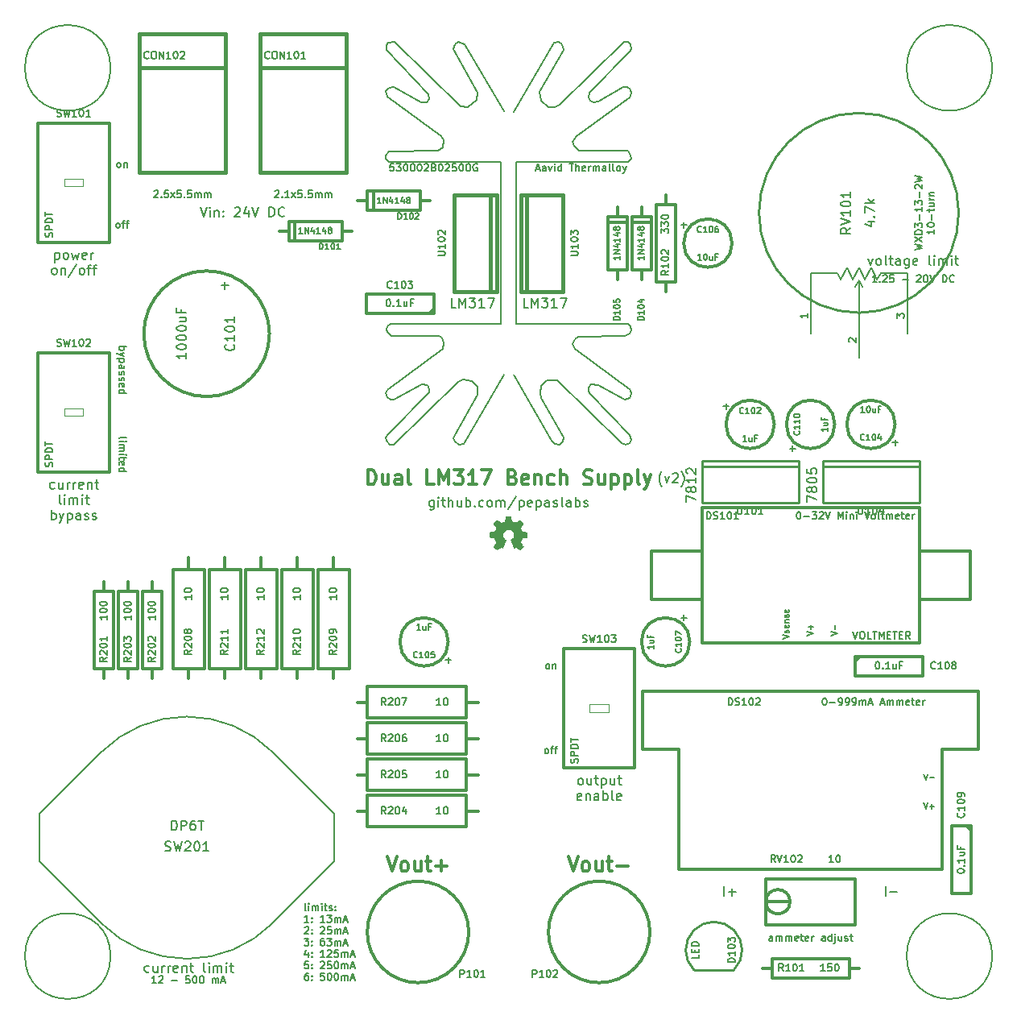
<source format=gto>
G04 (created by PCBNEW (2013-07-07 BZR 4022)-stable) date 4/20/2014 9:33:33 PM*
%MOIN*%
G04 Gerber Fmt 3.4, Leading zero omitted, Abs format*
%FSLAX34Y34*%
G01*
G70*
G90*
G04 APERTURE LIST*
%ADD10C,0.00590551*%
%ADD11C,0.006*%
%ADD12C,0.008*%
%ADD13C,0.012*%
%ADD14C,0.015*%
%ADD15C,0.000393701*%
%ADD16C,0.01*%
%ADD17C,0.0001*%
%ADD18C,0.005*%
G04 APERTURE END LIST*
G54D10*
G54D11*
X64864Y-81371D02*
X64835Y-81357D01*
X64821Y-81328D01*
X64821Y-81071D01*
X64978Y-81371D02*
X64978Y-81171D01*
X64978Y-81071D02*
X64964Y-81085D01*
X64978Y-81100D01*
X64992Y-81085D01*
X64978Y-81071D01*
X64978Y-81100D01*
X65121Y-81371D02*
X65121Y-81171D01*
X65121Y-81200D02*
X65135Y-81185D01*
X65164Y-81171D01*
X65207Y-81171D01*
X65235Y-81185D01*
X65250Y-81214D01*
X65250Y-81371D01*
X65250Y-81214D02*
X65264Y-81185D01*
X65292Y-81171D01*
X65335Y-81171D01*
X65364Y-81185D01*
X65378Y-81214D01*
X65378Y-81371D01*
X65521Y-81371D02*
X65521Y-81171D01*
X65521Y-81071D02*
X65507Y-81085D01*
X65521Y-81100D01*
X65535Y-81085D01*
X65521Y-81071D01*
X65521Y-81100D01*
X65621Y-81171D02*
X65735Y-81171D01*
X65664Y-81071D02*
X65664Y-81328D01*
X65678Y-81357D01*
X65707Y-81371D01*
X65735Y-81371D01*
X65821Y-81357D02*
X65850Y-81371D01*
X65907Y-81371D01*
X65935Y-81357D01*
X65950Y-81328D01*
X65950Y-81314D01*
X65935Y-81285D01*
X65907Y-81271D01*
X65864Y-81271D01*
X65835Y-81257D01*
X65821Y-81228D01*
X65821Y-81214D01*
X65835Y-81185D01*
X65864Y-81171D01*
X65907Y-81171D01*
X65935Y-81185D01*
X66078Y-81342D02*
X66092Y-81357D01*
X66078Y-81371D01*
X66064Y-81357D01*
X66078Y-81342D01*
X66078Y-81371D01*
X66078Y-81185D02*
X66092Y-81200D01*
X66078Y-81214D01*
X66064Y-81200D01*
X66078Y-81185D01*
X66078Y-81214D01*
X64978Y-81851D02*
X64807Y-81851D01*
X64892Y-81851D02*
X64892Y-81551D01*
X64864Y-81594D01*
X64835Y-81622D01*
X64807Y-81637D01*
X65107Y-81822D02*
X65121Y-81837D01*
X65107Y-81851D01*
X65092Y-81837D01*
X65107Y-81822D01*
X65107Y-81851D01*
X65107Y-81665D02*
X65121Y-81680D01*
X65107Y-81694D01*
X65092Y-81680D01*
X65107Y-81665D01*
X65107Y-81694D01*
X65635Y-81851D02*
X65464Y-81851D01*
X65549Y-81851D02*
X65549Y-81551D01*
X65521Y-81594D01*
X65492Y-81622D01*
X65464Y-81637D01*
X65735Y-81551D02*
X65921Y-81551D01*
X65821Y-81665D01*
X65864Y-81665D01*
X65892Y-81680D01*
X65907Y-81694D01*
X65921Y-81722D01*
X65921Y-81794D01*
X65907Y-81822D01*
X65892Y-81837D01*
X65864Y-81851D01*
X65778Y-81851D01*
X65749Y-81837D01*
X65735Y-81822D01*
X66049Y-81851D02*
X66049Y-81651D01*
X66049Y-81680D02*
X66064Y-81665D01*
X66092Y-81651D01*
X66135Y-81651D01*
X66164Y-81665D01*
X66178Y-81694D01*
X66178Y-81851D01*
X66178Y-81694D02*
X66192Y-81665D01*
X66221Y-81651D01*
X66264Y-81651D01*
X66292Y-81665D01*
X66307Y-81694D01*
X66307Y-81851D01*
X66435Y-81765D02*
X66578Y-81765D01*
X66407Y-81851D02*
X66507Y-81551D01*
X66607Y-81851D01*
X64807Y-82060D02*
X64821Y-82045D01*
X64850Y-82031D01*
X64921Y-82031D01*
X64950Y-82045D01*
X64964Y-82060D01*
X64978Y-82088D01*
X64978Y-82117D01*
X64964Y-82160D01*
X64792Y-82331D01*
X64978Y-82331D01*
X65107Y-82302D02*
X65121Y-82317D01*
X65107Y-82331D01*
X65092Y-82317D01*
X65107Y-82302D01*
X65107Y-82331D01*
X65107Y-82145D02*
X65121Y-82160D01*
X65107Y-82174D01*
X65092Y-82160D01*
X65107Y-82145D01*
X65107Y-82174D01*
X65464Y-82060D02*
X65478Y-82045D01*
X65507Y-82031D01*
X65578Y-82031D01*
X65607Y-82045D01*
X65621Y-82060D01*
X65635Y-82088D01*
X65635Y-82117D01*
X65621Y-82160D01*
X65449Y-82331D01*
X65635Y-82331D01*
X65907Y-82031D02*
X65764Y-82031D01*
X65749Y-82174D01*
X65764Y-82160D01*
X65792Y-82145D01*
X65864Y-82145D01*
X65892Y-82160D01*
X65907Y-82174D01*
X65921Y-82202D01*
X65921Y-82274D01*
X65907Y-82302D01*
X65892Y-82317D01*
X65864Y-82331D01*
X65792Y-82331D01*
X65764Y-82317D01*
X65749Y-82302D01*
X66049Y-82331D02*
X66049Y-82131D01*
X66049Y-82160D02*
X66064Y-82145D01*
X66092Y-82131D01*
X66135Y-82131D01*
X66164Y-82145D01*
X66178Y-82174D01*
X66178Y-82331D01*
X66178Y-82174D02*
X66192Y-82145D01*
X66221Y-82131D01*
X66264Y-82131D01*
X66292Y-82145D01*
X66307Y-82174D01*
X66307Y-82331D01*
X66435Y-82245D02*
X66578Y-82245D01*
X66407Y-82331D02*
X66507Y-82031D01*
X66607Y-82331D01*
X64792Y-82511D02*
X64978Y-82511D01*
X64878Y-82625D01*
X64921Y-82625D01*
X64950Y-82640D01*
X64964Y-82654D01*
X64978Y-82682D01*
X64978Y-82754D01*
X64964Y-82782D01*
X64950Y-82797D01*
X64921Y-82811D01*
X64835Y-82811D01*
X64807Y-82797D01*
X64792Y-82782D01*
X65107Y-82782D02*
X65121Y-82797D01*
X65107Y-82811D01*
X65092Y-82797D01*
X65107Y-82782D01*
X65107Y-82811D01*
X65107Y-82625D02*
X65121Y-82640D01*
X65107Y-82654D01*
X65092Y-82640D01*
X65107Y-82625D01*
X65107Y-82654D01*
X65607Y-82511D02*
X65549Y-82511D01*
X65521Y-82525D01*
X65507Y-82540D01*
X65478Y-82582D01*
X65464Y-82640D01*
X65464Y-82754D01*
X65478Y-82782D01*
X65492Y-82797D01*
X65521Y-82811D01*
X65578Y-82811D01*
X65607Y-82797D01*
X65621Y-82782D01*
X65635Y-82754D01*
X65635Y-82682D01*
X65621Y-82654D01*
X65607Y-82640D01*
X65578Y-82625D01*
X65521Y-82625D01*
X65492Y-82640D01*
X65478Y-82654D01*
X65464Y-82682D01*
X65735Y-82511D02*
X65921Y-82511D01*
X65821Y-82625D01*
X65864Y-82625D01*
X65892Y-82640D01*
X65907Y-82654D01*
X65921Y-82682D01*
X65921Y-82754D01*
X65907Y-82782D01*
X65892Y-82797D01*
X65864Y-82811D01*
X65778Y-82811D01*
X65749Y-82797D01*
X65735Y-82782D01*
X66049Y-82811D02*
X66049Y-82611D01*
X66049Y-82640D02*
X66064Y-82625D01*
X66092Y-82611D01*
X66135Y-82611D01*
X66164Y-82625D01*
X66178Y-82654D01*
X66178Y-82811D01*
X66178Y-82654D02*
X66192Y-82625D01*
X66221Y-82611D01*
X66264Y-82611D01*
X66292Y-82625D01*
X66307Y-82654D01*
X66307Y-82811D01*
X66435Y-82725D02*
X66578Y-82725D01*
X66407Y-82811D02*
X66507Y-82511D01*
X66607Y-82811D01*
X64950Y-83091D02*
X64950Y-83291D01*
X64878Y-82977D02*
X64807Y-83191D01*
X64992Y-83191D01*
X65107Y-83262D02*
X65121Y-83277D01*
X65107Y-83291D01*
X65092Y-83277D01*
X65107Y-83262D01*
X65107Y-83291D01*
X65107Y-83105D02*
X65121Y-83120D01*
X65107Y-83134D01*
X65092Y-83120D01*
X65107Y-83105D01*
X65107Y-83134D01*
X65635Y-83291D02*
X65464Y-83291D01*
X65549Y-83291D02*
X65549Y-82991D01*
X65521Y-83034D01*
X65492Y-83062D01*
X65464Y-83077D01*
X65749Y-83020D02*
X65764Y-83005D01*
X65792Y-82991D01*
X65864Y-82991D01*
X65892Y-83005D01*
X65907Y-83020D01*
X65921Y-83048D01*
X65921Y-83077D01*
X65907Y-83120D01*
X65735Y-83291D01*
X65921Y-83291D01*
X66192Y-82991D02*
X66049Y-82991D01*
X66035Y-83134D01*
X66049Y-83120D01*
X66078Y-83105D01*
X66149Y-83105D01*
X66178Y-83120D01*
X66192Y-83134D01*
X66207Y-83162D01*
X66207Y-83234D01*
X66192Y-83262D01*
X66178Y-83277D01*
X66149Y-83291D01*
X66078Y-83291D01*
X66049Y-83277D01*
X66035Y-83262D01*
X66335Y-83291D02*
X66335Y-83091D01*
X66335Y-83120D02*
X66349Y-83105D01*
X66378Y-83091D01*
X66421Y-83091D01*
X66449Y-83105D01*
X66464Y-83134D01*
X66464Y-83291D01*
X66464Y-83134D02*
X66478Y-83105D01*
X66507Y-83091D01*
X66549Y-83091D01*
X66578Y-83105D01*
X66592Y-83134D01*
X66592Y-83291D01*
X66721Y-83205D02*
X66864Y-83205D01*
X66692Y-83291D02*
X66792Y-82991D01*
X66892Y-83291D01*
X64964Y-83471D02*
X64821Y-83471D01*
X64807Y-83614D01*
X64821Y-83600D01*
X64850Y-83585D01*
X64921Y-83585D01*
X64950Y-83600D01*
X64964Y-83614D01*
X64978Y-83642D01*
X64978Y-83714D01*
X64964Y-83742D01*
X64950Y-83757D01*
X64921Y-83771D01*
X64850Y-83771D01*
X64821Y-83757D01*
X64807Y-83742D01*
X65107Y-83742D02*
X65121Y-83757D01*
X65107Y-83771D01*
X65092Y-83757D01*
X65107Y-83742D01*
X65107Y-83771D01*
X65107Y-83585D02*
X65121Y-83600D01*
X65107Y-83614D01*
X65092Y-83600D01*
X65107Y-83585D01*
X65107Y-83614D01*
X65464Y-83500D02*
X65478Y-83485D01*
X65507Y-83471D01*
X65578Y-83471D01*
X65607Y-83485D01*
X65621Y-83500D01*
X65635Y-83528D01*
X65635Y-83557D01*
X65621Y-83600D01*
X65449Y-83771D01*
X65635Y-83771D01*
X65907Y-83471D02*
X65764Y-83471D01*
X65749Y-83614D01*
X65764Y-83600D01*
X65792Y-83585D01*
X65864Y-83585D01*
X65892Y-83600D01*
X65907Y-83614D01*
X65921Y-83642D01*
X65921Y-83714D01*
X65907Y-83742D01*
X65892Y-83757D01*
X65864Y-83771D01*
X65792Y-83771D01*
X65764Y-83757D01*
X65749Y-83742D01*
X66107Y-83471D02*
X66135Y-83471D01*
X66164Y-83485D01*
X66178Y-83500D01*
X66192Y-83528D01*
X66207Y-83585D01*
X66207Y-83657D01*
X66192Y-83714D01*
X66178Y-83742D01*
X66164Y-83757D01*
X66135Y-83771D01*
X66107Y-83771D01*
X66078Y-83757D01*
X66064Y-83742D01*
X66049Y-83714D01*
X66035Y-83657D01*
X66035Y-83585D01*
X66049Y-83528D01*
X66064Y-83500D01*
X66078Y-83485D01*
X66107Y-83471D01*
X66335Y-83771D02*
X66335Y-83571D01*
X66335Y-83600D02*
X66349Y-83585D01*
X66378Y-83571D01*
X66421Y-83571D01*
X66449Y-83585D01*
X66464Y-83614D01*
X66464Y-83771D01*
X66464Y-83614D02*
X66478Y-83585D01*
X66507Y-83571D01*
X66549Y-83571D01*
X66578Y-83585D01*
X66592Y-83614D01*
X66592Y-83771D01*
X66721Y-83685D02*
X66864Y-83685D01*
X66692Y-83771D02*
X66792Y-83471D01*
X66892Y-83771D01*
X64950Y-83951D02*
X64892Y-83951D01*
X64864Y-83965D01*
X64850Y-83980D01*
X64821Y-84022D01*
X64807Y-84080D01*
X64807Y-84194D01*
X64821Y-84222D01*
X64835Y-84237D01*
X64864Y-84251D01*
X64921Y-84251D01*
X64950Y-84237D01*
X64964Y-84222D01*
X64978Y-84194D01*
X64978Y-84122D01*
X64964Y-84094D01*
X64950Y-84080D01*
X64921Y-84065D01*
X64864Y-84065D01*
X64835Y-84080D01*
X64821Y-84094D01*
X64807Y-84122D01*
X65107Y-84222D02*
X65121Y-84237D01*
X65107Y-84251D01*
X65092Y-84237D01*
X65107Y-84222D01*
X65107Y-84251D01*
X65107Y-84065D02*
X65121Y-84080D01*
X65107Y-84094D01*
X65092Y-84080D01*
X65107Y-84065D01*
X65107Y-84094D01*
X65621Y-83951D02*
X65478Y-83951D01*
X65464Y-84094D01*
X65478Y-84080D01*
X65507Y-84065D01*
X65578Y-84065D01*
X65607Y-84080D01*
X65621Y-84094D01*
X65635Y-84122D01*
X65635Y-84194D01*
X65621Y-84222D01*
X65607Y-84237D01*
X65578Y-84251D01*
X65507Y-84251D01*
X65478Y-84237D01*
X65464Y-84222D01*
X65821Y-83951D02*
X65849Y-83951D01*
X65878Y-83965D01*
X65892Y-83980D01*
X65907Y-84008D01*
X65921Y-84065D01*
X65921Y-84137D01*
X65907Y-84194D01*
X65892Y-84222D01*
X65878Y-84237D01*
X65849Y-84251D01*
X65821Y-84251D01*
X65792Y-84237D01*
X65778Y-84222D01*
X65764Y-84194D01*
X65749Y-84137D01*
X65749Y-84065D01*
X65764Y-84008D01*
X65778Y-83980D01*
X65792Y-83965D01*
X65821Y-83951D01*
X66107Y-83951D02*
X66135Y-83951D01*
X66164Y-83965D01*
X66178Y-83980D01*
X66192Y-84008D01*
X66207Y-84065D01*
X66207Y-84137D01*
X66192Y-84194D01*
X66178Y-84222D01*
X66164Y-84237D01*
X66135Y-84251D01*
X66107Y-84251D01*
X66078Y-84237D01*
X66064Y-84222D01*
X66049Y-84194D01*
X66035Y-84137D01*
X66035Y-84065D01*
X66049Y-84008D01*
X66064Y-83980D01*
X66078Y-83965D01*
X66107Y-83951D01*
X66335Y-84251D02*
X66335Y-84051D01*
X66335Y-84080D02*
X66349Y-84065D01*
X66378Y-84051D01*
X66421Y-84051D01*
X66449Y-84065D01*
X66464Y-84094D01*
X66464Y-84251D01*
X66464Y-84094D02*
X66478Y-84065D01*
X66507Y-84051D01*
X66549Y-84051D01*
X66578Y-84065D01*
X66592Y-84094D01*
X66592Y-84251D01*
X66721Y-84165D02*
X66864Y-84165D01*
X66692Y-84251D02*
X66792Y-83951D01*
X66892Y-84251D01*
X57057Y-53121D02*
X57028Y-53107D01*
X57014Y-53092D01*
X57000Y-53064D01*
X57000Y-52978D01*
X57014Y-52950D01*
X57028Y-52935D01*
X57057Y-52921D01*
X57100Y-52921D01*
X57128Y-52935D01*
X57142Y-52950D01*
X57157Y-52978D01*
X57157Y-53064D01*
X57142Y-53092D01*
X57128Y-53107D01*
X57100Y-53121D01*
X57057Y-53121D01*
X57242Y-52921D02*
X57357Y-52921D01*
X57285Y-53121D02*
X57285Y-52864D01*
X57300Y-52835D01*
X57328Y-52821D01*
X57357Y-52821D01*
X57414Y-52921D02*
X57528Y-52921D01*
X57457Y-53121D02*
X57457Y-52864D01*
X57471Y-52835D01*
X57500Y-52821D01*
X57528Y-52821D01*
X57092Y-50621D02*
X57064Y-50607D01*
X57050Y-50592D01*
X57035Y-50564D01*
X57035Y-50478D01*
X57050Y-50450D01*
X57064Y-50435D01*
X57092Y-50421D01*
X57135Y-50421D01*
X57164Y-50435D01*
X57178Y-50450D01*
X57192Y-50478D01*
X57192Y-50564D01*
X57178Y-50592D01*
X57164Y-50607D01*
X57135Y-50621D01*
X57092Y-50621D01*
X57321Y-50421D02*
X57321Y-50621D01*
X57321Y-50450D02*
X57335Y-50435D01*
X57364Y-50421D01*
X57407Y-50421D01*
X57435Y-50435D01*
X57450Y-50464D01*
X57450Y-50621D01*
X74842Y-71371D02*
X74814Y-71357D01*
X74800Y-71342D01*
X74785Y-71314D01*
X74785Y-71228D01*
X74800Y-71200D01*
X74814Y-71185D01*
X74842Y-71171D01*
X74885Y-71171D01*
X74914Y-71185D01*
X74928Y-71200D01*
X74942Y-71228D01*
X74942Y-71314D01*
X74928Y-71342D01*
X74914Y-71357D01*
X74885Y-71371D01*
X74842Y-71371D01*
X75071Y-71171D02*
X75071Y-71371D01*
X75071Y-71200D02*
X75085Y-71185D01*
X75114Y-71171D01*
X75157Y-71171D01*
X75185Y-71185D01*
X75200Y-71214D01*
X75200Y-71371D01*
X74807Y-74871D02*
X74778Y-74857D01*
X74764Y-74842D01*
X74750Y-74814D01*
X74750Y-74728D01*
X74764Y-74700D01*
X74778Y-74685D01*
X74807Y-74671D01*
X74850Y-74671D01*
X74878Y-74685D01*
X74892Y-74700D01*
X74907Y-74728D01*
X74907Y-74814D01*
X74892Y-74842D01*
X74878Y-74857D01*
X74850Y-74871D01*
X74807Y-74871D01*
X74992Y-74671D02*
X75107Y-74671D01*
X75035Y-74871D02*
X75035Y-74614D01*
X75050Y-74585D01*
X75078Y-74571D01*
X75107Y-74571D01*
X75164Y-74671D02*
X75278Y-74671D01*
X75207Y-74871D02*
X75207Y-74614D01*
X75221Y-74585D01*
X75250Y-74571D01*
X75278Y-74571D01*
G54D12*
X76200Y-76161D02*
X76161Y-76142D01*
X76142Y-76123D01*
X76123Y-76085D01*
X76123Y-75971D01*
X76142Y-75933D01*
X76161Y-75914D01*
X76200Y-75895D01*
X76257Y-75895D01*
X76295Y-75914D01*
X76314Y-75933D01*
X76333Y-75971D01*
X76333Y-76085D01*
X76314Y-76123D01*
X76295Y-76142D01*
X76257Y-76161D01*
X76200Y-76161D01*
X76676Y-75895D02*
X76676Y-76161D01*
X76504Y-75895D02*
X76504Y-76104D01*
X76523Y-76142D01*
X76561Y-76161D01*
X76619Y-76161D01*
X76657Y-76142D01*
X76676Y-76123D01*
X76809Y-75895D02*
X76961Y-75895D01*
X76866Y-75761D02*
X76866Y-76104D01*
X76885Y-76142D01*
X76923Y-76161D01*
X76961Y-76161D01*
X77095Y-75895D02*
X77095Y-76295D01*
X77095Y-75914D02*
X77133Y-75895D01*
X77209Y-75895D01*
X77247Y-75914D01*
X77266Y-75933D01*
X77285Y-75971D01*
X77285Y-76085D01*
X77266Y-76123D01*
X77247Y-76142D01*
X77209Y-76161D01*
X77133Y-76161D01*
X77095Y-76142D01*
X77628Y-75895D02*
X77628Y-76161D01*
X77457Y-75895D02*
X77457Y-76104D01*
X77476Y-76142D01*
X77514Y-76161D01*
X77571Y-76161D01*
X77609Y-76142D01*
X77628Y-76123D01*
X77761Y-75895D02*
X77914Y-75895D01*
X77819Y-75761D02*
X77819Y-76104D01*
X77838Y-76142D01*
X77876Y-76161D01*
X77914Y-76161D01*
X76257Y-76782D02*
X76219Y-76801D01*
X76142Y-76801D01*
X76104Y-76782D01*
X76085Y-76744D01*
X76085Y-76592D01*
X76104Y-76554D01*
X76142Y-76535D01*
X76219Y-76535D01*
X76257Y-76554D01*
X76276Y-76592D01*
X76276Y-76630D01*
X76085Y-76668D01*
X76447Y-76535D02*
X76447Y-76801D01*
X76447Y-76573D02*
X76466Y-76554D01*
X76504Y-76535D01*
X76561Y-76535D01*
X76600Y-76554D01*
X76619Y-76592D01*
X76619Y-76801D01*
X76980Y-76801D02*
X76980Y-76592D01*
X76961Y-76554D01*
X76923Y-76535D01*
X76847Y-76535D01*
X76809Y-76554D01*
X76980Y-76782D02*
X76942Y-76801D01*
X76847Y-76801D01*
X76809Y-76782D01*
X76790Y-76744D01*
X76790Y-76706D01*
X76809Y-76668D01*
X76847Y-76649D01*
X76942Y-76649D01*
X76980Y-76630D01*
X77171Y-76801D02*
X77171Y-76401D01*
X77171Y-76554D02*
X77209Y-76535D01*
X77285Y-76535D01*
X77323Y-76554D01*
X77342Y-76573D01*
X77361Y-76611D01*
X77361Y-76725D01*
X77342Y-76763D01*
X77323Y-76782D01*
X77285Y-76801D01*
X77209Y-76801D01*
X77171Y-76782D01*
X77590Y-76801D02*
X77552Y-76782D01*
X77533Y-76744D01*
X77533Y-76401D01*
X77895Y-76782D02*
X77857Y-76801D01*
X77780Y-76801D01*
X77742Y-76782D01*
X77723Y-76744D01*
X77723Y-76592D01*
X77742Y-76554D01*
X77780Y-76535D01*
X77857Y-76535D01*
X77895Y-76554D01*
X77914Y-76592D01*
X77914Y-76630D01*
X77723Y-76668D01*
G54D11*
X57128Y-61842D02*
X57142Y-61814D01*
X57171Y-61800D01*
X57428Y-61800D01*
X57128Y-61957D02*
X57328Y-61957D01*
X57428Y-61957D02*
X57414Y-61942D01*
X57400Y-61957D01*
X57414Y-61971D01*
X57428Y-61957D01*
X57400Y-61957D01*
X57128Y-62100D02*
X57328Y-62100D01*
X57300Y-62100D02*
X57314Y-62114D01*
X57328Y-62142D01*
X57328Y-62185D01*
X57314Y-62214D01*
X57285Y-62228D01*
X57128Y-62228D01*
X57285Y-62228D02*
X57314Y-62242D01*
X57328Y-62271D01*
X57328Y-62314D01*
X57314Y-62342D01*
X57285Y-62357D01*
X57128Y-62357D01*
X57128Y-62500D02*
X57328Y-62500D01*
X57428Y-62500D02*
X57414Y-62485D01*
X57400Y-62500D01*
X57414Y-62514D01*
X57428Y-62500D01*
X57400Y-62500D01*
X57328Y-62599D02*
X57328Y-62714D01*
X57428Y-62642D02*
X57171Y-62642D01*
X57142Y-62657D01*
X57128Y-62685D01*
X57128Y-62714D01*
X57142Y-62928D02*
X57128Y-62900D01*
X57128Y-62842D01*
X57142Y-62814D01*
X57171Y-62800D01*
X57285Y-62800D01*
X57314Y-62814D01*
X57328Y-62842D01*
X57328Y-62900D01*
X57314Y-62928D01*
X57285Y-62942D01*
X57257Y-62942D01*
X57228Y-62800D01*
X57128Y-63200D02*
X57428Y-63200D01*
X57142Y-63200D02*
X57128Y-63171D01*
X57128Y-63114D01*
X57142Y-63085D01*
X57157Y-63071D01*
X57185Y-63057D01*
X57271Y-63057D01*
X57300Y-63071D01*
X57314Y-63085D01*
X57328Y-63114D01*
X57328Y-63171D01*
X57314Y-63200D01*
X57128Y-58042D02*
X57428Y-58042D01*
X57314Y-58042D02*
X57328Y-58071D01*
X57328Y-58128D01*
X57314Y-58157D01*
X57300Y-58171D01*
X57271Y-58185D01*
X57185Y-58185D01*
X57157Y-58171D01*
X57142Y-58157D01*
X57128Y-58128D01*
X57128Y-58071D01*
X57142Y-58042D01*
X57328Y-58285D02*
X57128Y-58357D01*
X57328Y-58428D02*
X57128Y-58357D01*
X57057Y-58328D01*
X57042Y-58314D01*
X57028Y-58285D01*
X57328Y-58542D02*
X57028Y-58542D01*
X57314Y-58542D02*
X57328Y-58571D01*
X57328Y-58628D01*
X57314Y-58657D01*
X57300Y-58671D01*
X57271Y-58685D01*
X57185Y-58685D01*
X57157Y-58671D01*
X57142Y-58657D01*
X57128Y-58628D01*
X57128Y-58571D01*
X57142Y-58542D01*
X57128Y-58942D02*
X57285Y-58942D01*
X57314Y-58928D01*
X57328Y-58900D01*
X57328Y-58842D01*
X57314Y-58814D01*
X57142Y-58942D02*
X57128Y-58914D01*
X57128Y-58842D01*
X57142Y-58814D01*
X57171Y-58800D01*
X57200Y-58800D01*
X57228Y-58814D01*
X57242Y-58842D01*
X57242Y-58914D01*
X57257Y-58942D01*
X57142Y-59071D02*
X57128Y-59100D01*
X57128Y-59157D01*
X57142Y-59185D01*
X57171Y-59200D01*
X57185Y-59200D01*
X57214Y-59185D01*
X57228Y-59157D01*
X57228Y-59114D01*
X57242Y-59085D01*
X57271Y-59071D01*
X57285Y-59071D01*
X57314Y-59085D01*
X57328Y-59114D01*
X57328Y-59157D01*
X57314Y-59185D01*
X57142Y-59314D02*
X57128Y-59342D01*
X57128Y-59400D01*
X57142Y-59428D01*
X57171Y-59442D01*
X57185Y-59442D01*
X57214Y-59428D01*
X57228Y-59400D01*
X57228Y-59357D01*
X57242Y-59328D01*
X57271Y-59314D01*
X57285Y-59314D01*
X57314Y-59328D01*
X57328Y-59357D01*
X57328Y-59400D01*
X57314Y-59428D01*
X57142Y-59685D02*
X57128Y-59657D01*
X57128Y-59600D01*
X57142Y-59571D01*
X57171Y-59557D01*
X57285Y-59557D01*
X57314Y-59571D01*
X57328Y-59600D01*
X57328Y-59657D01*
X57314Y-59685D01*
X57285Y-59700D01*
X57257Y-59700D01*
X57228Y-59557D01*
X57128Y-59957D02*
X57428Y-59957D01*
X57142Y-59957D02*
X57128Y-59928D01*
X57128Y-59871D01*
X57142Y-59842D01*
X57157Y-59828D01*
X57185Y-59814D01*
X57271Y-59814D01*
X57300Y-59828D01*
X57314Y-59842D01*
X57328Y-59871D01*
X57328Y-59928D01*
X57314Y-59957D01*
G54D12*
X54450Y-63892D02*
X54411Y-63911D01*
X54335Y-63911D01*
X54297Y-63892D01*
X54278Y-63873D01*
X54259Y-63835D01*
X54259Y-63721D01*
X54278Y-63683D01*
X54297Y-63664D01*
X54335Y-63645D01*
X54411Y-63645D01*
X54450Y-63664D01*
X54792Y-63645D02*
X54792Y-63911D01*
X54621Y-63645D02*
X54621Y-63854D01*
X54640Y-63892D01*
X54678Y-63911D01*
X54735Y-63911D01*
X54773Y-63892D01*
X54792Y-63873D01*
X54983Y-63911D02*
X54983Y-63645D01*
X54983Y-63721D02*
X55002Y-63683D01*
X55021Y-63664D01*
X55059Y-63645D01*
X55097Y-63645D01*
X55230Y-63911D02*
X55230Y-63645D01*
X55230Y-63721D02*
X55250Y-63683D01*
X55269Y-63664D01*
X55307Y-63645D01*
X55345Y-63645D01*
X55630Y-63892D02*
X55592Y-63911D01*
X55516Y-63911D01*
X55478Y-63892D01*
X55459Y-63854D01*
X55459Y-63702D01*
X55478Y-63664D01*
X55516Y-63645D01*
X55592Y-63645D01*
X55630Y-63664D01*
X55650Y-63702D01*
X55650Y-63740D01*
X55459Y-63778D01*
X55821Y-63645D02*
X55821Y-63911D01*
X55821Y-63683D02*
X55840Y-63664D01*
X55878Y-63645D01*
X55935Y-63645D01*
X55973Y-63664D01*
X55992Y-63702D01*
X55992Y-63911D01*
X56126Y-63645D02*
X56278Y-63645D01*
X56183Y-63511D02*
X56183Y-63854D01*
X56202Y-63892D01*
X56240Y-63911D01*
X56278Y-63911D01*
X54726Y-64551D02*
X54688Y-64532D01*
X54669Y-64494D01*
X54669Y-64151D01*
X54878Y-64551D02*
X54878Y-64285D01*
X54878Y-64151D02*
X54859Y-64170D01*
X54878Y-64190D01*
X54897Y-64170D01*
X54878Y-64151D01*
X54878Y-64190D01*
X55069Y-64551D02*
X55069Y-64285D01*
X55069Y-64323D02*
X55088Y-64304D01*
X55126Y-64285D01*
X55183Y-64285D01*
X55221Y-64304D01*
X55240Y-64342D01*
X55240Y-64551D01*
X55240Y-64342D02*
X55259Y-64304D01*
X55297Y-64285D01*
X55354Y-64285D01*
X55392Y-64304D01*
X55411Y-64342D01*
X55411Y-64551D01*
X55602Y-64551D02*
X55602Y-64285D01*
X55602Y-64151D02*
X55583Y-64170D01*
X55602Y-64190D01*
X55621Y-64170D01*
X55602Y-64151D01*
X55602Y-64190D01*
X55735Y-64285D02*
X55888Y-64285D01*
X55792Y-64151D02*
X55792Y-64494D01*
X55811Y-64532D01*
X55850Y-64551D01*
X55888Y-64551D01*
X54326Y-65191D02*
X54326Y-64791D01*
X54326Y-64944D02*
X54364Y-64925D01*
X54440Y-64925D01*
X54478Y-64944D01*
X54497Y-64963D01*
X54516Y-65001D01*
X54516Y-65115D01*
X54497Y-65153D01*
X54478Y-65172D01*
X54440Y-65191D01*
X54364Y-65191D01*
X54326Y-65172D01*
X54650Y-64925D02*
X54745Y-65191D01*
X54840Y-64925D02*
X54745Y-65191D01*
X54707Y-65287D01*
X54688Y-65306D01*
X54650Y-65325D01*
X54992Y-64925D02*
X54992Y-65325D01*
X54992Y-64944D02*
X55030Y-64925D01*
X55107Y-64925D01*
X55145Y-64944D01*
X55164Y-64963D01*
X55183Y-65001D01*
X55183Y-65115D01*
X55164Y-65153D01*
X55145Y-65172D01*
X55107Y-65191D01*
X55030Y-65191D01*
X54992Y-65172D01*
X55526Y-65191D02*
X55526Y-64982D01*
X55507Y-64944D01*
X55469Y-64925D01*
X55392Y-64925D01*
X55354Y-64944D01*
X55526Y-65172D02*
X55488Y-65191D01*
X55392Y-65191D01*
X55354Y-65172D01*
X55335Y-65134D01*
X55335Y-65096D01*
X55354Y-65058D01*
X55392Y-65039D01*
X55488Y-65039D01*
X55526Y-65020D01*
X55697Y-65172D02*
X55735Y-65191D01*
X55811Y-65191D01*
X55850Y-65172D01*
X55869Y-65134D01*
X55869Y-65115D01*
X55850Y-65077D01*
X55811Y-65058D01*
X55754Y-65058D01*
X55716Y-65039D01*
X55697Y-65001D01*
X55697Y-64982D01*
X55716Y-64944D01*
X55754Y-64925D01*
X55811Y-64925D01*
X55850Y-64944D01*
X56021Y-65172D02*
X56059Y-65191D01*
X56135Y-65191D01*
X56173Y-65172D01*
X56192Y-65134D01*
X56192Y-65115D01*
X56173Y-65077D01*
X56135Y-65058D01*
X56078Y-65058D01*
X56040Y-65039D01*
X56021Y-65001D01*
X56021Y-64982D01*
X56040Y-64944D01*
X56078Y-64925D01*
X56135Y-64925D01*
X56173Y-64944D01*
X54478Y-54145D02*
X54478Y-54545D01*
X54478Y-54164D02*
X54516Y-54145D01*
X54592Y-54145D01*
X54630Y-54164D01*
X54650Y-54183D01*
X54669Y-54221D01*
X54669Y-54335D01*
X54650Y-54373D01*
X54630Y-54392D01*
X54592Y-54411D01*
X54516Y-54411D01*
X54478Y-54392D01*
X54897Y-54411D02*
X54859Y-54392D01*
X54840Y-54373D01*
X54821Y-54335D01*
X54821Y-54221D01*
X54840Y-54183D01*
X54859Y-54164D01*
X54897Y-54145D01*
X54954Y-54145D01*
X54992Y-54164D01*
X55011Y-54183D01*
X55030Y-54221D01*
X55030Y-54335D01*
X55011Y-54373D01*
X54992Y-54392D01*
X54954Y-54411D01*
X54897Y-54411D01*
X55164Y-54145D02*
X55240Y-54411D01*
X55316Y-54221D01*
X55392Y-54411D01*
X55469Y-54145D01*
X55773Y-54392D02*
X55735Y-54411D01*
X55659Y-54411D01*
X55621Y-54392D01*
X55602Y-54354D01*
X55602Y-54202D01*
X55621Y-54164D01*
X55659Y-54145D01*
X55735Y-54145D01*
X55773Y-54164D01*
X55792Y-54202D01*
X55792Y-54240D01*
X55602Y-54278D01*
X55964Y-54411D02*
X55964Y-54145D01*
X55964Y-54221D02*
X55983Y-54183D01*
X56002Y-54164D01*
X56040Y-54145D01*
X56078Y-54145D01*
X54421Y-55051D02*
X54383Y-55032D01*
X54364Y-55013D01*
X54345Y-54975D01*
X54345Y-54861D01*
X54364Y-54823D01*
X54383Y-54804D01*
X54421Y-54785D01*
X54478Y-54785D01*
X54516Y-54804D01*
X54535Y-54823D01*
X54554Y-54861D01*
X54554Y-54975D01*
X54535Y-55013D01*
X54516Y-55032D01*
X54478Y-55051D01*
X54421Y-55051D01*
X54726Y-54785D02*
X54726Y-55051D01*
X54726Y-54823D02*
X54745Y-54804D01*
X54783Y-54785D01*
X54840Y-54785D01*
X54878Y-54804D01*
X54897Y-54842D01*
X54897Y-55051D01*
X55373Y-54632D02*
X55030Y-55147D01*
X55564Y-55051D02*
X55526Y-55032D01*
X55507Y-55013D01*
X55488Y-54975D01*
X55488Y-54861D01*
X55507Y-54823D01*
X55526Y-54804D01*
X55564Y-54785D01*
X55621Y-54785D01*
X55659Y-54804D01*
X55678Y-54823D01*
X55697Y-54861D01*
X55697Y-54975D01*
X55678Y-55013D01*
X55659Y-55032D01*
X55621Y-55051D01*
X55564Y-55051D01*
X55811Y-54785D02*
X55964Y-54785D01*
X55869Y-55051D02*
X55869Y-54709D01*
X55888Y-54670D01*
X55926Y-54651D01*
X55964Y-54651D01*
X56040Y-54785D02*
X56192Y-54785D01*
X56097Y-55051D02*
X56097Y-54709D01*
X56116Y-54670D01*
X56154Y-54651D01*
X56192Y-54651D01*
G54D11*
X84178Y-82621D02*
X84178Y-82464D01*
X84164Y-82435D01*
X84135Y-82421D01*
X84078Y-82421D01*
X84050Y-82435D01*
X84178Y-82607D02*
X84150Y-82621D01*
X84078Y-82621D01*
X84050Y-82607D01*
X84035Y-82578D01*
X84035Y-82550D01*
X84050Y-82521D01*
X84078Y-82507D01*
X84150Y-82507D01*
X84178Y-82492D01*
X84321Y-82621D02*
X84321Y-82421D01*
X84321Y-82450D02*
X84335Y-82435D01*
X84364Y-82421D01*
X84407Y-82421D01*
X84435Y-82435D01*
X84450Y-82464D01*
X84450Y-82621D01*
X84450Y-82464D02*
X84464Y-82435D01*
X84492Y-82421D01*
X84535Y-82421D01*
X84564Y-82435D01*
X84578Y-82464D01*
X84578Y-82621D01*
X84721Y-82621D02*
X84721Y-82421D01*
X84721Y-82450D02*
X84735Y-82435D01*
X84764Y-82421D01*
X84807Y-82421D01*
X84835Y-82435D01*
X84850Y-82464D01*
X84850Y-82621D01*
X84850Y-82464D02*
X84864Y-82435D01*
X84892Y-82421D01*
X84935Y-82421D01*
X84964Y-82435D01*
X84978Y-82464D01*
X84978Y-82621D01*
X85235Y-82607D02*
X85207Y-82621D01*
X85150Y-82621D01*
X85121Y-82607D01*
X85107Y-82578D01*
X85107Y-82464D01*
X85121Y-82435D01*
X85150Y-82421D01*
X85207Y-82421D01*
X85235Y-82435D01*
X85250Y-82464D01*
X85250Y-82492D01*
X85107Y-82521D01*
X85335Y-82421D02*
X85450Y-82421D01*
X85378Y-82321D02*
X85378Y-82578D01*
X85392Y-82607D01*
X85421Y-82621D01*
X85450Y-82621D01*
X85664Y-82607D02*
X85635Y-82621D01*
X85578Y-82621D01*
X85550Y-82607D01*
X85535Y-82578D01*
X85535Y-82464D01*
X85550Y-82435D01*
X85578Y-82421D01*
X85635Y-82421D01*
X85664Y-82435D01*
X85678Y-82464D01*
X85678Y-82492D01*
X85535Y-82521D01*
X85807Y-82621D02*
X85807Y-82421D01*
X85807Y-82478D02*
X85821Y-82450D01*
X85835Y-82435D01*
X85864Y-82421D01*
X85892Y-82421D01*
X86350Y-82621D02*
X86350Y-82464D01*
X86335Y-82435D01*
X86307Y-82421D01*
X86250Y-82421D01*
X86221Y-82435D01*
X86350Y-82607D02*
X86321Y-82621D01*
X86250Y-82621D01*
X86221Y-82607D01*
X86207Y-82578D01*
X86207Y-82550D01*
X86221Y-82521D01*
X86250Y-82507D01*
X86321Y-82507D01*
X86350Y-82492D01*
X86621Y-82621D02*
X86621Y-82321D01*
X86621Y-82607D02*
X86592Y-82621D01*
X86535Y-82621D01*
X86507Y-82607D01*
X86492Y-82592D01*
X86478Y-82564D01*
X86478Y-82478D01*
X86492Y-82450D01*
X86507Y-82435D01*
X86535Y-82421D01*
X86592Y-82421D01*
X86621Y-82435D01*
X86764Y-82421D02*
X86764Y-82678D01*
X86750Y-82707D01*
X86721Y-82721D01*
X86707Y-82721D01*
X86764Y-82321D02*
X86750Y-82335D01*
X86764Y-82350D01*
X86778Y-82335D01*
X86764Y-82321D01*
X86764Y-82350D01*
X87035Y-82421D02*
X87035Y-82621D01*
X86907Y-82421D02*
X86907Y-82578D01*
X86921Y-82607D01*
X86950Y-82621D01*
X86992Y-82621D01*
X87021Y-82607D01*
X87035Y-82592D01*
X87164Y-82607D02*
X87192Y-82621D01*
X87250Y-82621D01*
X87278Y-82607D01*
X87292Y-82578D01*
X87292Y-82564D01*
X87278Y-82535D01*
X87250Y-82521D01*
X87207Y-82521D01*
X87178Y-82507D01*
X87164Y-82478D01*
X87164Y-82464D01*
X87178Y-82435D01*
X87207Y-82421D01*
X87250Y-82421D01*
X87278Y-82435D01*
X87378Y-82421D02*
X87492Y-82421D01*
X87421Y-82321D02*
X87421Y-82578D01*
X87435Y-82607D01*
X87464Y-82621D01*
X87492Y-82621D01*
G54D12*
X79600Y-63814D02*
X79580Y-63795D01*
X79542Y-63738D01*
X79523Y-63700D01*
X79504Y-63642D01*
X79485Y-63547D01*
X79485Y-63471D01*
X79504Y-63376D01*
X79523Y-63319D01*
X79542Y-63280D01*
X79580Y-63223D01*
X79600Y-63204D01*
X79714Y-63395D02*
X79809Y-63661D01*
X79904Y-63395D01*
X80038Y-63300D02*
X80057Y-63280D01*
X80095Y-63261D01*
X80190Y-63261D01*
X80228Y-63280D01*
X80247Y-63300D01*
X80266Y-63338D01*
X80266Y-63376D01*
X80247Y-63433D01*
X80019Y-63661D01*
X80266Y-63661D01*
X80400Y-63814D02*
X80419Y-63795D01*
X80457Y-63738D01*
X80476Y-63700D01*
X80495Y-63642D01*
X80514Y-63547D01*
X80514Y-63471D01*
X80495Y-63376D01*
X80476Y-63319D01*
X80457Y-63280D01*
X80419Y-63223D01*
X80400Y-63204D01*
G54D11*
X58657Y-84371D02*
X58485Y-84371D01*
X58571Y-84371D02*
X58571Y-84071D01*
X58542Y-84114D01*
X58514Y-84142D01*
X58485Y-84157D01*
X58771Y-84100D02*
X58785Y-84085D01*
X58814Y-84071D01*
X58885Y-84071D01*
X58914Y-84085D01*
X58928Y-84100D01*
X58942Y-84128D01*
X58942Y-84157D01*
X58928Y-84200D01*
X58757Y-84371D01*
X58942Y-84371D01*
X59300Y-84257D02*
X59528Y-84257D01*
X60042Y-84071D02*
X59900Y-84071D01*
X59885Y-84214D01*
X59900Y-84200D01*
X59928Y-84185D01*
X60000Y-84185D01*
X60028Y-84200D01*
X60042Y-84214D01*
X60057Y-84242D01*
X60057Y-84314D01*
X60042Y-84342D01*
X60028Y-84357D01*
X60000Y-84371D01*
X59928Y-84371D01*
X59900Y-84357D01*
X59885Y-84342D01*
X60242Y-84071D02*
X60271Y-84071D01*
X60300Y-84085D01*
X60314Y-84100D01*
X60328Y-84128D01*
X60342Y-84185D01*
X60342Y-84257D01*
X60328Y-84314D01*
X60314Y-84342D01*
X60300Y-84357D01*
X60271Y-84371D01*
X60242Y-84371D01*
X60214Y-84357D01*
X60200Y-84342D01*
X60185Y-84314D01*
X60171Y-84257D01*
X60171Y-84185D01*
X60185Y-84128D01*
X60200Y-84100D01*
X60214Y-84085D01*
X60242Y-84071D01*
X60528Y-84071D02*
X60557Y-84071D01*
X60585Y-84085D01*
X60600Y-84100D01*
X60614Y-84128D01*
X60628Y-84185D01*
X60628Y-84257D01*
X60614Y-84314D01*
X60600Y-84342D01*
X60585Y-84357D01*
X60557Y-84371D01*
X60528Y-84371D01*
X60500Y-84357D01*
X60485Y-84342D01*
X60471Y-84314D01*
X60457Y-84257D01*
X60457Y-84185D01*
X60471Y-84128D01*
X60485Y-84100D01*
X60500Y-84085D01*
X60528Y-84071D01*
X60985Y-84371D02*
X60985Y-84171D01*
X60985Y-84200D02*
X60999Y-84185D01*
X61028Y-84171D01*
X61071Y-84171D01*
X61099Y-84185D01*
X61114Y-84214D01*
X61114Y-84371D01*
X61114Y-84214D02*
X61128Y-84185D01*
X61157Y-84171D01*
X61199Y-84171D01*
X61228Y-84185D01*
X61242Y-84214D01*
X61242Y-84371D01*
X61371Y-84285D02*
X61514Y-84285D01*
X61342Y-84371D02*
X61442Y-84071D01*
X61542Y-84371D01*
X88485Y-55371D02*
X88314Y-55371D01*
X88400Y-55371D02*
X88400Y-55071D01*
X88371Y-55114D01*
X88342Y-55142D01*
X88314Y-55157D01*
X88614Y-55342D02*
X88628Y-55357D01*
X88614Y-55371D01*
X88600Y-55357D01*
X88614Y-55342D01*
X88614Y-55371D01*
X88742Y-55100D02*
X88757Y-55085D01*
X88785Y-55071D01*
X88857Y-55071D01*
X88885Y-55085D01*
X88900Y-55100D01*
X88914Y-55128D01*
X88914Y-55157D01*
X88900Y-55200D01*
X88728Y-55371D01*
X88914Y-55371D01*
X89185Y-55071D02*
X89042Y-55071D01*
X89028Y-55214D01*
X89042Y-55200D01*
X89071Y-55185D01*
X89142Y-55185D01*
X89171Y-55200D01*
X89185Y-55214D01*
X89200Y-55242D01*
X89200Y-55314D01*
X89185Y-55342D01*
X89171Y-55357D01*
X89142Y-55371D01*
X89071Y-55371D01*
X89042Y-55357D01*
X89028Y-55342D01*
X89557Y-55257D02*
X89785Y-55257D01*
X90142Y-55100D02*
X90157Y-55085D01*
X90185Y-55071D01*
X90257Y-55071D01*
X90285Y-55085D01*
X90300Y-55100D01*
X90314Y-55128D01*
X90314Y-55157D01*
X90300Y-55200D01*
X90128Y-55371D01*
X90314Y-55371D01*
X90499Y-55071D02*
X90528Y-55071D01*
X90557Y-55085D01*
X90571Y-55100D01*
X90585Y-55128D01*
X90599Y-55185D01*
X90599Y-55257D01*
X90585Y-55314D01*
X90571Y-55342D01*
X90557Y-55357D01*
X90528Y-55371D01*
X90499Y-55371D01*
X90471Y-55357D01*
X90457Y-55342D01*
X90442Y-55314D01*
X90428Y-55257D01*
X90428Y-55185D01*
X90442Y-55128D01*
X90457Y-55100D01*
X90471Y-55085D01*
X90499Y-55071D01*
X90685Y-55071D02*
X90785Y-55371D01*
X90885Y-55071D01*
X91214Y-55371D02*
X91214Y-55071D01*
X91285Y-55071D01*
X91328Y-55085D01*
X91357Y-55114D01*
X91371Y-55142D01*
X91385Y-55200D01*
X91385Y-55242D01*
X91371Y-55300D01*
X91357Y-55328D01*
X91328Y-55357D01*
X91285Y-55371D01*
X91214Y-55371D01*
X91685Y-55342D02*
X91671Y-55357D01*
X91628Y-55371D01*
X91599Y-55371D01*
X91557Y-55357D01*
X91528Y-55328D01*
X91514Y-55300D01*
X91499Y-55242D01*
X91499Y-55200D01*
X91514Y-55142D01*
X91528Y-55114D01*
X91557Y-55085D01*
X91599Y-55071D01*
X91628Y-55071D01*
X91671Y-55085D01*
X91685Y-55100D01*
G54D12*
X88142Y-54395D02*
X88238Y-54661D01*
X88333Y-54395D01*
X88542Y-54661D02*
X88504Y-54642D01*
X88485Y-54623D01*
X88466Y-54585D01*
X88466Y-54471D01*
X88485Y-54433D01*
X88504Y-54414D01*
X88542Y-54395D01*
X88600Y-54395D01*
X88638Y-54414D01*
X88657Y-54433D01*
X88676Y-54471D01*
X88676Y-54585D01*
X88657Y-54623D01*
X88638Y-54642D01*
X88600Y-54661D01*
X88542Y-54661D01*
X88904Y-54661D02*
X88866Y-54642D01*
X88847Y-54604D01*
X88847Y-54261D01*
X89000Y-54395D02*
X89152Y-54395D01*
X89057Y-54261D02*
X89057Y-54604D01*
X89076Y-54642D01*
X89114Y-54661D01*
X89152Y-54661D01*
X89457Y-54661D02*
X89457Y-54452D01*
X89438Y-54414D01*
X89399Y-54395D01*
X89323Y-54395D01*
X89285Y-54414D01*
X89457Y-54642D02*
X89419Y-54661D01*
X89323Y-54661D01*
X89285Y-54642D01*
X89266Y-54604D01*
X89266Y-54566D01*
X89285Y-54528D01*
X89323Y-54509D01*
X89419Y-54509D01*
X89457Y-54490D01*
X89819Y-54395D02*
X89819Y-54719D01*
X89799Y-54757D01*
X89780Y-54776D01*
X89742Y-54795D01*
X89685Y-54795D01*
X89647Y-54776D01*
X89819Y-54642D02*
X89780Y-54661D01*
X89704Y-54661D01*
X89666Y-54642D01*
X89647Y-54623D01*
X89628Y-54585D01*
X89628Y-54471D01*
X89647Y-54433D01*
X89666Y-54414D01*
X89704Y-54395D01*
X89780Y-54395D01*
X89819Y-54414D01*
X90161Y-54642D02*
X90123Y-54661D01*
X90047Y-54661D01*
X90009Y-54642D01*
X89990Y-54604D01*
X89990Y-54452D01*
X90009Y-54414D01*
X90047Y-54395D01*
X90123Y-54395D01*
X90161Y-54414D01*
X90180Y-54452D01*
X90180Y-54490D01*
X89990Y-54528D01*
X90714Y-54661D02*
X90676Y-54642D01*
X90657Y-54604D01*
X90657Y-54261D01*
X90866Y-54661D02*
X90866Y-54395D01*
X90866Y-54261D02*
X90847Y-54280D01*
X90866Y-54300D01*
X90885Y-54280D01*
X90866Y-54261D01*
X90866Y-54300D01*
X91057Y-54661D02*
X91057Y-54395D01*
X91057Y-54433D02*
X91076Y-54414D01*
X91114Y-54395D01*
X91171Y-54395D01*
X91209Y-54414D01*
X91228Y-54452D01*
X91228Y-54661D01*
X91228Y-54452D02*
X91247Y-54414D01*
X91285Y-54395D01*
X91342Y-54395D01*
X91380Y-54414D01*
X91399Y-54452D01*
X91399Y-54661D01*
X91590Y-54661D02*
X91590Y-54395D01*
X91590Y-54261D02*
X91571Y-54280D01*
X91590Y-54300D01*
X91609Y-54280D01*
X91590Y-54261D01*
X91590Y-54300D01*
X91723Y-54395D02*
X91876Y-54395D01*
X91780Y-54261D02*
X91780Y-54604D01*
X91800Y-54642D01*
X91838Y-54661D01*
X91876Y-54661D01*
X58371Y-83892D02*
X58333Y-83911D01*
X58257Y-83911D01*
X58219Y-83892D01*
X58200Y-83873D01*
X58180Y-83835D01*
X58180Y-83721D01*
X58200Y-83683D01*
X58219Y-83664D01*
X58257Y-83645D01*
X58333Y-83645D01*
X58371Y-83664D01*
X58714Y-83645D02*
X58714Y-83911D01*
X58542Y-83645D02*
X58542Y-83854D01*
X58561Y-83892D01*
X58600Y-83911D01*
X58657Y-83911D01*
X58695Y-83892D01*
X58714Y-83873D01*
X58904Y-83911D02*
X58904Y-83645D01*
X58904Y-83721D02*
X58923Y-83683D01*
X58942Y-83664D01*
X58980Y-83645D01*
X59019Y-83645D01*
X59152Y-83911D02*
X59152Y-83645D01*
X59152Y-83721D02*
X59171Y-83683D01*
X59190Y-83664D01*
X59228Y-83645D01*
X59266Y-83645D01*
X59552Y-83892D02*
X59514Y-83911D01*
X59438Y-83911D01*
X59400Y-83892D01*
X59380Y-83854D01*
X59380Y-83702D01*
X59400Y-83664D01*
X59438Y-83645D01*
X59514Y-83645D01*
X59552Y-83664D01*
X59571Y-83702D01*
X59571Y-83740D01*
X59380Y-83778D01*
X59742Y-83645D02*
X59742Y-83911D01*
X59742Y-83683D02*
X59761Y-83664D01*
X59800Y-83645D01*
X59857Y-83645D01*
X59895Y-83664D01*
X59914Y-83702D01*
X59914Y-83911D01*
X60047Y-83645D02*
X60200Y-83645D01*
X60104Y-83511D02*
X60104Y-83854D01*
X60123Y-83892D01*
X60161Y-83911D01*
X60200Y-83911D01*
X60695Y-83911D02*
X60657Y-83892D01*
X60638Y-83854D01*
X60638Y-83511D01*
X60847Y-83911D02*
X60847Y-83645D01*
X60847Y-83511D02*
X60828Y-83530D01*
X60847Y-83550D01*
X60866Y-83530D01*
X60847Y-83511D01*
X60847Y-83550D01*
X61038Y-83911D02*
X61038Y-83645D01*
X61038Y-83683D02*
X61057Y-83664D01*
X61095Y-83645D01*
X61152Y-83645D01*
X61190Y-83664D01*
X61209Y-83702D01*
X61209Y-83911D01*
X61209Y-83702D02*
X61228Y-83664D01*
X61266Y-83645D01*
X61323Y-83645D01*
X61361Y-83664D01*
X61380Y-83702D01*
X61380Y-83911D01*
X61571Y-83911D02*
X61571Y-83645D01*
X61571Y-83511D02*
X61552Y-83530D01*
X61571Y-83550D01*
X61590Y-83530D01*
X61571Y-83511D01*
X61571Y-83550D01*
X61704Y-83645D02*
X61857Y-83645D01*
X61761Y-83511D02*
X61761Y-83854D01*
X61780Y-83892D01*
X61819Y-83911D01*
X61857Y-83911D01*
X60488Y-52261D02*
X60621Y-52661D01*
X60754Y-52261D01*
X60888Y-52661D02*
X60888Y-52395D01*
X60888Y-52261D02*
X60869Y-52280D01*
X60888Y-52300D01*
X60907Y-52280D01*
X60888Y-52261D01*
X60888Y-52300D01*
X61078Y-52395D02*
X61078Y-52661D01*
X61078Y-52433D02*
X61097Y-52414D01*
X61135Y-52395D01*
X61192Y-52395D01*
X61230Y-52414D01*
X61250Y-52452D01*
X61250Y-52661D01*
X61440Y-52623D02*
X61459Y-52642D01*
X61440Y-52661D01*
X61421Y-52642D01*
X61440Y-52623D01*
X61440Y-52661D01*
X61440Y-52414D02*
X61459Y-52433D01*
X61440Y-52452D01*
X61421Y-52433D01*
X61440Y-52414D01*
X61440Y-52452D01*
X61916Y-52300D02*
X61935Y-52280D01*
X61973Y-52261D01*
X62069Y-52261D01*
X62107Y-52280D01*
X62126Y-52300D01*
X62145Y-52338D01*
X62145Y-52376D01*
X62126Y-52433D01*
X61897Y-52661D01*
X62145Y-52661D01*
X62488Y-52395D02*
X62488Y-52661D01*
X62392Y-52242D02*
X62297Y-52528D01*
X62545Y-52528D01*
X62640Y-52261D02*
X62773Y-52661D01*
X62907Y-52261D01*
X63345Y-52661D02*
X63345Y-52261D01*
X63440Y-52261D01*
X63497Y-52280D01*
X63535Y-52319D01*
X63554Y-52357D01*
X63573Y-52433D01*
X63573Y-52490D01*
X63554Y-52566D01*
X63535Y-52604D01*
X63497Y-52642D01*
X63440Y-52661D01*
X63345Y-52661D01*
X63973Y-52623D02*
X63954Y-52642D01*
X63897Y-52661D01*
X63859Y-52661D01*
X63802Y-52642D01*
X63764Y-52604D01*
X63745Y-52566D01*
X63726Y-52490D01*
X63726Y-52433D01*
X63745Y-52357D01*
X63764Y-52319D01*
X63802Y-52280D01*
X63859Y-52261D01*
X63897Y-52261D01*
X63954Y-52280D01*
X63973Y-52300D01*
X70154Y-64395D02*
X70154Y-64719D01*
X70135Y-64757D01*
X70116Y-64776D01*
X70078Y-64795D01*
X70021Y-64795D01*
X69983Y-64776D01*
X70154Y-64642D02*
X70116Y-64661D01*
X70040Y-64661D01*
X70002Y-64642D01*
X69983Y-64623D01*
X69964Y-64585D01*
X69964Y-64471D01*
X69983Y-64433D01*
X70002Y-64414D01*
X70040Y-64395D01*
X70116Y-64395D01*
X70154Y-64414D01*
X70345Y-64661D02*
X70345Y-64395D01*
X70345Y-64261D02*
X70326Y-64280D01*
X70345Y-64300D01*
X70364Y-64280D01*
X70345Y-64261D01*
X70345Y-64300D01*
X70478Y-64395D02*
X70630Y-64395D01*
X70535Y-64261D02*
X70535Y-64604D01*
X70554Y-64642D01*
X70592Y-64661D01*
X70630Y-64661D01*
X70764Y-64661D02*
X70764Y-64261D01*
X70935Y-64661D02*
X70935Y-64452D01*
X70916Y-64414D01*
X70878Y-64395D01*
X70821Y-64395D01*
X70783Y-64414D01*
X70764Y-64433D01*
X71297Y-64395D02*
X71297Y-64661D01*
X71126Y-64395D02*
X71126Y-64604D01*
X71145Y-64642D01*
X71183Y-64661D01*
X71240Y-64661D01*
X71278Y-64642D01*
X71297Y-64623D01*
X71488Y-64661D02*
X71488Y-64261D01*
X71488Y-64414D02*
X71526Y-64395D01*
X71602Y-64395D01*
X71640Y-64414D01*
X71659Y-64433D01*
X71678Y-64471D01*
X71678Y-64585D01*
X71659Y-64623D01*
X71640Y-64642D01*
X71602Y-64661D01*
X71526Y-64661D01*
X71488Y-64642D01*
X71850Y-64623D02*
X71869Y-64642D01*
X71850Y-64661D01*
X71830Y-64642D01*
X71850Y-64623D01*
X71850Y-64661D01*
X72211Y-64642D02*
X72173Y-64661D01*
X72097Y-64661D01*
X72059Y-64642D01*
X72040Y-64623D01*
X72021Y-64585D01*
X72021Y-64471D01*
X72040Y-64433D01*
X72059Y-64414D01*
X72097Y-64395D01*
X72173Y-64395D01*
X72211Y-64414D01*
X72440Y-64661D02*
X72402Y-64642D01*
X72383Y-64623D01*
X72364Y-64585D01*
X72364Y-64471D01*
X72383Y-64433D01*
X72402Y-64414D01*
X72440Y-64395D01*
X72497Y-64395D01*
X72535Y-64414D01*
X72554Y-64433D01*
X72573Y-64471D01*
X72573Y-64585D01*
X72554Y-64623D01*
X72535Y-64642D01*
X72497Y-64661D01*
X72440Y-64661D01*
X72745Y-64661D02*
X72745Y-64395D01*
X72745Y-64433D02*
X72764Y-64414D01*
X72802Y-64395D01*
X72859Y-64395D01*
X72897Y-64414D01*
X72916Y-64452D01*
X72916Y-64661D01*
X72916Y-64452D02*
X72935Y-64414D01*
X72973Y-64395D01*
X73030Y-64395D01*
X73069Y-64414D01*
X73088Y-64452D01*
X73088Y-64661D01*
X73564Y-64242D02*
X73221Y-64757D01*
X73697Y-64395D02*
X73697Y-64795D01*
X73697Y-64414D02*
X73735Y-64395D01*
X73811Y-64395D01*
X73850Y-64414D01*
X73869Y-64433D01*
X73888Y-64471D01*
X73888Y-64585D01*
X73869Y-64623D01*
X73850Y-64642D01*
X73811Y-64661D01*
X73735Y-64661D01*
X73697Y-64642D01*
X74211Y-64642D02*
X74173Y-64661D01*
X74097Y-64661D01*
X74059Y-64642D01*
X74040Y-64604D01*
X74040Y-64452D01*
X74059Y-64414D01*
X74097Y-64395D01*
X74173Y-64395D01*
X74211Y-64414D01*
X74230Y-64452D01*
X74230Y-64490D01*
X74040Y-64528D01*
X74402Y-64395D02*
X74402Y-64795D01*
X74402Y-64414D02*
X74440Y-64395D01*
X74516Y-64395D01*
X74554Y-64414D01*
X74573Y-64433D01*
X74592Y-64471D01*
X74592Y-64585D01*
X74573Y-64623D01*
X74554Y-64642D01*
X74516Y-64661D01*
X74440Y-64661D01*
X74402Y-64642D01*
X74935Y-64661D02*
X74935Y-64452D01*
X74916Y-64414D01*
X74878Y-64395D01*
X74802Y-64395D01*
X74764Y-64414D01*
X74935Y-64642D02*
X74897Y-64661D01*
X74802Y-64661D01*
X74764Y-64642D01*
X74745Y-64604D01*
X74745Y-64566D01*
X74764Y-64528D01*
X74802Y-64509D01*
X74897Y-64509D01*
X74935Y-64490D01*
X75107Y-64642D02*
X75145Y-64661D01*
X75221Y-64661D01*
X75259Y-64642D01*
X75278Y-64604D01*
X75278Y-64585D01*
X75259Y-64547D01*
X75221Y-64528D01*
X75164Y-64528D01*
X75126Y-64509D01*
X75107Y-64471D01*
X75107Y-64452D01*
X75126Y-64414D01*
X75164Y-64395D01*
X75221Y-64395D01*
X75259Y-64414D01*
X75507Y-64661D02*
X75469Y-64642D01*
X75450Y-64604D01*
X75450Y-64261D01*
X75830Y-64661D02*
X75830Y-64452D01*
X75811Y-64414D01*
X75773Y-64395D01*
X75697Y-64395D01*
X75659Y-64414D01*
X75830Y-64642D02*
X75792Y-64661D01*
X75697Y-64661D01*
X75659Y-64642D01*
X75640Y-64604D01*
X75640Y-64566D01*
X75659Y-64528D01*
X75697Y-64509D01*
X75792Y-64509D01*
X75830Y-64490D01*
X76021Y-64661D02*
X76021Y-64261D01*
X76021Y-64414D02*
X76059Y-64395D01*
X76135Y-64395D01*
X76173Y-64414D01*
X76192Y-64433D01*
X76211Y-64471D01*
X76211Y-64585D01*
X76192Y-64623D01*
X76173Y-64642D01*
X76135Y-64661D01*
X76059Y-64661D01*
X76021Y-64642D01*
X76364Y-64642D02*
X76402Y-64661D01*
X76478Y-64661D01*
X76516Y-64642D01*
X76535Y-64604D01*
X76535Y-64585D01*
X76516Y-64547D01*
X76478Y-64528D01*
X76421Y-64528D01*
X76383Y-64509D01*
X76364Y-64471D01*
X76364Y-64452D01*
X76383Y-64414D01*
X76421Y-64395D01*
X76478Y-64395D01*
X76516Y-64414D01*
G54D13*
X67421Y-63742D02*
X67421Y-63142D01*
X67564Y-63142D01*
X67650Y-63171D01*
X67707Y-63228D01*
X67735Y-63285D01*
X67764Y-63400D01*
X67764Y-63485D01*
X67735Y-63600D01*
X67707Y-63657D01*
X67650Y-63714D01*
X67564Y-63742D01*
X67421Y-63742D01*
X68278Y-63342D02*
X68278Y-63742D01*
X68021Y-63342D02*
X68021Y-63657D01*
X68050Y-63714D01*
X68107Y-63742D01*
X68192Y-63742D01*
X68250Y-63714D01*
X68278Y-63685D01*
X68821Y-63742D02*
X68821Y-63428D01*
X68792Y-63371D01*
X68735Y-63342D01*
X68621Y-63342D01*
X68564Y-63371D01*
X68821Y-63714D02*
X68764Y-63742D01*
X68621Y-63742D01*
X68564Y-63714D01*
X68535Y-63657D01*
X68535Y-63600D01*
X68564Y-63542D01*
X68621Y-63514D01*
X68764Y-63514D01*
X68821Y-63485D01*
X69192Y-63742D02*
X69135Y-63714D01*
X69107Y-63657D01*
X69107Y-63142D01*
X70164Y-63742D02*
X69878Y-63742D01*
X69878Y-63142D01*
X70364Y-63742D02*
X70364Y-63142D01*
X70564Y-63571D01*
X70764Y-63142D01*
X70764Y-63742D01*
X70992Y-63142D02*
X71364Y-63142D01*
X71164Y-63371D01*
X71249Y-63371D01*
X71307Y-63400D01*
X71335Y-63428D01*
X71364Y-63485D01*
X71364Y-63628D01*
X71335Y-63685D01*
X71307Y-63714D01*
X71249Y-63742D01*
X71078Y-63742D01*
X71021Y-63714D01*
X70992Y-63685D01*
X71935Y-63742D02*
X71592Y-63742D01*
X71764Y-63742D02*
X71764Y-63142D01*
X71707Y-63228D01*
X71650Y-63285D01*
X71592Y-63314D01*
X72135Y-63142D02*
X72535Y-63142D01*
X72278Y-63742D01*
X73421Y-63428D02*
X73507Y-63457D01*
X73535Y-63485D01*
X73564Y-63542D01*
X73564Y-63628D01*
X73535Y-63685D01*
X73507Y-63714D01*
X73450Y-63742D01*
X73221Y-63742D01*
X73221Y-63142D01*
X73421Y-63142D01*
X73478Y-63171D01*
X73507Y-63200D01*
X73535Y-63257D01*
X73535Y-63314D01*
X73507Y-63371D01*
X73478Y-63400D01*
X73421Y-63428D01*
X73221Y-63428D01*
X74050Y-63714D02*
X73992Y-63742D01*
X73878Y-63742D01*
X73821Y-63714D01*
X73792Y-63657D01*
X73792Y-63428D01*
X73821Y-63371D01*
X73878Y-63342D01*
X73992Y-63342D01*
X74050Y-63371D01*
X74078Y-63428D01*
X74078Y-63485D01*
X73792Y-63542D01*
X74335Y-63342D02*
X74335Y-63742D01*
X74335Y-63400D02*
X74364Y-63371D01*
X74421Y-63342D01*
X74507Y-63342D01*
X74564Y-63371D01*
X74592Y-63428D01*
X74592Y-63742D01*
X75135Y-63714D02*
X75078Y-63742D01*
X74964Y-63742D01*
X74907Y-63714D01*
X74878Y-63685D01*
X74850Y-63628D01*
X74850Y-63457D01*
X74878Y-63400D01*
X74907Y-63371D01*
X74964Y-63342D01*
X75078Y-63342D01*
X75135Y-63371D01*
X75392Y-63742D02*
X75392Y-63142D01*
X75650Y-63742D02*
X75650Y-63428D01*
X75621Y-63371D01*
X75564Y-63342D01*
X75478Y-63342D01*
X75421Y-63371D01*
X75392Y-63400D01*
X76364Y-63714D02*
X76450Y-63742D01*
X76592Y-63742D01*
X76650Y-63714D01*
X76678Y-63685D01*
X76707Y-63628D01*
X76707Y-63571D01*
X76678Y-63514D01*
X76650Y-63485D01*
X76592Y-63457D01*
X76478Y-63428D01*
X76421Y-63400D01*
X76392Y-63371D01*
X76364Y-63314D01*
X76364Y-63257D01*
X76392Y-63200D01*
X76421Y-63171D01*
X76478Y-63142D01*
X76621Y-63142D01*
X76707Y-63171D01*
X77221Y-63342D02*
X77221Y-63742D01*
X76964Y-63342D02*
X76964Y-63657D01*
X76992Y-63714D01*
X77050Y-63742D01*
X77135Y-63742D01*
X77192Y-63714D01*
X77221Y-63685D01*
X77507Y-63342D02*
X77507Y-63942D01*
X77507Y-63371D02*
X77564Y-63342D01*
X77678Y-63342D01*
X77735Y-63371D01*
X77764Y-63400D01*
X77792Y-63457D01*
X77792Y-63628D01*
X77764Y-63685D01*
X77735Y-63714D01*
X77678Y-63742D01*
X77564Y-63742D01*
X77507Y-63714D01*
X78050Y-63342D02*
X78050Y-63942D01*
X78050Y-63371D02*
X78107Y-63342D01*
X78221Y-63342D01*
X78278Y-63371D01*
X78307Y-63400D01*
X78335Y-63457D01*
X78335Y-63628D01*
X78307Y-63685D01*
X78278Y-63714D01*
X78221Y-63742D01*
X78107Y-63742D01*
X78050Y-63714D01*
X78678Y-63742D02*
X78621Y-63714D01*
X78592Y-63657D01*
X78592Y-63142D01*
X78850Y-63342D02*
X78992Y-63742D01*
X79135Y-63342D02*
X78992Y-63742D01*
X78935Y-63885D01*
X78907Y-63914D01*
X78850Y-63942D01*
G54D14*
X74000Y-55750D02*
X73750Y-55750D01*
X73750Y-55750D02*
X73750Y-51750D01*
X73750Y-51750D02*
X74000Y-51750D01*
X75500Y-55750D02*
X74000Y-55750D01*
X74000Y-55750D02*
X74000Y-51750D01*
X74000Y-51750D02*
X75500Y-51750D01*
X75500Y-51750D02*
X75500Y-55750D01*
X72500Y-51750D02*
X72750Y-51750D01*
X72750Y-51750D02*
X72750Y-55750D01*
X72750Y-55750D02*
X72500Y-55750D01*
X71000Y-51750D02*
X72500Y-51750D01*
X72500Y-51750D02*
X72500Y-55750D01*
X72500Y-55750D02*
X71000Y-55750D01*
X71000Y-55750D02*
X71000Y-51750D01*
G54D13*
X83750Y-83750D02*
X84150Y-83750D01*
X84150Y-83750D02*
X84150Y-83350D01*
X84150Y-83350D02*
X87350Y-83350D01*
X87350Y-83350D02*
X87350Y-84150D01*
X87350Y-84150D02*
X84150Y-84150D01*
X84150Y-84150D02*
X84150Y-83750D01*
X87750Y-83750D02*
X87350Y-83750D01*
X79750Y-55750D02*
X79750Y-55350D01*
X79750Y-55350D02*
X79350Y-55350D01*
X79350Y-55350D02*
X79350Y-52150D01*
X79350Y-52150D02*
X80150Y-52150D01*
X80150Y-52150D02*
X80150Y-55350D01*
X80150Y-55350D02*
X79750Y-55350D01*
X79750Y-51750D02*
X79750Y-52150D01*
G54D14*
X66522Y-46485D02*
X62978Y-46485D01*
X66522Y-45107D02*
X62978Y-45107D01*
X62978Y-45107D02*
X62978Y-50816D01*
X62978Y-50816D02*
X66522Y-50816D01*
X66522Y-50816D02*
X66522Y-45107D01*
G54D13*
X60000Y-66750D02*
X60000Y-67250D01*
X60650Y-71350D02*
X60650Y-67250D01*
X59350Y-67250D02*
X59350Y-71350D01*
X59350Y-67250D02*
X60650Y-67250D01*
X60000Y-71350D02*
X60650Y-71350D01*
X60000Y-71350D02*
X59350Y-71350D01*
X60000Y-71750D02*
X60000Y-71350D01*
X61500Y-66750D02*
X61500Y-67250D01*
X62150Y-71350D02*
X62150Y-67250D01*
X60850Y-67250D02*
X60850Y-71350D01*
X60850Y-67250D02*
X62150Y-67250D01*
X61500Y-71350D02*
X62150Y-71350D01*
X61500Y-71350D02*
X60850Y-71350D01*
X61500Y-71750D02*
X61500Y-71350D01*
X63000Y-66750D02*
X63000Y-67250D01*
X63650Y-71350D02*
X63650Y-67250D01*
X62350Y-67250D02*
X62350Y-71350D01*
X62350Y-67250D02*
X63650Y-67250D01*
X63000Y-71350D02*
X63650Y-71350D01*
X63000Y-71350D02*
X62350Y-71350D01*
X63000Y-71750D02*
X63000Y-71350D01*
X66000Y-66750D02*
X66000Y-67250D01*
X66650Y-71350D02*
X66650Y-67250D01*
X65350Y-67250D02*
X65350Y-71350D01*
X65350Y-67250D02*
X66650Y-67250D01*
X66000Y-71350D02*
X66650Y-71350D01*
X66000Y-71350D02*
X65350Y-71350D01*
X66000Y-71750D02*
X66000Y-71350D01*
X64500Y-66750D02*
X64500Y-67250D01*
X65150Y-71350D02*
X65150Y-67250D01*
X63850Y-67250D02*
X63850Y-71350D01*
X63850Y-67250D02*
X65150Y-67250D01*
X64500Y-71350D02*
X65150Y-71350D01*
X64500Y-71350D02*
X63850Y-71350D01*
X64500Y-71750D02*
X64500Y-71350D01*
X72000Y-77250D02*
X71500Y-77250D01*
X67400Y-77900D02*
X71500Y-77900D01*
X71500Y-76600D02*
X67400Y-76600D01*
X71500Y-76600D02*
X71500Y-77900D01*
X67400Y-77250D02*
X67400Y-77900D01*
X67400Y-77250D02*
X67400Y-76600D01*
X67000Y-77250D02*
X67400Y-77250D01*
X72000Y-75750D02*
X71500Y-75750D01*
X67400Y-76400D02*
X71500Y-76400D01*
X71500Y-75100D02*
X67400Y-75100D01*
X71500Y-75100D02*
X71500Y-76400D01*
X67400Y-75750D02*
X67400Y-76400D01*
X67400Y-75750D02*
X67400Y-75100D01*
X67000Y-75750D02*
X67400Y-75750D01*
X72000Y-74250D02*
X71500Y-74250D01*
X67400Y-74900D02*
X71500Y-74900D01*
X71500Y-73600D02*
X67400Y-73600D01*
X71500Y-73600D02*
X71500Y-74900D01*
X67400Y-74250D02*
X67400Y-74900D01*
X67400Y-74250D02*
X67400Y-73600D01*
X67000Y-74250D02*
X67400Y-74250D01*
X72000Y-72750D02*
X71500Y-72750D01*
X67400Y-73400D02*
X71500Y-73400D01*
X71500Y-72100D02*
X67400Y-72100D01*
X71500Y-72100D02*
X71500Y-73400D01*
X67400Y-72750D02*
X67400Y-73400D01*
X67400Y-72750D02*
X67400Y-72100D01*
X67000Y-72750D02*
X67400Y-72750D01*
X56500Y-71750D02*
X56500Y-71350D01*
X56500Y-71350D02*
X56100Y-71350D01*
X56100Y-71350D02*
X56100Y-68150D01*
X56100Y-68150D02*
X56900Y-68150D01*
X56900Y-68150D02*
X56900Y-71350D01*
X56900Y-71350D02*
X56500Y-71350D01*
X56500Y-67750D02*
X56500Y-68150D01*
X58500Y-71750D02*
X58500Y-71350D01*
X58500Y-71350D02*
X58100Y-71350D01*
X58100Y-71350D02*
X58100Y-68150D01*
X58100Y-68150D02*
X58900Y-68150D01*
X58900Y-68150D02*
X58900Y-71350D01*
X58900Y-71350D02*
X58500Y-71350D01*
X58500Y-67750D02*
X58500Y-68150D01*
X57500Y-71750D02*
X57500Y-71350D01*
X57500Y-71350D02*
X57100Y-71350D01*
X57100Y-71350D02*
X57100Y-68150D01*
X57100Y-68150D02*
X57900Y-68150D01*
X57900Y-68150D02*
X57900Y-71350D01*
X57900Y-71350D02*
X57500Y-71350D01*
X57500Y-67750D02*
X57500Y-68150D01*
G54D14*
X61522Y-46485D02*
X57978Y-46485D01*
X61522Y-45107D02*
X57978Y-45107D01*
X57978Y-45107D02*
X57978Y-50816D01*
X57978Y-50816D02*
X61522Y-50816D01*
X61522Y-50816D02*
X61522Y-45107D01*
G54D10*
X56771Y-83250D02*
G75*
G03X56771Y-83250I-1771J0D01*
G74*
G01*
X56771Y-46500D02*
G75*
G03X56771Y-46500I-1771J0D01*
G74*
G01*
X93271Y-46500D02*
G75*
G03X93271Y-46500I-1771J0D01*
G74*
G01*
X93271Y-83250D02*
G75*
G03X93271Y-83250I-1771J0D01*
G74*
G01*
G54D13*
X70150Y-56650D02*
X67350Y-56650D01*
X67350Y-56650D02*
X67350Y-55850D01*
X67350Y-55850D02*
X70150Y-55850D01*
X70150Y-55850D02*
X70150Y-56650D01*
X70150Y-56450D02*
X69950Y-56650D01*
X63350Y-57500D02*
G75*
G03X63350Y-57500I-2600J0D01*
G74*
G01*
X70750Y-70250D02*
G75*
G03X70750Y-70250I-1000J0D01*
G74*
G01*
X82500Y-53750D02*
G75*
G03X82500Y-53750I-1000J0D01*
G74*
G01*
X80750Y-70250D02*
G75*
G03X80750Y-70250I-1000J0D01*
G74*
G01*
G54D10*
X78320Y-50250D02*
X78200Y-50400D01*
X73560Y-50400D02*
X78200Y-50400D01*
X68180Y-50260D02*
X68300Y-50400D01*
X72940Y-50400D02*
X68300Y-50400D01*
X78290Y-57180D02*
X78200Y-57100D01*
X73560Y-57100D02*
X78200Y-57100D01*
X68350Y-57100D02*
X68220Y-57200D01*
X72940Y-57100D02*
X68350Y-57100D01*
X73078Y-59190D02*
X71388Y-62050D01*
X71388Y-62050D02*
X71208Y-62090D01*
X71208Y-62090D02*
X71028Y-61970D01*
X71028Y-61970D02*
X70978Y-61820D01*
X70978Y-61820D02*
X71018Y-61680D01*
X71018Y-61680D02*
X71968Y-60030D01*
X71968Y-60030D02*
X71948Y-59700D01*
X71948Y-59700D02*
X71728Y-59460D01*
X71728Y-59460D02*
X71358Y-59390D01*
X71358Y-59390D02*
X71158Y-59490D01*
X71158Y-59490D02*
X68488Y-62100D01*
X68488Y-62100D02*
X68318Y-62080D01*
X68318Y-62080D02*
X68188Y-61920D01*
X68188Y-61920D02*
X68178Y-61780D01*
X68178Y-61780D02*
X68258Y-61660D01*
X68258Y-61660D02*
X69948Y-59910D01*
X69948Y-59910D02*
X69958Y-59790D01*
X69958Y-59790D02*
X69898Y-59640D01*
X69898Y-59640D02*
X69678Y-59580D01*
X69678Y-59580D02*
X68488Y-60230D01*
X68488Y-60230D02*
X68358Y-60230D01*
X68358Y-60230D02*
X68218Y-60120D01*
X68218Y-60120D02*
X68178Y-59960D01*
X68178Y-59960D02*
X68218Y-59810D01*
X68218Y-59810D02*
X70518Y-58130D01*
X70518Y-58130D02*
X70568Y-57880D01*
X70568Y-57880D02*
X70488Y-57670D01*
X70488Y-57670D02*
X70358Y-57600D01*
X70358Y-57600D02*
X68398Y-57600D01*
X68398Y-57600D02*
X68218Y-57440D01*
X68218Y-57440D02*
X68188Y-57320D01*
X68188Y-57320D02*
X68218Y-57200D01*
X78290Y-57180D02*
X78328Y-57350D01*
X78328Y-57350D02*
X78268Y-57490D01*
X78268Y-57490D02*
X78068Y-57590D01*
X78068Y-57590D02*
X76138Y-57620D01*
X76138Y-57620D02*
X75988Y-57740D01*
X75988Y-57740D02*
X75908Y-57940D01*
X75908Y-57940D02*
X76008Y-58140D01*
X76008Y-58140D02*
X78298Y-59830D01*
X78298Y-59830D02*
X78328Y-60000D01*
X78328Y-60000D02*
X78248Y-60170D01*
X78248Y-60170D02*
X78068Y-60240D01*
X78068Y-60240D02*
X76958Y-59630D01*
X76958Y-59630D02*
X76678Y-59600D01*
X76678Y-59600D02*
X76558Y-59730D01*
X76558Y-59730D02*
X76558Y-59880D01*
X76558Y-59880D02*
X76628Y-59980D01*
X76628Y-59980D02*
X78278Y-61700D01*
X78278Y-61700D02*
X78328Y-61880D01*
X78328Y-61880D02*
X78248Y-62020D01*
X78248Y-62020D02*
X78088Y-62100D01*
X78088Y-62100D02*
X77938Y-62030D01*
X77938Y-62030D02*
X75268Y-59410D01*
X75268Y-59410D02*
X74818Y-59440D01*
X74818Y-59440D02*
X74598Y-59670D01*
X74598Y-59670D02*
X74558Y-59970D01*
X74558Y-59970D02*
X74608Y-60170D01*
X74608Y-60170D02*
X75538Y-61800D01*
X75538Y-61800D02*
X75488Y-61960D01*
X75488Y-61960D02*
X75348Y-62080D01*
X75348Y-62080D02*
X75178Y-62070D01*
X75178Y-62070D02*
X75028Y-61930D01*
X75028Y-61930D02*
X73468Y-59190D01*
X73478Y-48310D02*
X75138Y-45460D01*
X75138Y-45460D02*
X75338Y-45430D01*
X75338Y-45430D02*
X75468Y-45520D01*
X75468Y-45520D02*
X75518Y-45750D01*
X75518Y-45750D02*
X74528Y-47480D01*
X74528Y-47480D02*
X74588Y-47850D01*
X74588Y-47850D02*
X74908Y-48130D01*
X74908Y-48130D02*
X75168Y-48130D01*
X75168Y-48130D02*
X75348Y-48040D01*
X75348Y-48040D02*
X78018Y-45420D01*
X78018Y-45420D02*
X78208Y-45440D01*
X78208Y-45440D02*
X78308Y-45540D01*
X78308Y-45540D02*
X78338Y-45710D01*
X78338Y-45710D02*
X78268Y-45820D01*
X78268Y-45820D02*
X76598Y-47540D01*
X76598Y-47540D02*
X76548Y-47720D01*
X76548Y-47720D02*
X76618Y-47870D01*
X76618Y-47870D02*
X76778Y-47930D01*
X76778Y-47930D02*
X76948Y-47890D01*
X76948Y-47890D02*
X77998Y-47300D01*
X77998Y-47300D02*
X78158Y-47300D01*
X78158Y-47300D02*
X78288Y-47390D01*
X78288Y-47390D02*
X78338Y-47570D01*
X78338Y-47570D02*
X78268Y-47710D01*
X78268Y-47710D02*
X76068Y-49310D01*
X76068Y-49310D02*
X75898Y-49570D01*
X75898Y-49570D02*
X75948Y-49730D01*
X75948Y-49730D02*
X76158Y-49910D01*
X76158Y-49910D02*
X78188Y-49940D01*
X78188Y-49940D02*
X78308Y-50120D01*
X78308Y-50120D02*
X78318Y-50250D01*
X68178Y-50110D02*
X68308Y-49950D01*
X68308Y-49950D02*
X70338Y-49910D01*
X70338Y-49910D02*
X70538Y-49780D01*
X70538Y-49780D02*
X70568Y-49490D01*
X70568Y-49490D02*
X70458Y-49330D01*
X70458Y-49330D02*
X68228Y-47700D01*
X68228Y-47700D02*
X68178Y-47450D01*
X68178Y-47450D02*
X68288Y-47310D01*
X68288Y-47310D02*
X68508Y-47290D01*
X68508Y-47290D02*
X69638Y-47930D01*
X69638Y-47930D02*
X69848Y-47910D01*
X69848Y-47910D02*
X69948Y-47780D01*
X69948Y-47780D02*
X69938Y-47590D01*
X69938Y-47590D02*
X68188Y-45770D01*
X68188Y-45770D02*
X68188Y-45560D01*
X68188Y-45560D02*
X68278Y-45460D01*
X68278Y-45460D02*
X68528Y-45440D01*
X68528Y-45440D02*
X71278Y-48100D01*
X71278Y-48100D02*
X71548Y-48130D01*
X71548Y-48130D02*
X71928Y-47840D01*
X71928Y-47840D02*
X71978Y-47510D01*
X71978Y-47510D02*
X70978Y-45710D01*
X70978Y-45710D02*
X71018Y-45540D01*
X71018Y-45540D02*
X71158Y-45440D01*
X71158Y-45440D02*
X71438Y-45510D01*
X71438Y-45510D02*
X73058Y-48300D01*
X68178Y-50260D02*
X68178Y-50110D01*
X73560Y-57100D02*
X73560Y-50400D01*
X72940Y-57100D02*
X72940Y-50400D01*
G54D13*
X53773Y-53710D02*
X53773Y-48789D01*
X53773Y-48789D02*
X56726Y-48789D01*
X56726Y-48789D02*
X56726Y-53710D01*
X56726Y-53710D02*
X53773Y-53710D01*
G54D15*
X54856Y-51092D02*
X54856Y-51407D01*
X54856Y-51407D02*
X55643Y-51407D01*
X55643Y-51407D02*
X55643Y-51092D01*
X55643Y-51092D02*
X54856Y-51092D01*
G54D13*
X53773Y-63210D02*
X53773Y-58289D01*
X53773Y-58289D02*
X56726Y-58289D01*
X56726Y-58289D02*
X56726Y-63210D01*
X56726Y-63210D02*
X53773Y-63210D01*
G54D15*
X54856Y-60592D02*
X54856Y-60907D01*
X54856Y-60907D02*
X55643Y-60907D01*
X55643Y-60907D02*
X55643Y-60592D01*
X55643Y-60592D02*
X54856Y-60592D01*
G54D13*
X75523Y-75460D02*
X75523Y-70539D01*
X75523Y-70539D02*
X78476Y-70539D01*
X78476Y-70539D02*
X78476Y-75460D01*
X78476Y-75460D02*
X75523Y-75460D01*
G54D15*
X76606Y-72842D02*
X76606Y-73157D01*
X76606Y-73157D02*
X77393Y-73157D01*
X77393Y-73157D02*
X77393Y-72842D01*
X77393Y-72842D02*
X76606Y-72842D01*
G54D16*
X82576Y-83826D02*
X80923Y-83826D01*
X80923Y-82173D02*
G75*
G03X80923Y-83826I826J-826D01*
G74*
G01*
X82576Y-82173D02*
G75*
G03X80923Y-82173I-826J-826D01*
G74*
G01*
X82576Y-83826D02*
G75*
G03X82576Y-82173I-826J826D01*
G74*
G01*
G54D10*
X63480Y-81893D02*
X66039Y-79334D01*
X63480Y-74807D02*
X66039Y-77366D01*
X56393Y-81893D02*
X53834Y-79334D01*
X53834Y-77366D02*
X56393Y-74807D01*
X56393Y-81893D02*
G75*
G03X63480Y-81893I3543J3543D01*
G74*
G01*
X63480Y-74807D02*
G75*
G03X56393Y-74807I-3543J-3543D01*
G74*
G01*
X53834Y-77366D02*
X53834Y-79334D01*
X66039Y-77366D02*
X66039Y-79334D01*
G54D13*
X71600Y-82250D02*
G75*
G03X71600Y-82250I-2100J0D01*
G74*
G01*
X79100Y-82250D02*
G75*
G03X79100Y-82250I-2100J0D01*
G74*
G01*
X77750Y-54850D02*
X77750Y-55250D01*
X77750Y-52650D02*
X77750Y-52250D01*
X78150Y-54850D02*
X78150Y-52650D01*
X77350Y-52650D02*
X77350Y-54850D01*
X77350Y-52900D02*
X78150Y-52900D01*
X77750Y-52650D02*
X77350Y-52650D01*
X77350Y-54850D02*
X77750Y-54850D01*
X77750Y-54850D02*
X78150Y-54850D01*
X78150Y-52650D02*
X77750Y-52650D01*
X78750Y-54850D02*
X78750Y-55250D01*
X78750Y-52650D02*
X78750Y-52250D01*
X79150Y-54850D02*
X79150Y-52650D01*
X78350Y-52650D02*
X78350Y-54850D01*
X78350Y-52900D02*
X79150Y-52900D01*
X78750Y-52650D02*
X78350Y-52650D01*
X78350Y-54850D02*
X78750Y-54850D01*
X78750Y-54850D02*
X79150Y-54850D01*
X79150Y-52650D02*
X78750Y-52650D01*
X66350Y-53250D02*
X66750Y-53250D01*
X64150Y-53250D02*
X63750Y-53250D01*
X66350Y-52850D02*
X64150Y-52850D01*
X64150Y-53650D02*
X66350Y-53650D01*
X64400Y-53650D02*
X64400Y-52850D01*
X64150Y-53250D02*
X64150Y-53650D01*
X66350Y-53650D02*
X66350Y-53250D01*
X66350Y-53250D02*
X66350Y-52850D01*
X64150Y-52850D02*
X64150Y-53250D01*
X69600Y-52000D02*
X70000Y-52000D01*
X67400Y-52000D02*
X67000Y-52000D01*
X69600Y-51600D02*
X67400Y-51600D01*
X67400Y-52400D02*
X69600Y-52400D01*
X67650Y-52400D02*
X67650Y-51600D01*
X67400Y-52000D02*
X67400Y-52400D01*
X69600Y-52400D02*
X69600Y-52000D01*
X69600Y-52000D02*
X69600Y-51600D01*
X67400Y-51600D02*
X67400Y-52000D01*
X92400Y-77850D02*
X92400Y-80650D01*
X92400Y-80650D02*
X91600Y-80650D01*
X91600Y-80650D02*
X91600Y-77850D01*
X91600Y-77850D02*
X92400Y-77850D01*
X92200Y-77850D02*
X92400Y-78050D01*
X87600Y-70850D02*
X90400Y-70850D01*
X90400Y-70850D02*
X90400Y-71650D01*
X90400Y-71650D02*
X87600Y-71650D01*
X87600Y-71650D02*
X87600Y-70850D01*
X87600Y-71050D02*
X87800Y-70850D01*
X83900Y-81000D02*
X84900Y-81000D01*
X84900Y-81000D02*
G75*
G03X84900Y-81000I-500J0D01*
G74*
G01*
X83900Y-81950D02*
X83900Y-80050D01*
X87600Y-80050D02*
X87600Y-81950D01*
X87600Y-81950D02*
X83900Y-81950D01*
X83900Y-80050D02*
X87600Y-80050D01*
G54D17*
G36*
X72773Y-66457D02*
X72781Y-66453D01*
X72800Y-66441D01*
X72826Y-66424D01*
X72857Y-66403D01*
X72888Y-66382D01*
X72914Y-66365D01*
X72932Y-66353D01*
X72939Y-66349D01*
X72943Y-66350D01*
X72958Y-66358D01*
X72980Y-66369D01*
X72992Y-66375D01*
X73012Y-66384D01*
X73022Y-66386D01*
X73023Y-66383D01*
X73031Y-66368D01*
X73042Y-66342D01*
X73057Y-66308D01*
X73074Y-66268D01*
X73092Y-66225D01*
X73110Y-66181D01*
X73128Y-66139D01*
X73143Y-66101D01*
X73156Y-66071D01*
X73164Y-66049D01*
X73167Y-66040D01*
X73166Y-66038D01*
X73156Y-66029D01*
X73139Y-66016D01*
X73101Y-65985D01*
X73065Y-65939D01*
X73042Y-65887D01*
X73035Y-65829D01*
X73041Y-65776D01*
X73062Y-65725D01*
X73098Y-65678D01*
X73142Y-65644D01*
X73193Y-65622D01*
X73250Y-65615D01*
X73305Y-65621D01*
X73357Y-65642D01*
X73404Y-65677D01*
X73423Y-65700D01*
X73450Y-65747D01*
X73466Y-65797D01*
X73467Y-65809D01*
X73465Y-65865D01*
X73449Y-65918D01*
X73420Y-65965D01*
X73379Y-66004D01*
X73374Y-66008D01*
X73355Y-66022D01*
X73343Y-66031D01*
X73333Y-66039D01*
X73403Y-66209D01*
X73414Y-66236D01*
X73434Y-66282D01*
X73451Y-66322D01*
X73464Y-66354D01*
X73474Y-66375D01*
X73478Y-66384D01*
X73478Y-66384D01*
X73484Y-66385D01*
X73497Y-66380D01*
X73521Y-66369D01*
X73537Y-66361D01*
X73555Y-66352D01*
X73563Y-66349D01*
X73570Y-66353D01*
X73587Y-66364D01*
X73612Y-66381D01*
X73642Y-66401D01*
X73671Y-66421D01*
X73698Y-66439D01*
X73717Y-66451D01*
X73727Y-66456D01*
X73728Y-66456D01*
X73736Y-66451D01*
X73752Y-66439D01*
X73775Y-66417D01*
X73807Y-66385D01*
X73812Y-66380D01*
X73839Y-66352D01*
X73861Y-66329D01*
X73876Y-66313D01*
X73881Y-66306D01*
X73881Y-66306D01*
X73876Y-66296D01*
X73864Y-66277D01*
X73846Y-66250D01*
X73825Y-66219D01*
X73769Y-66137D01*
X73800Y-66060D01*
X73809Y-66037D01*
X73821Y-66008D01*
X73830Y-65988D01*
X73835Y-65979D01*
X73843Y-65976D01*
X73864Y-65971D01*
X73895Y-65964D01*
X73931Y-65958D01*
X73966Y-65951D01*
X73997Y-65945D01*
X74020Y-65941D01*
X74030Y-65939D01*
X74032Y-65937D01*
X74034Y-65932D01*
X74036Y-65922D01*
X74036Y-65903D01*
X74037Y-65873D01*
X74037Y-65829D01*
X74037Y-65825D01*
X74036Y-65783D01*
X74036Y-65750D01*
X74035Y-65729D01*
X74033Y-65721D01*
X74033Y-65721D01*
X74023Y-65718D01*
X74001Y-65714D01*
X73970Y-65707D01*
X73932Y-65700D01*
X73930Y-65700D01*
X73893Y-65693D01*
X73862Y-65686D01*
X73840Y-65681D01*
X73831Y-65678D01*
X73829Y-65676D01*
X73821Y-65661D01*
X73810Y-65638D01*
X73798Y-65610D01*
X73786Y-65581D01*
X73775Y-65554D01*
X73768Y-65535D01*
X73766Y-65526D01*
X73766Y-65526D01*
X73772Y-65517D01*
X73785Y-65497D01*
X73803Y-65471D01*
X73825Y-65439D01*
X73826Y-65436D01*
X73848Y-65405D01*
X73865Y-65378D01*
X73877Y-65359D01*
X73881Y-65351D01*
X73881Y-65350D01*
X73874Y-65341D01*
X73858Y-65323D01*
X73835Y-65299D01*
X73807Y-65271D01*
X73798Y-65263D01*
X73768Y-65233D01*
X73747Y-65213D01*
X73733Y-65203D01*
X73727Y-65200D01*
X73727Y-65201D01*
X73717Y-65206D01*
X73697Y-65219D01*
X73670Y-65238D01*
X73638Y-65259D01*
X73636Y-65261D01*
X73605Y-65282D01*
X73579Y-65300D01*
X73560Y-65312D01*
X73552Y-65317D01*
X73550Y-65317D01*
X73538Y-65313D01*
X73515Y-65306D01*
X73488Y-65295D01*
X73459Y-65283D01*
X73432Y-65272D01*
X73412Y-65263D01*
X73403Y-65258D01*
X73403Y-65257D01*
X73399Y-65246D01*
X73394Y-65222D01*
X73387Y-65190D01*
X73380Y-65151D01*
X73379Y-65145D01*
X73372Y-65108D01*
X73366Y-65077D01*
X73361Y-65055D01*
X73359Y-65046D01*
X73354Y-65045D01*
X73335Y-65044D01*
X73307Y-65043D01*
X73273Y-65043D01*
X73238Y-65043D01*
X73204Y-65044D01*
X73174Y-65045D01*
X73153Y-65046D01*
X73144Y-65048D01*
X73143Y-65049D01*
X73140Y-65060D01*
X73135Y-65084D01*
X73128Y-65116D01*
X73121Y-65155D01*
X73120Y-65162D01*
X73113Y-65199D01*
X73106Y-65230D01*
X73102Y-65251D01*
X73099Y-65259D01*
X73096Y-65261D01*
X73081Y-65268D01*
X73056Y-65278D01*
X73024Y-65291D01*
X72952Y-65320D01*
X72864Y-65259D01*
X72856Y-65254D01*
X72824Y-65232D01*
X72798Y-65215D01*
X72780Y-65203D01*
X72772Y-65199D01*
X72772Y-65199D01*
X72763Y-65207D01*
X72745Y-65223D01*
X72721Y-65247D01*
X72694Y-65274D01*
X72673Y-65295D01*
X72649Y-65320D01*
X72633Y-65336D01*
X72625Y-65347D01*
X72622Y-65354D01*
X72623Y-65358D01*
X72628Y-65367D01*
X72641Y-65386D01*
X72659Y-65413D01*
X72681Y-65444D01*
X72699Y-65471D01*
X72718Y-65500D01*
X72730Y-65521D01*
X72735Y-65532D01*
X72734Y-65536D01*
X72727Y-65553D01*
X72717Y-65580D01*
X72704Y-65611D01*
X72673Y-65681D01*
X72627Y-65689D01*
X72599Y-65695D01*
X72560Y-65702D01*
X72523Y-65709D01*
X72465Y-65721D01*
X72463Y-65933D01*
X72472Y-65937D01*
X72481Y-65940D01*
X72502Y-65944D01*
X72533Y-65950D01*
X72569Y-65957D01*
X72600Y-65963D01*
X72631Y-65969D01*
X72653Y-65973D01*
X72663Y-65975D01*
X72666Y-65979D01*
X72674Y-65994D01*
X72685Y-66018D01*
X72697Y-66047D01*
X72709Y-66076D01*
X72720Y-66104D01*
X72728Y-66125D01*
X72731Y-66136D01*
X72727Y-66144D01*
X72715Y-66162D01*
X72698Y-66188D01*
X72677Y-66219D01*
X72655Y-66250D01*
X72638Y-66277D01*
X72625Y-66296D01*
X72620Y-66304D01*
X72623Y-66310D01*
X72635Y-66325D01*
X72658Y-66349D01*
X72693Y-66384D01*
X72699Y-66389D01*
X72726Y-66416D01*
X72750Y-66437D01*
X72766Y-66452D01*
X72773Y-66457D01*
X72773Y-66457D01*
G37*
G54D16*
X81250Y-63000D02*
X81250Y-62750D01*
X81250Y-62750D02*
X85250Y-62750D01*
X85250Y-62750D02*
X85250Y-63000D01*
X81250Y-64500D02*
X81250Y-63000D01*
X81250Y-63000D02*
X85250Y-63000D01*
X85250Y-63000D02*
X85250Y-64500D01*
X85250Y-64500D02*
X81250Y-64500D01*
X86250Y-63000D02*
X86250Y-62750D01*
X86250Y-62750D02*
X90250Y-62750D01*
X90250Y-62750D02*
X90250Y-63000D01*
X86250Y-64500D02*
X86250Y-63000D01*
X86250Y-63000D02*
X90250Y-63000D01*
X90250Y-63000D02*
X90250Y-64500D01*
X90250Y-64500D02*
X86250Y-64500D01*
G54D13*
X89250Y-61250D02*
G75*
G03X89250Y-61250I-1000J0D01*
G74*
G01*
X84250Y-61250D02*
G75*
G03X84250Y-61250I-1000J0D01*
G74*
G01*
X86750Y-61250D02*
G75*
G03X86750Y-61250I-1000J0D01*
G74*
G01*
G54D11*
X87750Y-55300D02*
X87900Y-55550D01*
X87750Y-55300D02*
X87600Y-55550D01*
X87750Y-58500D02*
X87750Y-55300D01*
X87750Y-54750D02*
X88000Y-55250D01*
X88000Y-55250D02*
X88250Y-54750D01*
X88250Y-54750D02*
X88500Y-55250D01*
X88500Y-55250D02*
X88650Y-55000D01*
X88650Y-55000D02*
X89750Y-55000D01*
X87750Y-54750D02*
X87500Y-55250D01*
X87500Y-55250D02*
X87250Y-54750D01*
X87250Y-54750D02*
X87000Y-55250D01*
X87000Y-55250D02*
X86850Y-55000D01*
X86850Y-55000D02*
X85750Y-55000D01*
X89750Y-57500D02*
X89750Y-55000D01*
X85750Y-57500D02*
X85750Y-55000D01*
G54D16*
X91883Y-52500D02*
G75*
G03X91883Y-52500I-4133J0D01*
G74*
G01*
G54D13*
X80300Y-74700D02*
X80300Y-79650D01*
X80300Y-79650D02*
X91200Y-79650D01*
X91200Y-79650D02*
X91200Y-74700D01*
X92700Y-74700D02*
X91200Y-74700D01*
X78800Y-74700D02*
X80300Y-74700D01*
X92700Y-72300D02*
X78800Y-72300D01*
X92700Y-72300D02*
X92700Y-74700D01*
X78800Y-72300D02*
X78800Y-74700D01*
X90250Y-66500D02*
X92350Y-66500D01*
X92350Y-66500D02*
X92350Y-68500D01*
X92350Y-68500D02*
X90250Y-68500D01*
X79150Y-66500D02*
X79150Y-68500D01*
X79150Y-68500D02*
X81250Y-68500D01*
X79150Y-66500D02*
X81250Y-66500D01*
X81250Y-64700D02*
X90250Y-64700D01*
X90250Y-64700D02*
X90250Y-70300D01*
X90250Y-70300D02*
X81250Y-70300D01*
X81250Y-70300D02*
X81250Y-64700D01*
G54D11*
X75821Y-54264D02*
X76064Y-54264D01*
X76092Y-54250D01*
X76107Y-54235D01*
X76121Y-54207D01*
X76121Y-54150D01*
X76107Y-54121D01*
X76092Y-54107D01*
X76064Y-54092D01*
X75821Y-54092D01*
X76121Y-53792D02*
X76121Y-53964D01*
X76121Y-53878D02*
X75821Y-53878D01*
X75864Y-53907D01*
X75892Y-53935D01*
X75907Y-53964D01*
X75821Y-53607D02*
X75821Y-53578D01*
X75835Y-53550D01*
X75850Y-53535D01*
X75878Y-53521D01*
X75935Y-53507D01*
X76007Y-53507D01*
X76064Y-53521D01*
X76092Y-53535D01*
X76107Y-53550D01*
X76121Y-53578D01*
X76121Y-53607D01*
X76107Y-53635D01*
X76092Y-53650D01*
X76064Y-53664D01*
X76007Y-53678D01*
X75935Y-53678D01*
X75878Y-53664D01*
X75850Y-53650D01*
X75835Y-53635D01*
X75821Y-53607D01*
X75821Y-53407D02*
X75821Y-53221D01*
X75935Y-53321D01*
X75935Y-53278D01*
X75950Y-53250D01*
X75964Y-53235D01*
X75992Y-53221D01*
X76064Y-53221D01*
X76092Y-53235D01*
X76107Y-53250D01*
X76121Y-53278D01*
X76121Y-53364D01*
X76107Y-53392D01*
X76092Y-53407D01*
G54D12*
X74073Y-56411D02*
X73883Y-56411D01*
X73883Y-56011D01*
X74207Y-56411D02*
X74207Y-56011D01*
X74340Y-56297D01*
X74473Y-56011D01*
X74473Y-56411D01*
X74626Y-56011D02*
X74873Y-56011D01*
X74740Y-56164D01*
X74797Y-56164D01*
X74835Y-56183D01*
X74854Y-56202D01*
X74873Y-56240D01*
X74873Y-56335D01*
X74854Y-56373D01*
X74835Y-56392D01*
X74797Y-56411D01*
X74683Y-56411D01*
X74645Y-56392D01*
X74626Y-56373D01*
X75254Y-56411D02*
X75026Y-56411D01*
X75140Y-56411D02*
X75140Y-56011D01*
X75102Y-56069D01*
X75064Y-56107D01*
X75026Y-56126D01*
X75388Y-56011D02*
X75654Y-56011D01*
X75483Y-56411D01*
G54D11*
X70321Y-54264D02*
X70564Y-54264D01*
X70592Y-54250D01*
X70607Y-54235D01*
X70621Y-54207D01*
X70621Y-54150D01*
X70607Y-54121D01*
X70592Y-54107D01*
X70564Y-54092D01*
X70321Y-54092D01*
X70621Y-53792D02*
X70621Y-53964D01*
X70621Y-53878D02*
X70321Y-53878D01*
X70364Y-53907D01*
X70392Y-53935D01*
X70407Y-53964D01*
X70321Y-53607D02*
X70321Y-53578D01*
X70335Y-53550D01*
X70350Y-53535D01*
X70378Y-53521D01*
X70435Y-53507D01*
X70507Y-53507D01*
X70564Y-53521D01*
X70592Y-53535D01*
X70607Y-53550D01*
X70621Y-53578D01*
X70621Y-53607D01*
X70607Y-53635D01*
X70592Y-53650D01*
X70564Y-53664D01*
X70507Y-53678D01*
X70435Y-53678D01*
X70378Y-53664D01*
X70350Y-53650D01*
X70335Y-53635D01*
X70321Y-53607D01*
X70350Y-53392D02*
X70335Y-53378D01*
X70321Y-53350D01*
X70321Y-53278D01*
X70335Y-53250D01*
X70350Y-53235D01*
X70378Y-53221D01*
X70407Y-53221D01*
X70450Y-53235D01*
X70621Y-53407D01*
X70621Y-53221D01*
G54D12*
X71073Y-56411D02*
X70883Y-56411D01*
X70883Y-56011D01*
X71207Y-56411D02*
X71207Y-56011D01*
X71340Y-56297D01*
X71473Y-56011D01*
X71473Y-56411D01*
X71626Y-56011D02*
X71873Y-56011D01*
X71740Y-56164D01*
X71797Y-56164D01*
X71835Y-56183D01*
X71854Y-56202D01*
X71873Y-56240D01*
X71873Y-56335D01*
X71854Y-56373D01*
X71835Y-56392D01*
X71797Y-56411D01*
X71683Y-56411D01*
X71645Y-56392D01*
X71626Y-56373D01*
X72254Y-56411D02*
X72026Y-56411D01*
X72140Y-56411D02*
X72140Y-56011D01*
X72102Y-56069D01*
X72064Y-56107D01*
X72026Y-56126D01*
X72388Y-56011D02*
X72654Y-56011D01*
X72483Y-56411D01*
G54D11*
X84614Y-83871D02*
X84514Y-83728D01*
X84442Y-83871D02*
X84442Y-83571D01*
X84557Y-83571D01*
X84585Y-83585D01*
X84600Y-83600D01*
X84614Y-83628D01*
X84614Y-83671D01*
X84600Y-83700D01*
X84585Y-83714D01*
X84557Y-83728D01*
X84442Y-83728D01*
X84900Y-83871D02*
X84728Y-83871D01*
X84814Y-83871D02*
X84814Y-83571D01*
X84785Y-83614D01*
X84757Y-83642D01*
X84728Y-83657D01*
X85085Y-83571D02*
X85114Y-83571D01*
X85142Y-83585D01*
X85157Y-83600D01*
X85171Y-83628D01*
X85185Y-83685D01*
X85185Y-83757D01*
X85171Y-83814D01*
X85157Y-83842D01*
X85142Y-83857D01*
X85114Y-83871D01*
X85085Y-83871D01*
X85057Y-83857D01*
X85042Y-83842D01*
X85028Y-83814D01*
X85014Y-83757D01*
X85014Y-83685D01*
X85028Y-83628D01*
X85042Y-83600D01*
X85057Y-83585D01*
X85085Y-83571D01*
X85471Y-83871D02*
X85300Y-83871D01*
X85385Y-83871D02*
X85385Y-83571D01*
X85357Y-83614D01*
X85328Y-83642D01*
X85300Y-83657D01*
X86350Y-83871D02*
X86178Y-83871D01*
X86264Y-83871D02*
X86264Y-83571D01*
X86235Y-83614D01*
X86207Y-83642D01*
X86178Y-83657D01*
X86621Y-83571D02*
X86478Y-83571D01*
X86464Y-83714D01*
X86478Y-83700D01*
X86507Y-83685D01*
X86578Y-83685D01*
X86607Y-83700D01*
X86621Y-83714D01*
X86635Y-83742D01*
X86635Y-83814D01*
X86621Y-83842D01*
X86607Y-83857D01*
X86578Y-83871D01*
X86507Y-83871D01*
X86478Y-83857D01*
X86464Y-83842D01*
X86821Y-83571D02*
X86850Y-83571D01*
X86878Y-83585D01*
X86892Y-83600D01*
X86907Y-83628D01*
X86921Y-83685D01*
X86921Y-83757D01*
X86907Y-83814D01*
X86892Y-83842D01*
X86878Y-83857D01*
X86850Y-83871D01*
X86821Y-83871D01*
X86792Y-83857D01*
X86778Y-83842D01*
X86764Y-83814D01*
X86750Y-83757D01*
X86750Y-83685D01*
X86764Y-83628D01*
X86778Y-83600D01*
X86792Y-83585D01*
X86821Y-83571D01*
X79871Y-54885D02*
X79728Y-54985D01*
X79871Y-55057D02*
X79571Y-55057D01*
X79571Y-54942D01*
X79585Y-54914D01*
X79600Y-54900D01*
X79628Y-54885D01*
X79671Y-54885D01*
X79700Y-54900D01*
X79714Y-54914D01*
X79728Y-54942D01*
X79728Y-55057D01*
X79871Y-54600D02*
X79871Y-54771D01*
X79871Y-54685D02*
X79571Y-54685D01*
X79614Y-54714D01*
X79642Y-54742D01*
X79657Y-54771D01*
X79571Y-54414D02*
X79571Y-54385D01*
X79585Y-54357D01*
X79600Y-54342D01*
X79628Y-54328D01*
X79685Y-54314D01*
X79757Y-54314D01*
X79814Y-54328D01*
X79842Y-54342D01*
X79857Y-54357D01*
X79871Y-54385D01*
X79871Y-54414D01*
X79857Y-54442D01*
X79842Y-54457D01*
X79814Y-54471D01*
X79757Y-54485D01*
X79685Y-54485D01*
X79628Y-54471D01*
X79600Y-54457D01*
X79585Y-54442D01*
X79571Y-54414D01*
X79600Y-54200D02*
X79585Y-54185D01*
X79571Y-54157D01*
X79571Y-54085D01*
X79585Y-54057D01*
X79600Y-54042D01*
X79628Y-54028D01*
X79657Y-54028D01*
X79700Y-54042D01*
X79871Y-54214D01*
X79871Y-54028D01*
X79571Y-53335D02*
X79571Y-53150D01*
X79685Y-53250D01*
X79685Y-53207D01*
X79700Y-53178D01*
X79714Y-53164D01*
X79742Y-53150D01*
X79814Y-53150D01*
X79842Y-53164D01*
X79857Y-53178D01*
X79871Y-53207D01*
X79871Y-53292D01*
X79857Y-53321D01*
X79842Y-53335D01*
X79571Y-53050D02*
X79571Y-52864D01*
X79685Y-52964D01*
X79685Y-52921D01*
X79700Y-52892D01*
X79714Y-52878D01*
X79742Y-52864D01*
X79814Y-52864D01*
X79842Y-52878D01*
X79857Y-52892D01*
X79871Y-52921D01*
X79871Y-53007D01*
X79857Y-53035D01*
X79842Y-53050D01*
X79571Y-52678D02*
X79571Y-52650D01*
X79585Y-52621D01*
X79600Y-52607D01*
X79628Y-52592D01*
X79685Y-52578D01*
X79757Y-52578D01*
X79814Y-52592D01*
X79842Y-52607D01*
X79857Y-52621D01*
X79871Y-52650D01*
X79871Y-52678D01*
X79857Y-52707D01*
X79842Y-52721D01*
X79814Y-52735D01*
X79757Y-52750D01*
X79685Y-52750D01*
X79628Y-52735D01*
X79600Y-52721D01*
X79585Y-52707D01*
X79571Y-52678D01*
X63350Y-46092D02*
X63335Y-46107D01*
X63292Y-46121D01*
X63264Y-46121D01*
X63221Y-46107D01*
X63192Y-46078D01*
X63178Y-46050D01*
X63164Y-45992D01*
X63164Y-45950D01*
X63178Y-45892D01*
X63192Y-45864D01*
X63221Y-45835D01*
X63264Y-45821D01*
X63292Y-45821D01*
X63335Y-45835D01*
X63350Y-45850D01*
X63535Y-45821D02*
X63592Y-45821D01*
X63621Y-45835D01*
X63650Y-45864D01*
X63664Y-45921D01*
X63664Y-46021D01*
X63650Y-46078D01*
X63621Y-46107D01*
X63592Y-46121D01*
X63535Y-46121D01*
X63507Y-46107D01*
X63478Y-46078D01*
X63464Y-46021D01*
X63464Y-45921D01*
X63478Y-45864D01*
X63507Y-45835D01*
X63535Y-45821D01*
X63792Y-46121D02*
X63792Y-45821D01*
X63964Y-46121D01*
X63964Y-45821D01*
X64264Y-46121D02*
X64092Y-46121D01*
X64178Y-46121D02*
X64178Y-45821D01*
X64150Y-45864D01*
X64121Y-45892D01*
X64092Y-45907D01*
X64450Y-45821D02*
X64478Y-45821D01*
X64507Y-45835D01*
X64521Y-45850D01*
X64535Y-45878D01*
X64550Y-45935D01*
X64550Y-46007D01*
X64535Y-46064D01*
X64521Y-46092D01*
X64507Y-46107D01*
X64478Y-46121D01*
X64450Y-46121D01*
X64421Y-46107D01*
X64407Y-46092D01*
X64392Y-46064D01*
X64378Y-46007D01*
X64378Y-45935D01*
X64392Y-45878D01*
X64407Y-45850D01*
X64421Y-45835D01*
X64450Y-45821D01*
X64835Y-46121D02*
X64664Y-46121D01*
X64750Y-46121D02*
X64750Y-45821D01*
X64721Y-45864D01*
X64692Y-45892D01*
X64664Y-45907D01*
X63571Y-51600D02*
X63585Y-51585D01*
X63614Y-51571D01*
X63685Y-51571D01*
X63714Y-51585D01*
X63728Y-51600D01*
X63742Y-51628D01*
X63742Y-51657D01*
X63728Y-51700D01*
X63557Y-51871D01*
X63742Y-51871D01*
X63871Y-51842D02*
X63885Y-51857D01*
X63871Y-51871D01*
X63857Y-51857D01*
X63871Y-51842D01*
X63871Y-51871D01*
X64171Y-51871D02*
X64000Y-51871D01*
X64085Y-51871D02*
X64085Y-51571D01*
X64057Y-51614D01*
X64028Y-51642D01*
X64000Y-51657D01*
X64271Y-51871D02*
X64428Y-51671D01*
X64271Y-51671D02*
X64428Y-51871D01*
X64685Y-51571D02*
X64542Y-51571D01*
X64528Y-51714D01*
X64542Y-51700D01*
X64571Y-51685D01*
X64642Y-51685D01*
X64671Y-51700D01*
X64685Y-51714D01*
X64700Y-51742D01*
X64700Y-51814D01*
X64685Y-51842D01*
X64671Y-51857D01*
X64642Y-51871D01*
X64571Y-51871D01*
X64542Y-51857D01*
X64528Y-51842D01*
X64828Y-51842D02*
X64842Y-51857D01*
X64828Y-51871D01*
X64814Y-51857D01*
X64828Y-51842D01*
X64828Y-51871D01*
X65114Y-51571D02*
X64971Y-51571D01*
X64957Y-51714D01*
X64971Y-51700D01*
X65000Y-51685D01*
X65071Y-51685D01*
X65100Y-51700D01*
X65114Y-51714D01*
X65128Y-51742D01*
X65128Y-51814D01*
X65114Y-51842D01*
X65100Y-51857D01*
X65071Y-51871D01*
X65000Y-51871D01*
X64971Y-51857D01*
X64957Y-51842D01*
X65257Y-51871D02*
X65257Y-51671D01*
X65257Y-51700D02*
X65271Y-51685D01*
X65300Y-51671D01*
X65342Y-51671D01*
X65371Y-51685D01*
X65385Y-51714D01*
X65385Y-51871D01*
X65385Y-51714D02*
X65400Y-51685D01*
X65428Y-51671D01*
X65471Y-51671D01*
X65500Y-51685D01*
X65514Y-51714D01*
X65514Y-51871D01*
X65657Y-51871D02*
X65657Y-51671D01*
X65657Y-51700D02*
X65671Y-51685D01*
X65700Y-51671D01*
X65742Y-51671D01*
X65771Y-51685D01*
X65785Y-51714D01*
X65785Y-51871D01*
X65785Y-51714D02*
X65800Y-51685D01*
X65828Y-51671D01*
X65871Y-51671D01*
X65900Y-51685D01*
X65914Y-51714D01*
X65914Y-51871D01*
X60121Y-70585D02*
X59978Y-70685D01*
X60121Y-70757D02*
X59821Y-70757D01*
X59821Y-70642D01*
X59835Y-70614D01*
X59850Y-70600D01*
X59878Y-70585D01*
X59921Y-70585D01*
X59950Y-70600D01*
X59964Y-70614D01*
X59978Y-70642D01*
X59978Y-70757D01*
X59850Y-70471D02*
X59835Y-70457D01*
X59821Y-70428D01*
X59821Y-70357D01*
X59835Y-70328D01*
X59850Y-70314D01*
X59878Y-70300D01*
X59907Y-70300D01*
X59950Y-70314D01*
X60121Y-70485D01*
X60121Y-70300D01*
X59821Y-70114D02*
X59821Y-70085D01*
X59835Y-70057D01*
X59850Y-70042D01*
X59878Y-70028D01*
X59935Y-70014D01*
X60007Y-70014D01*
X60064Y-70028D01*
X60092Y-70042D01*
X60107Y-70057D01*
X60121Y-70085D01*
X60121Y-70114D01*
X60107Y-70142D01*
X60092Y-70157D01*
X60064Y-70171D01*
X60007Y-70185D01*
X59935Y-70185D01*
X59878Y-70171D01*
X59850Y-70157D01*
X59835Y-70142D01*
X59821Y-70114D01*
X59950Y-69842D02*
X59935Y-69871D01*
X59921Y-69885D01*
X59892Y-69900D01*
X59878Y-69900D01*
X59850Y-69885D01*
X59835Y-69871D01*
X59821Y-69842D01*
X59821Y-69785D01*
X59835Y-69757D01*
X59850Y-69742D01*
X59878Y-69728D01*
X59892Y-69728D01*
X59921Y-69742D01*
X59935Y-69757D01*
X59950Y-69785D01*
X59950Y-69842D01*
X59964Y-69871D01*
X59978Y-69885D01*
X60007Y-69900D01*
X60064Y-69900D01*
X60092Y-69885D01*
X60107Y-69871D01*
X60121Y-69842D01*
X60121Y-69785D01*
X60107Y-69757D01*
X60092Y-69742D01*
X60064Y-69728D01*
X60007Y-69728D01*
X59978Y-69742D01*
X59964Y-69757D01*
X59950Y-69785D01*
X60121Y-68307D02*
X60121Y-68478D01*
X60121Y-68392D02*
X59821Y-68392D01*
X59864Y-68421D01*
X59892Y-68450D01*
X59907Y-68478D01*
X59821Y-68121D02*
X59821Y-68092D01*
X59835Y-68064D01*
X59850Y-68050D01*
X59878Y-68035D01*
X59935Y-68021D01*
X60007Y-68021D01*
X60064Y-68035D01*
X60092Y-68050D01*
X60107Y-68064D01*
X60121Y-68092D01*
X60121Y-68121D01*
X60107Y-68150D01*
X60092Y-68164D01*
X60064Y-68178D01*
X60007Y-68192D01*
X59935Y-68192D01*
X59878Y-68178D01*
X59850Y-68164D01*
X59835Y-68150D01*
X59821Y-68121D01*
X61621Y-70585D02*
X61478Y-70685D01*
X61621Y-70757D02*
X61321Y-70757D01*
X61321Y-70642D01*
X61335Y-70614D01*
X61350Y-70600D01*
X61378Y-70585D01*
X61421Y-70585D01*
X61450Y-70600D01*
X61464Y-70614D01*
X61478Y-70642D01*
X61478Y-70757D01*
X61350Y-70471D02*
X61335Y-70457D01*
X61321Y-70428D01*
X61321Y-70357D01*
X61335Y-70328D01*
X61350Y-70314D01*
X61378Y-70300D01*
X61407Y-70300D01*
X61450Y-70314D01*
X61621Y-70485D01*
X61621Y-70300D01*
X61621Y-70014D02*
X61621Y-70185D01*
X61621Y-70100D02*
X61321Y-70100D01*
X61364Y-70128D01*
X61392Y-70157D01*
X61407Y-70185D01*
X61621Y-69728D02*
X61621Y-69900D01*
X61621Y-69814D02*
X61321Y-69814D01*
X61364Y-69842D01*
X61392Y-69871D01*
X61407Y-69900D01*
X61621Y-68307D02*
X61621Y-68478D01*
X61621Y-68392D02*
X61321Y-68392D01*
X61364Y-68421D01*
X61392Y-68450D01*
X61407Y-68478D01*
X61321Y-68121D02*
X61321Y-68092D01*
X61335Y-68064D01*
X61350Y-68050D01*
X61378Y-68035D01*
X61435Y-68021D01*
X61507Y-68021D01*
X61564Y-68035D01*
X61592Y-68050D01*
X61607Y-68064D01*
X61621Y-68092D01*
X61621Y-68121D01*
X61607Y-68150D01*
X61592Y-68164D01*
X61564Y-68178D01*
X61507Y-68192D01*
X61435Y-68192D01*
X61378Y-68178D01*
X61350Y-68164D01*
X61335Y-68150D01*
X61321Y-68121D01*
X63121Y-70585D02*
X62978Y-70685D01*
X63121Y-70757D02*
X62821Y-70757D01*
X62821Y-70642D01*
X62835Y-70614D01*
X62850Y-70600D01*
X62878Y-70585D01*
X62921Y-70585D01*
X62950Y-70600D01*
X62964Y-70614D01*
X62978Y-70642D01*
X62978Y-70757D01*
X62850Y-70471D02*
X62835Y-70457D01*
X62821Y-70428D01*
X62821Y-70357D01*
X62835Y-70328D01*
X62850Y-70314D01*
X62878Y-70300D01*
X62907Y-70300D01*
X62950Y-70314D01*
X63121Y-70485D01*
X63121Y-70300D01*
X63121Y-70014D02*
X63121Y-70185D01*
X63121Y-70100D02*
X62821Y-70100D01*
X62864Y-70128D01*
X62892Y-70157D01*
X62907Y-70185D01*
X62850Y-69900D02*
X62835Y-69885D01*
X62821Y-69857D01*
X62821Y-69785D01*
X62835Y-69757D01*
X62850Y-69742D01*
X62878Y-69728D01*
X62907Y-69728D01*
X62950Y-69742D01*
X63121Y-69914D01*
X63121Y-69728D01*
X63121Y-68307D02*
X63121Y-68478D01*
X63121Y-68392D02*
X62821Y-68392D01*
X62864Y-68421D01*
X62892Y-68450D01*
X62907Y-68478D01*
X62821Y-68121D02*
X62821Y-68092D01*
X62835Y-68064D01*
X62850Y-68050D01*
X62878Y-68035D01*
X62935Y-68021D01*
X63007Y-68021D01*
X63064Y-68035D01*
X63092Y-68050D01*
X63107Y-68064D01*
X63121Y-68092D01*
X63121Y-68121D01*
X63107Y-68150D01*
X63092Y-68164D01*
X63064Y-68178D01*
X63007Y-68192D01*
X62935Y-68192D01*
X62878Y-68178D01*
X62850Y-68164D01*
X62835Y-68150D01*
X62821Y-68121D01*
X66121Y-70585D02*
X65978Y-70685D01*
X66121Y-70757D02*
X65821Y-70757D01*
X65821Y-70642D01*
X65835Y-70614D01*
X65850Y-70600D01*
X65878Y-70585D01*
X65921Y-70585D01*
X65950Y-70600D01*
X65964Y-70614D01*
X65978Y-70642D01*
X65978Y-70757D01*
X65850Y-70471D02*
X65835Y-70457D01*
X65821Y-70428D01*
X65821Y-70357D01*
X65835Y-70328D01*
X65850Y-70314D01*
X65878Y-70300D01*
X65907Y-70300D01*
X65950Y-70314D01*
X66121Y-70485D01*
X66121Y-70300D01*
X65821Y-70114D02*
X65821Y-70085D01*
X65835Y-70057D01*
X65850Y-70042D01*
X65878Y-70028D01*
X65935Y-70014D01*
X66007Y-70014D01*
X66064Y-70028D01*
X66092Y-70042D01*
X66107Y-70057D01*
X66121Y-70085D01*
X66121Y-70114D01*
X66107Y-70142D01*
X66092Y-70157D01*
X66064Y-70171D01*
X66007Y-70185D01*
X65935Y-70185D01*
X65878Y-70171D01*
X65850Y-70157D01*
X65835Y-70142D01*
X65821Y-70114D01*
X66121Y-69871D02*
X66121Y-69814D01*
X66107Y-69785D01*
X66092Y-69771D01*
X66050Y-69742D01*
X65992Y-69728D01*
X65878Y-69728D01*
X65850Y-69742D01*
X65835Y-69757D01*
X65821Y-69785D01*
X65821Y-69842D01*
X65835Y-69871D01*
X65850Y-69885D01*
X65878Y-69900D01*
X65950Y-69900D01*
X65978Y-69885D01*
X65992Y-69871D01*
X66007Y-69842D01*
X66007Y-69785D01*
X65992Y-69757D01*
X65978Y-69742D01*
X65950Y-69728D01*
X66121Y-68307D02*
X66121Y-68478D01*
X66121Y-68392D02*
X65821Y-68392D01*
X65864Y-68421D01*
X65892Y-68450D01*
X65907Y-68478D01*
X65821Y-68121D02*
X65821Y-68092D01*
X65835Y-68064D01*
X65850Y-68050D01*
X65878Y-68035D01*
X65935Y-68021D01*
X66007Y-68021D01*
X66064Y-68035D01*
X66092Y-68050D01*
X66107Y-68064D01*
X66121Y-68092D01*
X66121Y-68121D01*
X66107Y-68150D01*
X66092Y-68164D01*
X66064Y-68178D01*
X66007Y-68192D01*
X65935Y-68192D01*
X65878Y-68178D01*
X65850Y-68164D01*
X65835Y-68150D01*
X65821Y-68121D01*
X64621Y-70585D02*
X64478Y-70685D01*
X64621Y-70757D02*
X64321Y-70757D01*
X64321Y-70642D01*
X64335Y-70614D01*
X64350Y-70600D01*
X64378Y-70585D01*
X64421Y-70585D01*
X64450Y-70600D01*
X64464Y-70614D01*
X64478Y-70642D01*
X64478Y-70757D01*
X64350Y-70471D02*
X64335Y-70457D01*
X64321Y-70428D01*
X64321Y-70357D01*
X64335Y-70328D01*
X64350Y-70314D01*
X64378Y-70300D01*
X64407Y-70300D01*
X64450Y-70314D01*
X64621Y-70485D01*
X64621Y-70300D01*
X64621Y-70014D02*
X64621Y-70185D01*
X64621Y-70100D02*
X64321Y-70100D01*
X64364Y-70128D01*
X64392Y-70157D01*
X64407Y-70185D01*
X64321Y-69828D02*
X64321Y-69800D01*
X64335Y-69771D01*
X64350Y-69757D01*
X64378Y-69742D01*
X64435Y-69728D01*
X64507Y-69728D01*
X64564Y-69742D01*
X64592Y-69757D01*
X64607Y-69771D01*
X64621Y-69800D01*
X64621Y-69828D01*
X64607Y-69857D01*
X64592Y-69871D01*
X64564Y-69885D01*
X64507Y-69900D01*
X64435Y-69900D01*
X64378Y-69885D01*
X64350Y-69871D01*
X64335Y-69857D01*
X64321Y-69828D01*
X64621Y-68307D02*
X64621Y-68478D01*
X64621Y-68392D02*
X64321Y-68392D01*
X64364Y-68421D01*
X64392Y-68450D01*
X64407Y-68478D01*
X64321Y-68121D02*
X64321Y-68092D01*
X64335Y-68064D01*
X64350Y-68050D01*
X64378Y-68035D01*
X64435Y-68021D01*
X64507Y-68021D01*
X64564Y-68035D01*
X64592Y-68050D01*
X64607Y-68064D01*
X64621Y-68092D01*
X64621Y-68121D01*
X64607Y-68150D01*
X64592Y-68164D01*
X64564Y-68178D01*
X64507Y-68192D01*
X64435Y-68192D01*
X64378Y-68178D01*
X64350Y-68164D01*
X64335Y-68150D01*
X64321Y-68121D01*
X68164Y-77371D02*
X68064Y-77228D01*
X67992Y-77371D02*
X67992Y-77071D01*
X68107Y-77071D01*
X68135Y-77085D01*
X68150Y-77100D01*
X68164Y-77128D01*
X68164Y-77171D01*
X68150Y-77200D01*
X68135Y-77214D01*
X68107Y-77228D01*
X67992Y-77228D01*
X68278Y-77100D02*
X68292Y-77085D01*
X68321Y-77071D01*
X68392Y-77071D01*
X68421Y-77085D01*
X68435Y-77100D01*
X68450Y-77128D01*
X68450Y-77157D01*
X68435Y-77200D01*
X68264Y-77371D01*
X68450Y-77371D01*
X68635Y-77071D02*
X68664Y-77071D01*
X68692Y-77085D01*
X68707Y-77100D01*
X68721Y-77128D01*
X68735Y-77185D01*
X68735Y-77257D01*
X68721Y-77314D01*
X68707Y-77342D01*
X68692Y-77357D01*
X68664Y-77371D01*
X68635Y-77371D01*
X68607Y-77357D01*
X68592Y-77342D01*
X68578Y-77314D01*
X68564Y-77257D01*
X68564Y-77185D01*
X68578Y-77128D01*
X68592Y-77100D01*
X68607Y-77085D01*
X68635Y-77071D01*
X68992Y-77171D02*
X68992Y-77371D01*
X68921Y-77057D02*
X68850Y-77271D01*
X69035Y-77271D01*
X70442Y-77371D02*
X70271Y-77371D01*
X70357Y-77371D02*
X70357Y-77071D01*
X70328Y-77114D01*
X70300Y-77142D01*
X70271Y-77157D01*
X70628Y-77071D02*
X70657Y-77071D01*
X70685Y-77085D01*
X70700Y-77100D01*
X70714Y-77128D01*
X70728Y-77185D01*
X70728Y-77257D01*
X70714Y-77314D01*
X70700Y-77342D01*
X70685Y-77357D01*
X70657Y-77371D01*
X70628Y-77371D01*
X70600Y-77357D01*
X70585Y-77342D01*
X70571Y-77314D01*
X70557Y-77257D01*
X70557Y-77185D01*
X70571Y-77128D01*
X70585Y-77100D01*
X70600Y-77085D01*
X70628Y-77071D01*
X68164Y-75871D02*
X68064Y-75728D01*
X67992Y-75871D02*
X67992Y-75571D01*
X68107Y-75571D01*
X68135Y-75585D01*
X68150Y-75600D01*
X68164Y-75628D01*
X68164Y-75671D01*
X68150Y-75700D01*
X68135Y-75714D01*
X68107Y-75728D01*
X67992Y-75728D01*
X68278Y-75600D02*
X68292Y-75585D01*
X68321Y-75571D01*
X68392Y-75571D01*
X68421Y-75585D01*
X68435Y-75600D01*
X68450Y-75628D01*
X68450Y-75657D01*
X68435Y-75700D01*
X68264Y-75871D01*
X68450Y-75871D01*
X68635Y-75571D02*
X68664Y-75571D01*
X68692Y-75585D01*
X68707Y-75600D01*
X68721Y-75628D01*
X68735Y-75685D01*
X68735Y-75757D01*
X68721Y-75814D01*
X68707Y-75842D01*
X68692Y-75857D01*
X68664Y-75871D01*
X68635Y-75871D01*
X68607Y-75857D01*
X68592Y-75842D01*
X68578Y-75814D01*
X68564Y-75757D01*
X68564Y-75685D01*
X68578Y-75628D01*
X68592Y-75600D01*
X68607Y-75585D01*
X68635Y-75571D01*
X69007Y-75571D02*
X68864Y-75571D01*
X68850Y-75714D01*
X68864Y-75700D01*
X68892Y-75685D01*
X68964Y-75685D01*
X68992Y-75700D01*
X69007Y-75714D01*
X69021Y-75742D01*
X69021Y-75814D01*
X69007Y-75842D01*
X68992Y-75857D01*
X68964Y-75871D01*
X68892Y-75871D01*
X68864Y-75857D01*
X68850Y-75842D01*
X70442Y-75871D02*
X70271Y-75871D01*
X70357Y-75871D02*
X70357Y-75571D01*
X70328Y-75614D01*
X70300Y-75642D01*
X70271Y-75657D01*
X70628Y-75571D02*
X70657Y-75571D01*
X70685Y-75585D01*
X70700Y-75600D01*
X70714Y-75628D01*
X70728Y-75685D01*
X70728Y-75757D01*
X70714Y-75814D01*
X70700Y-75842D01*
X70685Y-75857D01*
X70657Y-75871D01*
X70628Y-75871D01*
X70600Y-75857D01*
X70585Y-75842D01*
X70571Y-75814D01*
X70557Y-75757D01*
X70557Y-75685D01*
X70571Y-75628D01*
X70585Y-75600D01*
X70600Y-75585D01*
X70628Y-75571D01*
X68164Y-74371D02*
X68064Y-74228D01*
X67992Y-74371D02*
X67992Y-74071D01*
X68107Y-74071D01*
X68135Y-74085D01*
X68150Y-74100D01*
X68164Y-74128D01*
X68164Y-74171D01*
X68150Y-74200D01*
X68135Y-74214D01*
X68107Y-74228D01*
X67992Y-74228D01*
X68278Y-74100D02*
X68292Y-74085D01*
X68321Y-74071D01*
X68392Y-74071D01*
X68421Y-74085D01*
X68435Y-74100D01*
X68450Y-74128D01*
X68450Y-74157D01*
X68435Y-74200D01*
X68264Y-74371D01*
X68450Y-74371D01*
X68635Y-74071D02*
X68664Y-74071D01*
X68692Y-74085D01*
X68707Y-74100D01*
X68721Y-74128D01*
X68735Y-74185D01*
X68735Y-74257D01*
X68721Y-74314D01*
X68707Y-74342D01*
X68692Y-74357D01*
X68664Y-74371D01*
X68635Y-74371D01*
X68607Y-74357D01*
X68592Y-74342D01*
X68578Y-74314D01*
X68564Y-74257D01*
X68564Y-74185D01*
X68578Y-74128D01*
X68592Y-74100D01*
X68607Y-74085D01*
X68635Y-74071D01*
X68992Y-74071D02*
X68935Y-74071D01*
X68907Y-74085D01*
X68892Y-74100D01*
X68864Y-74142D01*
X68850Y-74200D01*
X68850Y-74314D01*
X68864Y-74342D01*
X68878Y-74357D01*
X68907Y-74371D01*
X68964Y-74371D01*
X68992Y-74357D01*
X69007Y-74342D01*
X69021Y-74314D01*
X69021Y-74242D01*
X69007Y-74214D01*
X68992Y-74200D01*
X68964Y-74185D01*
X68907Y-74185D01*
X68878Y-74200D01*
X68864Y-74214D01*
X68850Y-74242D01*
X70442Y-74371D02*
X70271Y-74371D01*
X70357Y-74371D02*
X70357Y-74071D01*
X70328Y-74114D01*
X70300Y-74142D01*
X70271Y-74157D01*
X70628Y-74071D02*
X70657Y-74071D01*
X70685Y-74085D01*
X70700Y-74100D01*
X70714Y-74128D01*
X70728Y-74185D01*
X70728Y-74257D01*
X70714Y-74314D01*
X70700Y-74342D01*
X70685Y-74357D01*
X70657Y-74371D01*
X70628Y-74371D01*
X70600Y-74357D01*
X70585Y-74342D01*
X70571Y-74314D01*
X70557Y-74257D01*
X70557Y-74185D01*
X70571Y-74128D01*
X70585Y-74100D01*
X70600Y-74085D01*
X70628Y-74071D01*
X68164Y-72871D02*
X68064Y-72728D01*
X67992Y-72871D02*
X67992Y-72571D01*
X68107Y-72571D01*
X68135Y-72585D01*
X68150Y-72600D01*
X68164Y-72628D01*
X68164Y-72671D01*
X68150Y-72700D01*
X68135Y-72714D01*
X68107Y-72728D01*
X67992Y-72728D01*
X68278Y-72600D02*
X68292Y-72585D01*
X68321Y-72571D01*
X68392Y-72571D01*
X68421Y-72585D01*
X68435Y-72600D01*
X68450Y-72628D01*
X68450Y-72657D01*
X68435Y-72700D01*
X68264Y-72871D01*
X68450Y-72871D01*
X68635Y-72571D02*
X68664Y-72571D01*
X68692Y-72585D01*
X68707Y-72600D01*
X68721Y-72628D01*
X68735Y-72685D01*
X68735Y-72757D01*
X68721Y-72814D01*
X68707Y-72842D01*
X68692Y-72857D01*
X68664Y-72871D01*
X68635Y-72871D01*
X68607Y-72857D01*
X68592Y-72842D01*
X68578Y-72814D01*
X68564Y-72757D01*
X68564Y-72685D01*
X68578Y-72628D01*
X68592Y-72600D01*
X68607Y-72585D01*
X68635Y-72571D01*
X68835Y-72571D02*
X69035Y-72571D01*
X68907Y-72871D01*
X70442Y-72871D02*
X70271Y-72871D01*
X70357Y-72871D02*
X70357Y-72571D01*
X70328Y-72614D01*
X70300Y-72642D01*
X70271Y-72657D01*
X70628Y-72571D02*
X70657Y-72571D01*
X70685Y-72585D01*
X70700Y-72600D01*
X70714Y-72628D01*
X70728Y-72685D01*
X70728Y-72757D01*
X70714Y-72814D01*
X70700Y-72842D01*
X70685Y-72857D01*
X70657Y-72871D01*
X70628Y-72871D01*
X70600Y-72857D01*
X70585Y-72842D01*
X70571Y-72814D01*
X70557Y-72757D01*
X70557Y-72685D01*
X70571Y-72628D01*
X70585Y-72600D01*
X70600Y-72585D01*
X70628Y-72571D01*
X56621Y-70885D02*
X56478Y-70985D01*
X56621Y-71057D02*
X56321Y-71057D01*
X56321Y-70942D01*
X56335Y-70914D01*
X56350Y-70900D01*
X56378Y-70885D01*
X56421Y-70885D01*
X56450Y-70900D01*
X56464Y-70914D01*
X56478Y-70942D01*
X56478Y-71057D01*
X56350Y-70771D02*
X56335Y-70757D01*
X56321Y-70728D01*
X56321Y-70657D01*
X56335Y-70628D01*
X56350Y-70614D01*
X56378Y-70600D01*
X56407Y-70600D01*
X56450Y-70614D01*
X56621Y-70785D01*
X56621Y-70600D01*
X56321Y-70414D02*
X56321Y-70385D01*
X56335Y-70357D01*
X56350Y-70342D01*
X56378Y-70328D01*
X56435Y-70314D01*
X56507Y-70314D01*
X56564Y-70328D01*
X56592Y-70342D01*
X56607Y-70357D01*
X56621Y-70385D01*
X56621Y-70414D01*
X56607Y-70442D01*
X56592Y-70457D01*
X56564Y-70471D01*
X56507Y-70485D01*
X56435Y-70485D01*
X56378Y-70471D01*
X56350Y-70457D01*
X56335Y-70442D01*
X56321Y-70414D01*
X56621Y-70028D02*
X56621Y-70200D01*
X56621Y-70114D02*
X56321Y-70114D01*
X56364Y-70142D01*
X56392Y-70171D01*
X56407Y-70200D01*
X56621Y-69150D02*
X56621Y-69321D01*
X56621Y-69235D02*
X56321Y-69235D01*
X56364Y-69264D01*
X56392Y-69292D01*
X56407Y-69321D01*
X56321Y-68964D02*
X56321Y-68935D01*
X56335Y-68907D01*
X56350Y-68892D01*
X56378Y-68878D01*
X56435Y-68864D01*
X56507Y-68864D01*
X56564Y-68878D01*
X56592Y-68892D01*
X56607Y-68907D01*
X56621Y-68935D01*
X56621Y-68964D01*
X56607Y-68992D01*
X56592Y-69007D01*
X56564Y-69021D01*
X56507Y-69035D01*
X56435Y-69035D01*
X56378Y-69021D01*
X56350Y-69007D01*
X56335Y-68992D01*
X56321Y-68964D01*
X56321Y-68678D02*
X56321Y-68650D01*
X56335Y-68621D01*
X56350Y-68607D01*
X56378Y-68592D01*
X56435Y-68578D01*
X56507Y-68578D01*
X56564Y-68592D01*
X56592Y-68607D01*
X56607Y-68621D01*
X56621Y-68650D01*
X56621Y-68678D01*
X56607Y-68707D01*
X56592Y-68721D01*
X56564Y-68735D01*
X56507Y-68750D01*
X56435Y-68750D01*
X56378Y-68735D01*
X56350Y-68721D01*
X56335Y-68707D01*
X56321Y-68678D01*
X58621Y-70885D02*
X58478Y-70985D01*
X58621Y-71057D02*
X58321Y-71057D01*
X58321Y-70942D01*
X58335Y-70914D01*
X58350Y-70900D01*
X58378Y-70885D01*
X58421Y-70885D01*
X58450Y-70900D01*
X58464Y-70914D01*
X58478Y-70942D01*
X58478Y-71057D01*
X58350Y-70771D02*
X58335Y-70757D01*
X58321Y-70728D01*
X58321Y-70657D01*
X58335Y-70628D01*
X58350Y-70614D01*
X58378Y-70600D01*
X58407Y-70600D01*
X58450Y-70614D01*
X58621Y-70785D01*
X58621Y-70600D01*
X58321Y-70414D02*
X58321Y-70385D01*
X58335Y-70357D01*
X58350Y-70342D01*
X58378Y-70328D01*
X58435Y-70314D01*
X58507Y-70314D01*
X58564Y-70328D01*
X58592Y-70342D01*
X58607Y-70357D01*
X58621Y-70385D01*
X58621Y-70414D01*
X58607Y-70442D01*
X58592Y-70457D01*
X58564Y-70471D01*
X58507Y-70485D01*
X58435Y-70485D01*
X58378Y-70471D01*
X58350Y-70457D01*
X58335Y-70442D01*
X58321Y-70414D01*
X58350Y-70200D02*
X58335Y-70185D01*
X58321Y-70157D01*
X58321Y-70085D01*
X58335Y-70057D01*
X58350Y-70042D01*
X58378Y-70028D01*
X58407Y-70028D01*
X58450Y-70042D01*
X58621Y-70214D01*
X58621Y-70028D01*
X58621Y-69150D02*
X58621Y-69321D01*
X58621Y-69235D02*
X58321Y-69235D01*
X58364Y-69264D01*
X58392Y-69292D01*
X58407Y-69321D01*
X58321Y-68964D02*
X58321Y-68935D01*
X58335Y-68907D01*
X58350Y-68892D01*
X58378Y-68878D01*
X58435Y-68864D01*
X58507Y-68864D01*
X58564Y-68878D01*
X58592Y-68892D01*
X58607Y-68907D01*
X58621Y-68935D01*
X58621Y-68964D01*
X58607Y-68992D01*
X58592Y-69007D01*
X58564Y-69021D01*
X58507Y-69035D01*
X58435Y-69035D01*
X58378Y-69021D01*
X58350Y-69007D01*
X58335Y-68992D01*
X58321Y-68964D01*
X58321Y-68678D02*
X58321Y-68650D01*
X58335Y-68621D01*
X58350Y-68607D01*
X58378Y-68592D01*
X58435Y-68578D01*
X58507Y-68578D01*
X58564Y-68592D01*
X58592Y-68607D01*
X58607Y-68621D01*
X58621Y-68650D01*
X58621Y-68678D01*
X58607Y-68707D01*
X58592Y-68721D01*
X58564Y-68735D01*
X58507Y-68750D01*
X58435Y-68750D01*
X58378Y-68735D01*
X58350Y-68721D01*
X58335Y-68707D01*
X58321Y-68678D01*
X57621Y-70885D02*
X57478Y-70985D01*
X57621Y-71057D02*
X57321Y-71057D01*
X57321Y-70942D01*
X57335Y-70914D01*
X57350Y-70900D01*
X57378Y-70885D01*
X57421Y-70885D01*
X57450Y-70900D01*
X57464Y-70914D01*
X57478Y-70942D01*
X57478Y-71057D01*
X57350Y-70771D02*
X57335Y-70757D01*
X57321Y-70728D01*
X57321Y-70657D01*
X57335Y-70628D01*
X57350Y-70614D01*
X57378Y-70600D01*
X57407Y-70600D01*
X57450Y-70614D01*
X57621Y-70785D01*
X57621Y-70600D01*
X57321Y-70414D02*
X57321Y-70385D01*
X57335Y-70357D01*
X57350Y-70342D01*
X57378Y-70328D01*
X57435Y-70314D01*
X57507Y-70314D01*
X57564Y-70328D01*
X57592Y-70342D01*
X57607Y-70357D01*
X57621Y-70385D01*
X57621Y-70414D01*
X57607Y-70442D01*
X57592Y-70457D01*
X57564Y-70471D01*
X57507Y-70485D01*
X57435Y-70485D01*
X57378Y-70471D01*
X57350Y-70457D01*
X57335Y-70442D01*
X57321Y-70414D01*
X57321Y-70214D02*
X57321Y-70028D01*
X57435Y-70128D01*
X57435Y-70085D01*
X57450Y-70057D01*
X57464Y-70042D01*
X57492Y-70028D01*
X57564Y-70028D01*
X57592Y-70042D01*
X57607Y-70057D01*
X57621Y-70085D01*
X57621Y-70171D01*
X57607Y-70200D01*
X57592Y-70214D01*
X57621Y-69150D02*
X57621Y-69321D01*
X57621Y-69235D02*
X57321Y-69235D01*
X57364Y-69264D01*
X57392Y-69292D01*
X57407Y-69321D01*
X57321Y-68964D02*
X57321Y-68935D01*
X57335Y-68907D01*
X57350Y-68892D01*
X57378Y-68878D01*
X57435Y-68864D01*
X57507Y-68864D01*
X57564Y-68878D01*
X57592Y-68892D01*
X57607Y-68907D01*
X57621Y-68935D01*
X57621Y-68964D01*
X57607Y-68992D01*
X57592Y-69007D01*
X57564Y-69021D01*
X57507Y-69035D01*
X57435Y-69035D01*
X57378Y-69021D01*
X57350Y-69007D01*
X57335Y-68992D01*
X57321Y-68964D01*
X57321Y-68678D02*
X57321Y-68650D01*
X57335Y-68621D01*
X57350Y-68607D01*
X57378Y-68592D01*
X57435Y-68578D01*
X57507Y-68578D01*
X57564Y-68592D01*
X57592Y-68607D01*
X57607Y-68621D01*
X57621Y-68650D01*
X57621Y-68678D01*
X57607Y-68707D01*
X57592Y-68721D01*
X57564Y-68735D01*
X57507Y-68750D01*
X57435Y-68750D01*
X57378Y-68735D01*
X57350Y-68721D01*
X57335Y-68707D01*
X57321Y-68678D01*
X58350Y-46092D02*
X58335Y-46107D01*
X58292Y-46121D01*
X58264Y-46121D01*
X58221Y-46107D01*
X58192Y-46078D01*
X58178Y-46050D01*
X58164Y-45992D01*
X58164Y-45950D01*
X58178Y-45892D01*
X58192Y-45864D01*
X58221Y-45835D01*
X58264Y-45821D01*
X58292Y-45821D01*
X58335Y-45835D01*
X58350Y-45850D01*
X58535Y-45821D02*
X58592Y-45821D01*
X58621Y-45835D01*
X58650Y-45864D01*
X58664Y-45921D01*
X58664Y-46021D01*
X58650Y-46078D01*
X58621Y-46107D01*
X58592Y-46121D01*
X58535Y-46121D01*
X58507Y-46107D01*
X58478Y-46078D01*
X58464Y-46021D01*
X58464Y-45921D01*
X58478Y-45864D01*
X58507Y-45835D01*
X58535Y-45821D01*
X58792Y-46121D02*
X58792Y-45821D01*
X58964Y-46121D01*
X58964Y-45821D01*
X59264Y-46121D02*
X59092Y-46121D01*
X59178Y-46121D02*
X59178Y-45821D01*
X59150Y-45864D01*
X59121Y-45892D01*
X59092Y-45907D01*
X59450Y-45821D02*
X59478Y-45821D01*
X59507Y-45835D01*
X59521Y-45850D01*
X59535Y-45878D01*
X59550Y-45935D01*
X59550Y-46007D01*
X59535Y-46064D01*
X59521Y-46092D01*
X59507Y-46107D01*
X59478Y-46121D01*
X59450Y-46121D01*
X59421Y-46107D01*
X59407Y-46092D01*
X59392Y-46064D01*
X59378Y-46007D01*
X59378Y-45935D01*
X59392Y-45878D01*
X59407Y-45850D01*
X59421Y-45835D01*
X59450Y-45821D01*
X59664Y-45850D02*
X59678Y-45835D01*
X59707Y-45821D01*
X59778Y-45821D01*
X59807Y-45835D01*
X59821Y-45850D01*
X59835Y-45878D01*
X59835Y-45907D01*
X59821Y-45950D01*
X59650Y-46121D01*
X59835Y-46121D01*
X58571Y-51600D02*
X58585Y-51585D01*
X58614Y-51571D01*
X58685Y-51571D01*
X58714Y-51585D01*
X58728Y-51600D01*
X58742Y-51628D01*
X58742Y-51657D01*
X58728Y-51700D01*
X58557Y-51871D01*
X58742Y-51871D01*
X58871Y-51842D02*
X58885Y-51857D01*
X58871Y-51871D01*
X58857Y-51857D01*
X58871Y-51842D01*
X58871Y-51871D01*
X59157Y-51571D02*
X59014Y-51571D01*
X59000Y-51714D01*
X59014Y-51700D01*
X59042Y-51685D01*
X59114Y-51685D01*
X59142Y-51700D01*
X59157Y-51714D01*
X59171Y-51742D01*
X59171Y-51814D01*
X59157Y-51842D01*
X59142Y-51857D01*
X59114Y-51871D01*
X59042Y-51871D01*
X59014Y-51857D01*
X59000Y-51842D01*
X59271Y-51871D02*
X59428Y-51671D01*
X59271Y-51671D02*
X59428Y-51871D01*
X59685Y-51571D02*
X59542Y-51571D01*
X59528Y-51714D01*
X59542Y-51700D01*
X59571Y-51685D01*
X59642Y-51685D01*
X59671Y-51700D01*
X59685Y-51714D01*
X59700Y-51742D01*
X59700Y-51814D01*
X59685Y-51842D01*
X59671Y-51857D01*
X59642Y-51871D01*
X59571Y-51871D01*
X59542Y-51857D01*
X59528Y-51842D01*
X59828Y-51842D02*
X59842Y-51857D01*
X59828Y-51871D01*
X59814Y-51857D01*
X59828Y-51842D01*
X59828Y-51871D01*
X60114Y-51571D02*
X59971Y-51571D01*
X59957Y-51714D01*
X59971Y-51700D01*
X60000Y-51685D01*
X60071Y-51685D01*
X60100Y-51700D01*
X60114Y-51714D01*
X60128Y-51742D01*
X60128Y-51814D01*
X60114Y-51842D01*
X60100Y-51857D01*
X60071Y-51871D01*
X60000Y-51871D01*
X59971Y-51857D01*
X59957Y-51842D01*
X60257Y-51871D02*
X60257Y-51671D01*
X60257Y-51700D02*
X60271Y-51685D01*
X60300Y-51671D01*
X60342Y-51671D01*
X60371Y-51685D01*
X60385Y-51714D01*
X60385Y-51871D01*
X60385Y-51714D02*
X60400Y-51685D01*
X60428Y-51671D01*
X60471Y-51671D01*
X60500Y-51685D01*
X60514Y-51714D01*
X60514Y-51871D01*
X60657Y-51871D02*
X60657Y-51671D01*
X60657Y-51700D02*
X60671Y-51685D01*
X60700Y-51671D01*
X60742Y-51671D01*
X60771Y-51685D01*
X60785Y-51714D01*
X60785Y-51871D01*
X60785Y-51714D02*
X60800Y-51685D01*
X60828Y-51671D01*
X60871Y-51671D01*
X60900Y-51685D01*
X60914Y-51714D01*
X60914Y-51871D01*
X68414Y-55592D02*
X68400Y-55607D01*
X68357Y-55621D01*
X68328Y-55621D01*
X68285Y-55607D01*
X68257Y-55578D01*
X68242Y-55550D01*
X68228Y-55492D01*
X68228Y-55450D01*
X68242Y-55392D01*
X68257Y-55364D01*
X68285Y-55335D01*
X68328Y-55321D01*
X68357Y-55321D01*
X68400Y-55335D01*
X68414Y-55350D01*
X68700Y-55621D02*
X68528Y-55621D01*
X68614Y-55621D02*
X68614Y-55321D01*
X68585Y-55364D01*
X68557Y-55392D01*
X68528Y-55407D01*
X68885Y-55321D02*
X68914Y-55321D01*
X68942Y-55335D01*
X68957Y-55350D01*
X68971Y-55378D01*
X68985Y-55435D01*
X68985Y-55507D01*
X68971Y-55564D01*
X68957Y-55592D01*
X68942Y-55607D01*
X68914Y-55621D01*
X68885Y-55621D01*
X68857Y-55607D01*
X68842Y-55592D01*
X68828Y-55564D01*
X68814Y-55507D01*
X68814Y-55435D01*
X68828Y-55378D01*
X68842Y-55350D01*
X68857Y-55335D01*
X68885Y-55321D01*
X69085Y-55321D02*
X69271Y-55321D01*
X69171Y-55435D01*
X69214Y-55435D01*
X69242Y-55450D01*
X69257Y-55464D01*
X69271Y-55492D01*
X69271Y-55564D01*
X69257Y-55592D01*
X69242Y-55607D01*
X69214Y-55621D01*
X69128Y-55621D01*
X69100Y-55607D01*
X69085Y-55592D01*
X68257Y-56071D02*
X68285Y-56071D01*
X68314Y-56085D01*
X68328Y-56100D01*
X68342Y-56128D01*
X68357Y-56185D01*
X68357Y-56257D01*
X68342Y-56314D01*
X68328Y-56342D01*
X68314Y-56357D01*
X68285Y-56371D01*
X68257Y-56371D01*
X68228Y-56357D01*
X68214Y-56342D01*
X68200Y-56314D01*
X68185Y-56257D01*
X68185Y-56185D01*
X68200Y-56128D01*
X68214Y-56100D01*
X68228Y-56085D01*
X68257Y-56071D01*
X68485Y-56342D02*
X68500Y-56357D01*
X68485Y-56371D01*
X68471Y-56357D01*
X68485Y-56342D01*
X68485Y-56371D01*
X68785Y-56371D02*
X68614Y-56371D01*
X68700Y-56371D02*
X68700Y-56071D01*
X68671Y-56114D01*
X68642Y-56142D01*
X68614Y-56157D01*
X69042Y-56171D02*
X69042Y-56371D01*
X68914Y-56171D02*
X68914Y-56328D01*
X68928Y-56357D01*
X68957Y-56371D01*
X69000Y-56371D01*
X69028Y-56357D01*
X69042Y-56342D01*
X69285Y-56214D02*
X69185Y-56214D01*
X69185Y-56371D02*
X69185Y-56071D01*
X69328Y-56071D01*
G54D12*
X61873Y-57947D02*
X61892Y-57966D01*
X61911Y-58023D01*
X61911Y-58061D01*
X61892Y-58119D01*
X61854Y-58157D01*
X61816Y-58176D01*
X61740Y-58195D01*
X61683Y-58195D01*
X61607Y-58176D01*
X61569Y-58157D01*
X61530Y-58119D01*
X61511Y-58061D01*
X61511Y-58023D01*
X61530Y-57966D01*
X61550Y-57947D01*
X61911Y-57566D02*
X61911Y-57795D01*
X61911Y-57680D02*
X61511Y-57680D01*
X61569Y-57719D01*
X61607Y-57757D01*
X61626Y-57795D01*
X61511Y-57319D02*
X61511Y-57280D01*
X61530Y-57242D01*
X61550Y-57223D01*
X61588Y-57204D01*
X61664Y-57185D01*
X61759Y-57185D01*
X61835Y-57204D01*
X61873Y-57223D01*
X61892Y-57242D01*
X61911Y-57280D01*
X61911Y-57319D01*
X61892Y-57357D01*
X61873Y-57376D01*
X61835Y-57395D01*
X61759Y-57414D01*
X61664Y-57414D01*
X61588Y-57395D01*
X61550Y-57376D01*
X61530Y-57357D01*
X61511Y-57319D01*
X61911Y-56804D02*
X61911Y-57033D01*
X61911Y-56919D02*
X61511Y-56919D01*
X61569Y-56957D01*
X61607Y-56995D01*
X61626Y-57033D01*
X59911Y-58309D02*
X59911Y-58538D01*
X59911Y-58423D02*
X59511Y-58423D01*
X59569Y-58461D01*
X59607Y-58499D01*
X59626Y-58538D01*
X59511Y-58061D02*
X59511Y-58023D01*
X59530Y-57985D01*
X59550Y-57966D01*
X59588Y-57947D01*
X59664Y-57928D01*
X59759Y-57928D01*
X59835Y-57947D01*
X59873Y-57966D01*
X59892Y-57985D01*
X59911Y-58023D01*
X59911Y-58061D01*
X59892Y-58099D01*
X59873Y-58119D01*
X59835Y-58138D01*
X59759Y-58157D01*
X59664Y-58157D01*
X59588Y-58138D01*
X59550Y-58119D01*
X59530Y-58099D01*
X59511Y-58061D01*
X59511Y-57680D02*
X59511Y-57642D01*
X59530Y-57604D01*
X59550Y-57585D01*
X59588Y-57566D01*
X59664Y-57547D01*
X59759Y-57547D01*
X59835Y-57566D01*
X59873Y-57585D01*
X59892Y-57604D01*
X59911Y-57642D01*
X59911Y-57680D01*
X59892Y-57719D01*
X59873Y-57738D01*
X59835Y-57757D01*
X59759Y-57776D01*
X59664Y-57776D01*
X59588Y-57757D01*
X59550Y-57738D01*
X59530Y-57719D01*
X59511Y-57680D01*
X59511Y-57299D02*
X59511Y-57261D01*
X59530Y-57223D01*
X59550Y-57204D01*
X59588Y-57185D01*
X59664Y-57166D01*
X59759Y-57166D01*
X59835Y-57185D01*
X59873Y-57204D01*
X59892Y-57223D01*
X59911Y-57261D01*
X59911Y-57299D01*
X59892Y-57338D01*
X59873Y-57357D01*
X59835Y-57376D01*
X59759Y-57395D01*
X59664Y-57395D01*
X59588Y-57376D01*
X59550Y-57357D01*
X59530Y-57338D01*
X59511Y-57299D01*
X59645Y-56823D02*
X59911Y-56823D01*
X59645Y-56995D02*
X59854Y-56995D01*
X59892Y-56976D01*
X59911Y-56938D01*
X59911Y-56880D01*
X59892Y-56842D01*
X59873Y-56823D01*
X59702Y-56500D02*
X59702Y-56633D01*
X59911Y-56633D02*
X59511Y-56633D01*
X59511Y-56442D01*
X61509Y-55652D02*
X61509Y-55347D01*
X61661Y-55500D02*
X61357Y-55500D01*
G54D18*
X69470Y-70877D02*
X69458Y-70889D01*
X69422Y-70901D01*
X69398Y-70901D01*
X69363Y-70889D01*
X69339Y-70865D01*
X69327Y-70841D01*
X69315Y-70794D01*
X69315Y-70758D01*
X69327Y-70710D01*
X69339Y-70686D01*
X69363Y-70663D01*
X69398Y-70651D01*
X69422Y-70651D01*
X69458Y-70663D01*
X69470Y-70675D01*
X69708Y-70901D02*
X69565Y-70901D01*
X69636Y-70901D02*
X69636Y-70651D01*
X69613Y-70686D01*
X69589Y-70710D01*
X69565Y-70722D01*
X69863Y-70651D02*
X69886Y-70651D01*
X69910Y-70663D01*
X69922Y-70675D01*
X69934Y-70698D01*
X69946Y-70746D01*
X69946Y-70805D01*
X69934Y-70853D01*
X69922Y-70877D01*
X69910Y-70889D01*
X69886Y-70901D01*
X69863Y-70901D01*
X69839Y-70889D01*
X69827Y-70877D01*
X69815Y-70853D01*
X69803Y-70805D01*
X69803Y-70746D01*
X69815Y-70698D01*
X69827Y-70675D01*
X69839Y-70663D01*
X69863Y-70651D01*
X70172Y-70651D02*
X70053Y-70651D01*
X70041Y-70770D01*
X70053Y-70758D01*
X70077Y-70746D01*
X70136Y-70746D01*
X70160Y-70758D01*
X70172Y-70770D01*
X70184Y-70794D01*
X70184Y-70853D01*
X70172Y-70877D01*
X70160Y-70889D01*
X70136Y-70901D01*
X70077Y-70901D01*
X70053Y-70889D01*
X70041Y-70877D01*
X69601Y-69751D02*
X69458Y-69751D01*
X69529Y-69751D02*
X69529Y-69501D01*
X69505Y-69536D01*
X69482Y-69560D01*
X69458Y-69572D01*
X69815Y-69584D02*
X69815Y-69751D01*
X69708Y-69584D02*
X69708Y-69715D01*
X69720Y-69739D01*
X69744Y-69751D01*
X69779Y-69751D01*
X69803Y-69739D01*
X69815Y-69727D01*
X70017Y-69620D02*
X69934Y-69620D01*
X69934Y-69751D02*
X69934Y-69501D01*
X70053Y-69501D01*
G54D11*
X70635Y-71007D02*
X70864Y-71007D01*
X70750Y-71121D02*
X70750Y-70892D01*
G54D18*
X81220Y-53277D02*
X81208Y-53289D01*
X81172Y-53301D01*
X81148Y-53301D01*
X81113Y-53289D01*
X81089Y-53265D01*
X81077Y-53241D01*
X81065Y-53194D01*
X81065Y-53158D01*
X81077Y-53110D01*
X81089Y-53086D01*
X81113Y-53063D01*
X81148Y-53051D01*
X81172Y-53051D01*
X81208Y-53063D01*
X81220Y-53075D01*
X81458Y-53301D02*
X81315Y-53301D01*
X81386Y-53301D02*
X81386Y-53051D01*
X81363Y-53086D01*
X81339Y-53110D01*
X81315Y-53122D01*
X81613Y-53051D02*
X81636Y-53051D01*
X81660Y-53063D01*
X81672Y-53075D01*
X81684Y-53098D01*
X81696Y-53146D01*
X81696Y-53205D01*
X81684Y-53253D01*
X81672Y-53277D01*
X81660Y-53289D01*
X81636Y-53301D01*
X81613Y-53301D01*
X81589Y-53289D01*
X81577Y-53277D01*
X81565Y-53253D01*
X81553Y-53205D01*
X81553Y-53146D01*
X81565Y-53098D01*
X81577Y-53075D01*
X81589Y-53063D01*
X81613Y-53051D01*
X81910Y-53051D02*
X81863Y-53051D01*
X81839Y-53063D01*
X81827Y-53075D01*
X81803Y-53110D01*
X81791Y-53158D01*
X81791Y-53253D01*
X81803Y-53277D01*
X81815Y-53289D01*
X81839Y-53301D01*
X81886Y-53301D01*
X81910Y-53289D01*
X81922Y-53277D01*
X81934Y-53253D01*
X81934Y-53194D01*
X81922Y-53170D01*
X81910Y-53158D01*
X81886Y-53146D01*
X81839Y-53146D01*
X81815Y-53158D01*
X81803Y-53170D01*
X81791Y-53194D01*
X81232Y-54451D02*
X81089Y-54451D01*
X81160Y-54451D02*
X81160Y-54201D01*
X81136Y-54236D01*
X81113Y-54260D01*
X81089Y-54272D01*
X81386Y-54201D02*
X81410Y-54201D01*
X81434Y-54213D01*
X81446Y-54225D01*
X81458Y-54248D01*
X81470Y-54296D01*
X81470Y-54355D01*
X81458Y-54403D01*
X81446Y-54427D01*
X81434Y-54439D01*
X81410Y-54451D01*
X81386Y-54451D01*
X81363Y-54439D01*
X81351Y-54427D01*
X81339Y-54403D01*
X81327Y-54355D01*
X81327Y-54296D01*
X81339Y-54248D01*
X81351Y-54225D01*
X81363Y-54213D01*
X81386Y-54201D01*
X81684Y-54284D02*
X81684Y-54451D01*
X81577Y-54284D02*
X81577Y-54415D01*
X81589Y-54439D01*
X81613Y-54451D01*
X81648Y-54451D01*
X81672Y-54439D01*
X81684Y-54427D01*
X81886Y-54320D02*
X81803Y-54320D01*
X81803Y-54451D02*
X81803Y-54201D01*
X81922Y-54201D01*
G54D11*
X80385Y-53007D02*
X80614Y-53007D01*
X80500Y-53121D02*
X80500Y-52892D01*
G54D18*
X80377Y-70529D02*
X80389Y-70541D01*
X80401Y-70577D01*
X80401Y-70601D01*
X80389Y-70636D01*
X80365Y-70660D01*
X80341Y-70672D01*
X80294Y-70684D01*
X80258Y-70684D01*
X80210Y-70672D01*
X80186Y-70660D01*
X80163Y-70636D01*
X80151Y-70601D01*
X80151Y-70577D01*
X80163Y-70541D01*
X80175Y-70529D01*
X80401Y-70291D02*
X80401Y-70434D01*
X80401Y-70363D02*
X80151Y-70363D01*
X80186Y-70386D01*
X80210Y-70410D01*
X80222Y-70434D01*
X80151Y-70136D02*
X80151Y-70113D01*
X80163Y-70089D01*
X80175Y-70077D01*
X80198Y-70065D01*
X80246Y-70053D01*
X80305Y-70053D01*
X80353Y-70065D01*
X80377Y-70077D01*
X80389Y-70089D01*
X80401Y-70113D01*
X80401Y-70136D01*
X80389Y-70160D01*
X80377Y-70172D01*
X80353Y-70184D01*
X80305Y-70196D01*
X80246Y-70196D01*
X80198Y-70184D01*
X80175Y-70172D01*
X80163Y-70160D01*
X80151Y-70136D01*
X80151Y-69970D02*
X80151Y-69803D01*
X80401Y-69910D01*
X79251Y-70398D02*
X79251Y-70541D01*
X79251Y-70470D02*
X79001Y-70470D01*
X79036Y-70494D01*
X79060Y-70517D01*
X79072Y-70541D01*
X79084Y-70184D02*
X79251Y-70184D01*
X79084Y-70291D02*
X79215Y-70291D01*
X79239Y-70279D01*
X79251Y-70255D01*
X79251Y-70220D01*
X79239Y-70196D01*
X79227Y-70184D01*
X79120Y-69982D02*
X79120Y-70065D01*
X79251Y-70065D02*
X79001Y-70065D01*
X79001Y-69946D01*
G54D11*
X80507Y-69364D02*
X80507Y-69135D01*
X80621Y-69250D02*
X80392Y-69250D01*
X68492Y-50471D02*
X68350Y-50471D01*
X68335Y-50614D01*
X68350Y-50600D01*
X68378Y-50585D01*
X68450Y-50585D01*
X68478Y-50600D01*
X68492Y-50614D01*
X68507Y-50642D01*
X68507Y-50714D01*
X68492Y-50742D01*
X68478Y-50757D01*
X68450Y-50771D01*
X68378Y-50771D01*
X68350Y-50757D01*
X68335Y-50742D01*
X68607Y-50471D02*
X68792Y-50471D01*
X68692Y-50585D01*
X68735Y-50585D01*
X68764Y-50600D01*
X68778Y-50614D01*
X68792Y-50642D01*
X68792Y-50714D01*
X68778Y-50742D01*
X68764Y-50757D01*
X68735Y-50771D01*
X68650Y-50771D01*
X68621Y-50757D01*
X68607Y-50742D01*
X68978Y-50471D02*
X69007Y-50471D01*
X69035Y-50485D01*
X69050Y-50500D01*
X69064Y-50528D01*
X69078Y-50585D01*
X69078Y-50657D01*
X69064Y-50714D01*
X69050Y-50742D01*
X69035Y-50757D01*
X69007Y-50771D01*
X68978Y-50771D01*
X68950Y-50757D01*
X68935Y-50742D01*
X68921Y-50714D01*
X68907Y-50657D01*
X68907Y-50585D01*
X68921Y-50528D01*
X68935Y-50500D01*
X68950Y-50485D01*
X68978Y-50471D01*
X69264Y-50471D02*
X69292Y-50471D01*
X69321Y-50485D01*
X69335Y-50500D01*
X69350Y-50528D01*
X69364Y-50585D01*
X69364Y-50657D01*
X69350Y-50714D01*
X69335Y-50742D01*
X69321Y-50757D01*
X69292Y-50771D01*
X69264Y-50771D01*
X69235Y-50757D01*
X69221Y-50742D01*
X69207Y-50714D01*
X69192Y-50657D01*
X69192Y-50585D01*
X69207Y-50528D01*
X69221Y-50500D01*
X69235Y-50485D01*
X69264Y-50471D01*
X69550Y-50471D02*
X69578Y-50471D01*
X69607Y-50485D01*
X69621Y-50500D01*
X69635Y-50528D01*
X69650Y-50585D01*
X69650Y-50657D01*
X69635Y-50714D01*
X69621Y-50742D01*
X69607Y-50757D01*
X69578Y-50771D01*
X69550Y-50771D01*
X69521Y-50757D01*
X69507Y-50742D01*
X69492Y-50714D01*
X69478Y-50657D01*
X69478Y-50585D01*
X69492Y-50528D01*
X69507Y-50500D01*
X69521Y-50485D01*
X69550Y-50471D01*
X69764Y-50500D02*
X69778Y-50485D01*
X69807Y-50471D01*
X69878Y-50471D01*
X69907Y-50485D01*
X69921Y-50500D01*
X69935Y-50528D01*
X69935Y-50557D01*
X69921Y-50600D01*
X69750Y-50771D01*
X69935Y-50771D01*
X70164Y-50614D02*
X70207Y-50628D01*
X70221Y-50642D01*
X70235Y-50671D01*
X70235Y-50714D01*
X70221Y-50742D01*
X70207Y-50757D01*
X70178Y-50771D01*
X70064Y-50771D01*
X70064Y-50471D01*
X70164Y-50471D01*
X70192Y-50485D01*
X70207Y-50500D01*
X70221Y-50528D01*
X70221Y-50557D01*
X70207Y-50585D01*
X70192Y-50600D01*
X70164Y-50614D01*
X70064Y-50614D01*
X70421Y-50471D02*
X70450Y-50471D01*
X70478Y-50485D01*
X70492Y-50500D01*
X70507Y-50528D01*
X70521Y-50585D01*
X70521Y-50657D01*
X70507Y-50714D01*
X70492Y-50742D01*
X70478Y-50757D01*
X70450Y-50771D01*
X70421Y-50771D01*
X70392Y-50757D01*
X70378Y-50742D01*
X70364Y-50714D01*
X70350Y-50657D01*
X70350Y-50585D01*
X70364Y-50528D01*
X70378Y-50500D01*
X70392Y-50485D01*
X70421Y-50471D01*
X70635Y-50500D02*
X70650Y-50485D01*
X70678Y-50471D01*
X70750Y-50471D01*
X70778Y-50485D01*
X70792Y-50500D01*
X70807Y-50528D01*
X70807Y-50557D01*
X70792Y-50600D01*
X70621Y-50771D01*
X70807Y-50771D01*
X71078Y-50471D02*
X70935Y-50471D01*
X70921Y-50614D01*
X70935Y-50600D01*
X70964Y-50585D01*
X71035Y-50585D01*
X71064Y-50600D01*
X71078Y-50614D01*
X71092Y-50642D01*
X71092Y-50714D01*
X71078Y-50742D01*
X71064Y-50757D01*
X71035Y-50771D01*
X70964Y-50771D01*
X70935Y-50757D01*
X70921Y-50742D01*
X71278Y-50471D02*
X71307Y-50471D01*
X71335Y-50485D01*
X71349Y-50500D01*
X71364Y-50528D01*
X71378Y-50585D01*
X71378Y-50657D01*
X71364Y-50714D01*
X71349Y-50742D01*
X71335Y-50757D01*
X71307Y-50771D01*
X71278Y-50771D01*
X71249Y-50757D01*
X71235Y-50742D01*
X71221Y-50714D01*
X71207Y-50657D01*
X71207Y-50585D01*
X71221Y-50528D01*
X71235Y-50500D01*
X71249Y-50485D01*
X71278Y-50471D01*
X71564Y-50471D02*
X71592Y-50471D01*
X71621Y-50485D01*
X71635Y-50500D01*
X71649Y-50528D01*
X71664Y-50585D01*
X71664Y-50657D01*
X71649Y-50714D01*
X71635Y-50742D01*
X71621Y-50757D01*
X71592Y-50771D01*
X71564Y-50771D01*
X71535Y-50757D01*
X71521Y-50742D01*
X71507Y-50714D01*
X71492Y-50657D01*
X71492Y-50585D01*
X71507Y-50528D01*
X71521Y-50500D01*
X71535Y-50485D01*
X71564Y-50471D01*
X71949Y-50485D02*
X71921Y-50471D01*
X71878Y-50471D01*
X71835Y-50485D01*
X71807Y-50514D01*
X71792Y-50542D01*
X71778Y-50600D01*
X71778Y-50642D01*
X71792Y-50700D01*
X71807Y-50728D01*
X71835Y-50757D01*
X71878Y-50771D01*
X71907Y-50771D01*
X71949Y-50757D01*
X71964Y-50742D01*
X71964Y-50642D01*
X71907Y-50642D01*
X74392Y-50685D02*
X74535Y-50685D01*
X74364Y-50771D02*
X74464Y-50471D01*
X74564Y-50771D01*
X74792Y-50771D02*
X74792Y-50614D01*
X74778Y-50585D01*
X74750Y-50571D01*
X74692Y-50571D01*
X74664Y-50585D01*
X74792Y-50757D02*
X74764Y-50771D01*
X74692Y-50771D01*
X74664Y-50757D01*
X74650Y-50728D01*
X74650Y-50700D01*
X74664Y-50671D01*
X74692Y-50657D01*
X74764Y-50657D01*
X74792Y-50642D01*
X74907Y-50571D02*
X74978Y-50771D01*
X75050Y-50571D01*
X75164Y-50771D02*
X75164Y-50571D01*
X75164Y-50471D02*
X75150Y-50485D01*
X75164Y-50500D01*
X75178Y-50485D01*
X75164Y-50471D01*
X75164Y-50500D01*
X75435Y-50771D02*
X75435Y-50471D01*
X75435Y-50757D02*
X75407Y-50771D01*
X75350Y-50771D01*
X75321Y-50757D01*
X75307Y-50742D01*
X75292Y-50714D01*
X75292Y-50628D01*
X75307Y-50600D01*
X75321Y-50585D01*
X75350Y-50571D01*
X75407Y-50571D01*
X75435Y-50585D01*
X75764Y-50471D02*
X75935Y-50471D01*
X75850Y-50771D02*
X75850Y-50471D01*
X76035Y-50771D02*
X76035Y-50471D01*
X76164Y-50771D02*
X76164Y-50614D01*
X76149Y-50585D01*
X76121Y-50571D01*
X76078Y-50571D01*
X76049Y-50585D01*
X76035Y-50600D01*
X76421Y-50757D02*
X76392Y-50771D01*
X76335Y-50771D01*
X76307Y-50757D01*
X76292Y-50728D01*
X76292Y-50614D01*
X76307Y-50585D01*
X76335Y-50571D01*
X76392Y-50571D01*
X76421Y-50585D01*
X76435Y-50614D01*
X76435Y-50642D01*
X76292Y-50671D01*
X76564Y-50771D02*
X76564Y-50571D01*
X76564Y-50628D02*
X76578Y-50600D01*
X76592Y-50585D01*
X76621Y-50571D01*
X76650Y-50571D01*
X76750Y-50771D02*
X76750Y-50571D01*
X76750Y-50600D02*
X76764Y-50585D01*
X76792Y-50571D01*
X76835Y-50571D01*
X76864Y-50585D01*
X76878Y-50614D01*
X76878Y-50771D01*
X76878Y-50614D02*
X76892Y-50585D01*
X76921Y-50571D01*
X76964Y-50571D01*
X76992Y-50585D01*
X77007Y-50614D01*
X77007Y-50771D01*
X77278Y-50771D02*
X77278Y-50614D01*
X77264Y-50585D01*
X77235Y-50571D01*
X77178Y-50571D01*
X77150Y-50585D01*
X77278Y-50757D02*
X77250Y-50771D01*
X77178Y-50771D01*
X77150Y-50757D01*
X77135Y-50728D01*
X77135Y-50700D01*
X77150Y-50671D01*
X77178Y-50657D01*
X77250Y-50657D01*
X77278Y-50642D01*
X77464Y-50771D02*
X77435Y-50757D01*
X77421Y-50728D01*
X77421Y-50471D01*
X77621Y-50771D02*
X77592Y-50757D01*
X77578Y-50728D01*
X77578Y-50471D01*
X77778Y-50771D02*
X77750Y-50757D01*
X77735Y-50742D01*
X77721Y-50714D01*
X77721Y-50628D01*
X77735Y-50600D01*
X77750Y-50585D01*
X77778Y-50571D01*
X77821Y-50571D01*
X77850Y-50585D01*
X77864Y-50600D01*
X77878Y-50628D01*
X77878Y-50714D01*
X77864Y-50742D01*
X77850Y-50757D01*
X77821Y-50771D01*
X77778Y-50771D01*
X77978Y-50571D02*
X78050Y-50771D01*
X78121Y-50571D02*
X78050Y-50771D01*
X78021Y-50842D01*
X78007Y-50857D01*
X77978Y-50871D01*
X54564Y-48502D02*
X54607Y-48517D01*
X54678Y-48517D01*
X54707Y-48502D01*
X54721Y-48488D01*
X54735Y-48459D01*
X54735Y-48431D01*
X54721Y-48402D01*
X54707Y-48388D01*
X54678Y-48374D01*
X54621Y-48359D01*
X54592Y-48345D01*
X54578Y-48331D01*
X54564Y-48302D01*
X54564Y-48274D01*
X54578Y-48245D01*
X54592Y-48231D01*
X54621Y-48217D01*
X54692Y-48217D01*
X54735Y-48231D01*
X54835Y-48217D02*
X54907Y-48517D01*
X54964Y-48302D01*
X55021Y-48517D01*
X55092Y-48217D01*
X55364Y-48517D02*
X55192Y-48517D01*
X55278Y-48517D02*
X55278Y-48217D01*
X55250Y-48259D01*
X55221Y-48288D01*
X55192Y-48302D01*
X55550Y-48217D02*
X55578Y-48217D01*
X55607Y-48231D01*
X55621Y-48245D01*
X55635Y-48274D01*
X55650Y-48331D01*
X55650Y-48402D01*
X55635Y-48459D01*
X55621Y-48488D01*
X55607Y-48502D01*
X55578Y-48517D01*
X55550Y-48517D01*
X55521Y-48502D01*
X55507Y-48488D01*
X55492Y-48459D01*
X55478Y-48402D01*
X55478Y-48331D01*
X55492Y-48274D01*
X55507Y-48245D01*
X55521Y-48231D01*
X55550Y-48217D01*
X55935Y-48517D02*
X55764Y-48517D01*
X55850Y-48517D02*
X55850Y-48217D01*
X55821Y-48259D01*
X55792Y-48288D01*
X55764Y-48302D01*
X54357Y-53499D02*
X54371Y-53457D01*
X54371Y-53385D01*
X54357Y-53357D01*
X54342Y-53342D01*
X54314Y-53328D01*
X54285Y-53328D01*
X54257Y-53342D01*
X54242Y-53357D01*
X54228Y-53385D01*
X54214Y-53442D01*
X54200Y-53471D01*
X54185Y-53485D01*
X54157Y-53499D01*
X54128Y-53499D01*
X54100Y-53485D01*
X54085Y-53471D01*
X54071Y-53442D01*
X54071Y-53371D01*
X54085Y-53328D01*
X54371Y-53199D02*
X54071Y-53199D01*
X54071Y-53085D01*
X54085Y-53057D01*
X54100Y-53042D01*
X54128Y-53028D01*
X54171Y-53028D01*
X54200Y-53042D01*
X54214Y-53057D01*
X54228Y-53085D01*
X54228Y-53199D01*
X54371Y-52899D02*
X54071Y-52899D01*
X54071Y-52828D01*
X54085Y-52785D01*
X54114Y-52757D01*
X54142Y-52742D01*
X54200Y-52728D01*
X54242Y-52728D01*
X54300Y-52742D01*
X54328Y-52757D01*
X54357Y-52785D01*
X54371Y-52828D01*
X54371Y-52899D01*
X54071Y-52642D02*
X54071Y-52471D01*
X54371Y-52557D02*
X54071Y-52557D01*
X54564Y-58002D02*
X54607Y-58017D01*
X54678Y-58017D01*
X54707Y-58002D01*
X54721Y-57988D01*
X54735Y-57959D01*
X54735Y-57931D01*
X54721Y-57902D01*
X54707Y-57888D01*
X54678Y-57874D01*
X54621Y-57859D01*
X54592Y-57845D01*
X54578Y-57831D01*
X54564Y-57802D01*
X54564Y-57774D01*
X54578Y-57745D01*
X54592Y-57731D01*
X54621Y-57717D01*
X54692Y-57717D01*
X54735Y-57731D01*
X54835Y-57717D02*
X54907Y-58017D01*
X54964Y-57802D01*
X55021Y-58017D01*
X55092Y-57717D01*
X55364Y-58017D02*
X55192Y-58017D01*
X55278Y-58017D02*
X55278Y-57717D01*
X55250Y-57759D01*
X55221Y-57788D01*
X55192Y-57802D01*
X55550Y-57717D02*
X55578Y-57717D01*
X55607Y-57731D01*
X55621Y-57745D01*
X55635Y-57774D01*
X55650Y-57831D01*
X55650Y-57902D01*
X55635Y-57959D01*
X55621Y-57988D01*
X55607Y-58002D01*
X55578Y-58017D01*
X55550Y-58017D01*
X55521Y-58002D01*
X55507Y-57988D01*
X55492Y-57959D01*
X55478Y-57902D01*
X55478Y-57831D01*
X55492Y-57774D01*
X55507Y-57745D01*
X55521Y-57731D01*
X55550Y-57717D01*
X55764Y-57745D02*
X55778Y-57731D01*
X55807Y-57717D01*
X55878Y-57717D01*
X55907Y-57731D01*
X55921Y-57745D01*
X55935Y-57774D01*
X55935Y-57802D01*
X55921Y-57845D01*
X55750Y-58017D01*
X55935Y-58017D01*
X54357Y-62999D02*
X54371Y-62957D01*
X54371Y-62885D01*
X54357Y-62857D01*
X54342Y-62842D01*
X54314Y-62828D01*
X54285Y-62828D01*
X54257Y-62842D01*
X54242Y-62857D01*
X54228Y-62885D01*
X54214Y-62942D01*
X54200Y-62971D01*
X54185Y-62985D01*
X54157Y-62999D01*
X54128Y-62999D01*
X54100Y-62985D01*
X54085Y-62971D01*
X54071Y-62942D01*
X54071Y-62871D01*
X54085Y-62828D01*
X54371Y-62699D02*
X54071Y-62699D01*
X54071Y-62585D01*
X54085Y-62557D01*
X54100Y-62542D01*
X54128Y-62528D01*
X54171Y-62528D01*
X54200Y-62542D01*
X54214Y-62557D01*
X54228Y-62585D01*
X54228Y-62699D01*
X54371Y-62399D02*
X54071Y-62399D01*
X54071Y-62328D01*
X54085Y-62285D01*
X54114Y-62257D01*
X54142Y-62242D01*
X54200Y-62228D01*
X54242Y-62228D01*
X54300Y-62242D01*
X54328Y-62257D01*
X54357Y-62285D01*
X54371Y-62328D01*
X54371Y-62399D01*
X54071Y-62142D02*
X54071Y-61971D01*
X54371Y-62057D02*
X54071Y-62057D01*
X76314Y-70252D02*
X76357Y-70267D01*
X76428Y-70267D01*
X76457Y-70252D01*
X76471Y-70238D01*
X76485Y-70209D01*
X76485Y-70181D01*
X76471Y-70152D01*
X76457Y-70138D01*
X76428Y-70124D01*
X76371Y-70109D01*
X76342Y-70095D01*
X76328Y-70081D01*
X76314Y-70052D01*
X76314Y-70024D01*
X76328Y-69995D01*
X76342Y-69981D01*
X76371Y-69967D01*
X76442Y-69967D01*
X76485Y-69981D01*
X76585Y-69967D02*
X76657Y-70267D01*
X76714Y-70052D01*
X76771Y-70267D01*
X76842Y-69967D01*
X77114Y-70267D02*
X76942Y-70267D01*
X77028Y-70267D02*
X77028Y-69967D01*
X77000Y-70009D01*
X76971Y-70038D01*
X76942Y-70052D01*
X77300Y-69967D02*
X77328Y-69967D01*
X77357Y-69981D01*
X77371Y-69995D01*
X77385Y-70024D01*
X77400Y-70081D01*
X77400Y-70152D01*
X77385Y-70209D01*
X77371Y-70238D01*
X77357Y-70252D01*
X77328Y-70267D01*
X77300Y-70267D01*
X77271Y-70252D01*
X77257Y-70238D01*
X77242Y-70209D01*
X77228Y-70152D01*
X77228Y-70081D01*
X77242Y-70024D01*
X77257Y-69995D01*
X77271Y-69981D01*
X77300Y-69967D01*
X77500Y-69967D02*
X77685Y-69967D01*
X77585Y-70081D01*
X77628Y-70081D01*
X77657Y-70095D01*
X77671Y-70109D01*
X77685Y-70138D01*
X77685Y-70209D01*
X77671Y-70238D01*
X77657Y-70252D01*
X77628Y-70267D01*
X77542Y-70267D01*
X77514Y-70252D01*
X77500Y-70238D01*
X76107Y-75249D02*
X76121Y-75207D01*
X76121Y-75135D01*
X76107Y-75107D01*
X76092Y-75092D01*
X76064Y-75078D01*
X76035Y-75078D01*
X76007Y-75092D01*
X75992Y-75107D01*
X75978Y-75135D01*
X75964Y-75192D01*
X75950Y-75221D01*
X75935Y-75235D01*
X75907Y-75249D01*
X75878Y-75249D01*
X75850Y-75235D01*
X75835Y-75221D01*
X75821Y-75192D01*
X75821Y-75121D01*
X75835Y-75078D01*
X76121Y-74949D02*
X75821Y-74949D01*
X75821Y-74835D01*
X75835Y-74807D01*
X75850Y-74792D01*
X75878Y-74778D01*
X75921Y-74778D01*
X75950Y-74792D01*
X75964Y-74807D01*
X75978Y-74835D01*
X75978Y-74949D01*
X76121Y-74649D02*
X75821Y-74649D01*
X75821Y-74578D01*
X75835Y-74535D01*
X75864Y-74507D01*
X75892Y-74492D01*
X75950Y-74478D01*
X75992Y-74478D01*
X76050Y-74492D01*
X76078Y-74507D01*
X76107Y-74535D01*
X76121Y-74578D01*
X76121Y-74649D01*
X75821Y-74392D02*
X75821Y-74221D01*
X76121Y-74307D02*
X75821Y-74307D01*
X82621Y-83507D02*
X82321Y-83507D01*
X82321Y-83435D01*
X82335Y-83392D01*
X82364Y-83364D01*
X82392Y-83350D01*
X82450Y-83335D01*
X82492Y-83335D01*
X82550Y-83350D01*
X82578Y-83364D01*
X82607Y-83392D01*
X82621Y-83435D01*
X82621Y-83507D01*
X82621Y-83050D02*
X82621Y-83221D01*
X82621Y-83135D02*
X82321Y-83135D01*
X82364Y-83164D01*
X82392Y-83192D01*
X82407Y-83221D01*
X82321Y-82864D02*
X82321Y-82835D01*
X82335Y-82807D01*
X82350Y-82792D01*
X82378Y-82778D01*
X82435Y-82764D01*
X82507Y-82764D01*
X82564Y-82778D01*
X82592Y-82792D01*
X82607Y-82807D01*
X82621Y-82835D01*
X82621Y-82864D01*
X82607Y-82892D01*
X82592Y-82907D01*
X82564Y-82921D01*
X82507Y-82935D01*
X82435Y-82935D01*
X82378Y-82921D01*
X82350Y-82907D01*
X82335Y-82892D01*
X82321Y-82864D01*
X82321Y-82664D02*
X82321Y-82478D01*
X82435Y-82578D01*
X82435Y-82535D01*
X82450Y-82507D01*
X82464Y-82492D01*
X82492Y-82478D01*
X82564Y-82478D01*
X82592Y-82492D01*
X82607Y-82507D01*
X82621Y-82535D01*
X82621Y-82621D01*
X82607Y-82650D01*
X82592Y-82664D01*
X81121Y-83192D02*
X81121Y-83335D01*
X80821Y-83335D01*
X80964Y-83092D02*
X80964Y-82992D01*
X81121Y-82950D02*
X81121Y-83092D01*
X80821Y-83092D01*
X80821Y-82950D01*
X81121Y-82821D02*
X80821Y-82821D01*
X80821Y-82750D01*
X80835Y-82707D01*
X80864Y-82678D01*
X80892Y-82664D01*
X80950Y-82650D01*
X80992Y-82650D01*
X81050Y-82664D01*
X81078Y-82678D01*
X81107Y-82707D01*
X81121Y-82750D01*
X81121Y-82821D01*
G54D10*
X59037Y-78884D02*
X59093Y-78903D01*
X59187Y-78903D01*
X59224Y-78884D01*
X59243Y-78865D01*
X59262Y-78828D01*
X59262Y-78790D01*
X59243Y-78753D01*
X59224Y-78734D01*
X59187Y-78715D01*
X59112Y-78697D01*
X59074Y-78678D01*
X59055Y-78659D01*
X59037Y-78622D01*
X59037Y-78584D01*
X59055Y-78547D01*
X59074Y-78528D01*
X59112Y-78509D01*
X59205Y-78509D01*
X59262Y-78528D01*
X59393Y-78509D02*
X59487Y-78903D01*
X59562Y-78622D01*
X59637Y-78903D01*
X59730Y-78509D01*
X59862Y-78547D02*
X59880Y-78528D01*
X59918Y-78509D01*
X60011Y-78509D01*
X60049Y-78528D01*
X60068Y-78547D01*
X60086Y-78584D01*
X60086Y-78622D01*
X60068Y-78678D01*
X59843Y-78903D01*
X60086Y-78903D01*
X60330Y-78509D02*
X60368Y-78509D01*
X60405Y-78528D01*
X60424Y-78547D01*
X60443Y-78584D01*
X60461Y-78659D01*
X60461Y-78753D01*
X60443Y-78828D01*
X60424Y-78865D01*
X60405Y-78884D01*
X60368Y-78903D01*
X60330Y-78903D01*
X60293Y-78884D01*
X60274Y-78865D01*
X60255Y-78828D01*
X60236Y-78753D01*
X60236Y-78659D01*
X60255Y-78584D01*
X60274Y-78547D01*
X60293Y-78528D01*
X60330Y-78509D01*
X60836Y-78903D02*
X60611Y-78903D01*
X60724Y-78903D02*
X60724Y-78509D01*
X60686Y-78565D01*
X60649Y-78603D01*
X60611Y-78622D01*
X59299Y-78037D02*
X59299Y-77643D01*
X59393Y-77643D01*
X59449Y-77662D01*
X59487Y-77699D01*
X59505Y-77737D01*
X59524Y-77812D01*
X59524Y-77868D01*
X59505Y-77943D01*
X59487Y-77981D01*
X59449Y-78018D01*
X59393Y-78037D01*
X59299Y-78037D01*
X59693Y-78037D02*
X59693Y-77643D01*
X59843Y-77643D01*
X59880Y-77662D01*
X59899Y-77681D01*
X59918Y-77718D01*
X59918Y-77774D01*
X59899Y-77812D01*
X59880Y-77831D01*
X59843Y-77849D01*
X59693Y-77849D01*
X60255Y-77643D02*
X60180Y-77643D01*
X60143Y-77662D01*
X60124Y-77681D01*
X60086Y-77737D01*
X60068Y-77812D01*
X60068Y-77962D01*
X60086Y-77999D01*
X60105Y-78018D01*
X60143Y-78037D01*
X60218Y-78037D01*
X60255Y-78018D01*
X60274Y-77999D01*
X60293Y-77962D01*
X60293Y-77868D01*
X60274Y-77831D01*
X60255Y-77812D01*
X60218Y-77793D01*
X60143Y-77793D01*
X60105Y-77812D01*
X60086Y-77831D01*
X60068Y-77868D01*
X60405Y-77643D02*
X60630Y-77643D01*
X60518Y-78037D02*
X60518Y-77643D01*
G54D11*
X71242Y-84121D02*
X71242Y-83821D01*
X71357Y-83821D01*
X71385Y-83835D01*
X71400Y-83850D01*
X71414Y-83878D01*
X71414Y-83921D01*
X71400Y-83950D01*
X71385Y-83964D01*
X71357Y-83978D01*
X71242Y-83978D01*
X71700Y-84121D02*
X71528Y-84121D01*
X71614Y-84121D02*
X71614Y-83821D01*
X71585Y-83864D01*
X71557Y-83892D01*
X71528Y-83907D01*
X71885Y-83821D02*
X71914Y-83821D01*
X71942Y-83835D01*
X71957Y-83850D01*
X71971Y-83878D01*
X71985Y-83935D01*
X71985Y-84007D01*
X71971Y-84064D01*
X71957Y-84092D01*
X71942Y-84107D01*
X71914Y-84121D01*
X71885Y-84121D01*
X71857Y-84107D01*
X71842Y-84092D01*
X71828Y-84064D01*
X71814Y-84007D01*
X71814Y-83935D01*
X71828Y-83878D01*
X71842Y-83850D01*
X71857Y-83835D01*
X71885Y-83821D01*
X72271Y-84121D02*
X72100Y-84121D01*
X72185Y-84121D02*
X72185Y-83821D01*
X72157Y-83864D01*
X72128Y-83892D01*
X72100Y-83907D01*
G54D13*
X68214Y-79142D02*
X68414Y-79742D01*
X68614Y-79142D01*
X68900Y-79742D02*
X68842Y-79714D01*
X68814Y-79685D01*
X68785Y-79628D01*
X68785Y-79457D01*
X68814Y-79400D01*
X68842Y-79371D01*
X68900Y-79342D01*
X68985Y-79342D01*
X69042Y-79371D01*
X69071Y-79400D01*
X69100Y-79457D01*
X69100Y-79628D01*
X69071Y-79685D01*
X69042Y-79714D01*
X68985Y-79742D01*
X68900Y-79742D01*
X69614Y-79342D02*
X69614Y-79742D01*
X69357Y-79342D02*
X69357Y-79657D01*
X69385Y-79714D01*
X69442Y-79742D01*
X69528Y-79742D01*
X69585Y-79714D01*
X69614Y-79685D01*
X69814Y-79342D02*
X70042Y-79342D01*
X69900Y-79142D02*
X69900Y-79657D01*
X69928Y-79714D01*
X69985Y-79742D01*
X70042Y-79742D01*
X70242Y-79514D02*
X70700Y-79514D01*
X70471Y-79742D02*
X70471Y-79285D01*
G54D11*
X74242Y-84121D02*
X74242Y-83821D01*
X74357Y-83821D01*
X74385Y-83835D01*
X74400Y-83850D01*
X74414Y-83878D01*
X74414Y-83921D01*
X74400Y-83950D01*
X74385Y-83964D01*
X74357Y-83978D01*
X74242Y-83978D01*
X74700Y-84121D02*
X74528Y-84121D01*
X74614Y-84121D02*
X74614Y-83821D01*
X74585Y-83864D01*
X74557Y-83892D01*
X74528Y-83907D01*
X74885Y-83821D02*
X74914Y-83821D01*
X74942Y-83835D01*
X74957Y-83850D01*
X74971Y-83878D01*
X74985Y-83935D01*
X74985Y-84007D01*
X74971Y-84064D01*
X74957Y-84092D01*
X74942Y-84107D01*
X74914Y-84121D01*
X74885Y-84121D01*
X74857Y-84107D01*
X74842Y-84092D01*
X74828Y-84064D01*
X74814Y-84007D01*
X74814Y-83935D01*
X74828Y-83878D01*
X74842Y-83850D01*
X74857Y-83835D01*
X74885Y-83821D01*
X75100Y-83850D02*
X75114Y-83835D01*
X75142Y-83821D01*
X75214Y-83821D01*
X75242Y-83835D01*
X75257Y-83850D01*
X75271Y-83878D01*
X75271Y-83907D01*
X75257Y-83950D01*
X75085Y-84121D01*
X75271Y-84121D01*
G54D13*
X75714Y-79142D02*
X75914Y-79742D01*
X76114Y-79142D01*
X76400Y-79742D02*
X76342Y-79714D01*
X76314Y-79685D01*
X76285Y-79628D01*
X76285Y-79457D01*
X76314Y-79400D01*
X76342Y-79371D01*
X76400Y-79342D01*
X76485Y-79342D01*
X76542Y-79371D01*
X76571Y-79400D01*
X76600Y-79457D01*
X76600Y-79628D01*
X76571Y-79685D01*
X76542Y-79714D01*
X76485Y-79742D01*
X76400Y-79742D01*
X77114Y-79342D02*
X77114Y-79742D01*
X76857Y-79342D02*
X76857Y-79657D01*
X76885Y-79714D01*
X76942Y-79742D01*
X77028Y-79742D01*
X77085Y-79714D01*
X77114Y-79685D01*
X77314Y-79342D02*
X77542Y-79342D01*
X77400Y-79142D02*
X77400Y-79657D01*
X77428Y-79714D01*
X77485Y-79742D01*
X77542Y-79742D01*
X77742Y-79514D02*
X78200Y-79514D01*
G54D18*
X77851Y-56922D02*
X77601Y-56922D01*
X77601Y-56863D01*
X77613Y-56827D01*
X77636Y-56803D01*
X77660Y-56791D01*
X77708Y-56779D01*
X77744Y-56779D01*
X77791Y-56791D01*
X77815Y-56803D01*
X77839Y-56827D01*
X77851Y-56863D01*
X77851Y-56922D01*
X77851Y-56541D02*
X77851Y-56684D01*
X77851Y-56613D02*
X77601Y-56613D01*
X77636Y-56636D01*
X77660Y-56660D01*
X77672Y-56684D01*
X77601Y-56386D02*
X77601Y-56363D01*
X77613Y-56339D01*
X77625Y-56327D01*
X77648Y-56315D01*
X77696Y-56303D01*
X77755Y-56303D01*
X77803Y-56315D01*
X77827Y-56327D01*
X77839Y-56339D01*
X77851Y-56363D01*
X77851Y-56386D01*
X77839Y-56410D01*
X77827Y-56422D01*
X77803Y-56434D01*
X77755Y-56446D01*
X77696Y-56446D01*
X77648Y-56434D01*
X77625Y-56422D01*
X77613Y-56410D01*
X77601Y-56386D01*
X77601Y-56077D02*
X77601Y-56196D01*
X77720Y-56208D01*
X77708Y-56196D01*
X77696Y-56172D01*
X77696Y-56113D01*
X77708Y-56089D01*
X77720Y-56077D01*
X77744Y-56065D01*
X77803Y-56065D01*
X77827Y-56077D01*
X77839Y-56089D01*
X77851Y-56113D01*
X77851Y-56172D01*
X77839Y-56196D01*
X77827Y-56208D01*
X77851Y-54285D02*
X77851Y-54428D01*
X77851Y-54357D02*
X77601Y-54357D01*
X77636Y-54380D01*
X77660Y-54404D01*
X77672Y-54428D01*
X77851Y-54178D02*
X77601Y-54178D01*
X77851Y-54035D01*
X77601Y-54035D01*
X77684Y-53809D02*
X77851Y-53809D01*
X77589Y-53869D02*
X77767Y-53928D01*
X77767Y-53773D01*
X77851Y-53547D02*
X77851Y-53690D01*
X77851Y-53619D02*
X77601Y-53619D01*
X77636Y-53642D01*
X77660Y-53666D01*
X77672Y-53690D01*
X77684Y-53333D02*
X77851Y-53333D01*
X77589Y-53392D02*
X77767Y-53452D01*
X77767Y-53297D01*
X77708Y-53166D02*
X77696Y-53190D01*
X77684Y-53202D01*
X77660Y-53214D01*
X77648Y-53214D01*
X77625Y-53202D01*
X77613Y-53190D01*
X77601Y-53166D01*
X77601Y-53119D01*
X77613Y-53095D01*
X77625Y-53083D01*
X77648Y-53071D01*
X77660Y-53071D01*
X77684Y-53083D01*
X77696Y-53095D01*
X77708Y-53119D01*
X77708Y-53166D01*
X77720Y-53190D01*
X77732Y-53202D01*
X77755Y-53214D01*
X77803Y-53214D01*
X77827Y-53202D01*
X77839Y-53190D01*
X77851Y-53166D01*
X77851Y-53119D01*
X77839Y-53095D01*
X77827Y-53083D01*
X77803Y-53071D01*
X77755Y-53071D01*
X77732Y-53083D01*
X77720Y-53095D01*
X77708Y-53119D01*
X78851Y-56922D02*
X78601Y-56922D01*
X78601Y-56863D01*
X78613Y-56827D01*
X78636Y-56803D01*
X78660Y-56791D01*
X78708Y-56779D01*
X78744Y-56779D01*
X78791Y-56791D01*
X78815Y-56803D01*
X78839Y-56827D01*
X78851Y-56863D01*
X78851Y-56922D01*
X78851Y-56541D02*
X78851Y-56684D01*
X78851Y-56613D02*
X78601Y-56613D01*
X78636Y-56636D01*
X78660Y-56660D01*
X78672Y-56684D01*
X78601Y-56386D02*
X78601Y-56363D01*
X78613Y-56339D01*
X78625Y-56327D01*
X78648Y-56315D01*
X78696Y-56303D01*
X78755Y-56303D01*
X78803Y-56315D01*
X78827Y-56327D01*
X78839Y-56339D01*
X78851Y-56363D01*
X78851Y-56386D01*
X78839Y-56410D01*
X78827Y-56422D01*
X78803Y-56434D01*
X78755Y-56446D01*
X78696Y-56446D01*
X78648Y-56434D01*
X78625Y-56422D01*
X78613Y-56410D01*
X78601Y-56386D01*
X78684Y-56089D02*
X78851Y-56089D01*
X78589Y-56148D02*
X78767Y-56208D01*
X78767Y-56053D01*
X78851Y-54285D02*
X78851Y-54428D01*
X78851Y-54357D02*
X78601Y-54357D01*
X78636Y-54380D01*
X78660Y-54404D01*
X78672Y-54428D01*
X78851Y-54178D02*
X78601Y-54178D01*
X78851Y-54035D01*
X78601Y-54035D01*
X78684Y-53809D02*
X78851Y-53809D01*
X78589Y-53869D02*
X78767Y-53928D01*
X78767Y-53773D01*
X78851Y-53547D02*
X78851Y-53690D01*
X78851Y-53619D02*
X78601Y-53619D01*
X78636Y-53642D01*
X78660Y-53666D01*
X78672Y-53690D01*
X78684Y-53333D02*
X78851Y-53333D01*
X78589Y-53392D02*
X78767Y-53452D01*
X78767Y-53297D01*
X78708Y-53166D02*
X78696Y-53190D01*
X78684Y-53202D01*
X78660Y-53214D01*
X78648Y-53214D01*
X78625Y-53202D01*
X78613Y-53190D01*
X78601Y-53166D01*
X78601Y-53119D01*
X78613Y-53095D01*
X78625Y-53083D01*
X78648Y-53071D01*
X78660Y-53071D01*
X78684Y-53083D01*
X78696Y-53095D01*
X78708Y-53119D01*
X78708Y-53166D01*
X78720Y-53190D01*
X78732Y-53202D01*
X78755Y-53214D01*
X78803Y-53214D01*
X78827Y-53202D01*
X78839Y-53190D01*
X78851Y-53166D01*
X78851Y-53119D01*
X78839Y-53095D01*
X78827Y-53083D01*
X78803Y-53071D01*
X78755Y-53071D01*
X78732Y-53083D01*
X78720Y-53095D01*
X78708Y-53119D01*
X65427Y-54001D02*
X65427Y-53751D01*
X65486Y-53751D01*
X65522Y-53763D01*
X65546Y-53786D01*
X65558Y-53810D01*
X65570Y-53858D01*
X65570Y-53894D01*
X65558Y-53941D01*
X65546Y-53965D01*
X65522Y-53989D01*
X65486Y-54001D01*
X65427Y-54001D01*
X65808Y-54001D02*
X65665Y-54001D01*
X65736Y-54001D02*
X65736Y-53751D01*
X65713Y-53786D01*
X65689Y-53810D01*
X65665Y-53822D01*
X65963Y-53751D02*
X65986Y-53751D01*
X66010Y-53763D01*
X66022Y-53775D01*
X66034Y-53798D01*
X66046Y-53846D01*
X66046Y-53905D01*
X66034Y-53953D01*
X66022Y-53977D01*
X66010Y-53989D01*
X65986Y-54001D01*
X65963Y-54001D01*
X65939Y-53989D01*
X65927Y-53977D01*
X65915Y-53953D01*
X65903Y-53905D01*
X65903Y-53846D01*
X65915Y-53798D01*
X65927Y-53775D01*
X65939Y-53763D01*
X65963Y-53751D01*
X66284Y-54001D02*
X66141Y-54001D01*
X66213Y-54001D02*
X66213Y-53751D01*
X66189Y-53786D01*
X66165Y-53810D01*
X66141Y-53822D01*
X64714Y-53351D02*
X64571Y-53351D01*
X64642Y-53351D02*
X64642Y-53101D01*
X64619Y-53136D01*
X64595Y-53160D01*
X64571Y-53172D01*
X64821Y-53351D02*
X64821Y-53101D01*
X64964Y-53351D01*
X64964Y-53101D01*
X65190Y-53184D02*
X65190Y-53351D01*
X65130Y-53089D02*
X65071Y-53267D01*
X65226Y-53267D01*
X65452Y-53351D02*
X65309Y-53351D01*
X65380Y-53351D02*
X65380Y-53101D01*
X65357Y-53136D01*
X65333Y-53160D01*
X65309Y-53172D01*
X65666Y-53184D02*
X65666Y-53351D01*
X65607Y-53089D02*
X65547Y-53267D01*
X65702Y-53267D01*
X65833Y-53208D02*
X65809Y-53196D01*
X65797Y-53184D01*
X65785Y-53160D01*
X65785Y-53148D01*
X65797Y-53125D01*
X65809Y-53113D01*
X65833Y-53101D01*
X65880Y-53101D01*
X65904Y-53113D01*
X65916Y-53125D01*
X65928Y-53148D01*
X65928Y-53160D01*
X65916Y-53184D01*
X65904Y-53196D01*
X65880Y-53208D01*
X65833Y-53208D01*
X65809Y-53220D01*
X65797Y-53232D01*
X65785Y-53255D01*
X65785Y-53303D01*
X65797Y-53327D01*
X65809Y-53339D01*
X65833Y-53351D01*
X65880Y-53351D01*
X65904Y-53339D01*
X65916Y-53327D01*
X65928Y-53303D01*
X65928Y-53255D01*
X65916Y-53232D01*
X65904Y-53220D01*
X65880Y-53208D01*
X68677Y-52751D02*
X68677Y-52501D01*
X68736Y-52501D01*
X68772Y-52513D01*
X68796Y-52536D01*
X68808Y-52560D01*
X68820Y-52608D01*
X68820Y-52644D01*
X68808Y-52691D01*
X68796Y-52715D01*
X68772Y-52739D01*
X68736Y-52751D01*
X68677Y-52751D01*
X69058Y-52751D02*
X68915Y-52751D01*
X68986Y-52751D02*
X68986Y-52501D01*
X68963Y-52536D01*
X68939Y-52560D01*
X68915Y-52572D01*
X69213Y-52501D02*
X69236Y-52501D01*
X69260Y-52513D01*
X69272Y-52525D01*
X69284Y-52548D01*
X69296Y-52596D01*
X69296Y-52655D01*
X69284Y-52703D01*
X69272Y-52727D01*
X69260Y-52739D01*
X69236Y-52751D01*
X69213Y-52751D01*
X69189Y-52739D01*
X69177Y-52727D01*
X69165Y-52703D01*
X69153Y-52655D01*
X69153Y-52596D01*
X69165Y-52548D01*
X69177Y-52525D01*
X69189Y-52513D01*
X69213Y-52501D01*
X69391Y-52525D02*
X69403Y-52513D01*
X69427Y-52501D01*
X69486Y-52501D01*
X69510Y-52513D01*
X69522Y-52525D01*
X69534Y-52548D01*
X69534Y-52572D01*
X69522Y-52608D01*
X69379Y-52751D01*
X69534Y-52751D01*
X67964Y-52101D02*
X67821Y-52101D01*
X67892Y-52101D02*
X67892Y-51851D01*
X67869Y-51886D01*
X67845Y-51910D01*
X67821Y-51922D01*
X68071Y-52101D02*
X68071Y-51851D01*
X68214Y-52101D01*
X68214Y-51851D01*
X68440Y-51934D02*
X68440Y-52101D01*
X68380Y-51839D02*
X68321Y-52017D01*
X68476Y-52017D01*
X68702Y-52101D02*
X68559Y-52101D01*
X68630Y-52101D02*
X68630Y-51851D01*
X68607Y-51886D01*
X68583Y-51910D01*
X68559Y-51922D01*
X68916Y-51934D02*
X68916Y-52101D01*
X68857Y-51839D02*
X68797Y-52017D01*
X68952Y-52017D01*
X69083Y-51958D02*
X69059Y-51946D01*
X69047Y-51934D01*
X69035Y-51910D01*
X69035Y-51898D01*
X69047Y-51875D01*
X69059Y-51863D01*
X69083Y-51851D01*
X69130Y-51851D01*
X69154Y-51863D01*
X69166Y-51875D01*
X69178Y-51898D01*
X69178Y-51910D01*
X69166Y-51934D01*
X69154Y-51946D01*
X69130Y-51958D01*
X69083Y-51958D01*
X69059Y-51970D01*
X69047Y-51982D01*
X69035Y-52005D01*
X69035Y-52053D01*
X69047Y-52077D01*
X69059Y-52089D01*
X69083Y-52101D01*
X69130Y-52101D01*
X69154Y-52089D01*
X69166Y-52077D01*
X69178Y-52053D01*
X69178Y-52005D01*
X69166Y-51982D01*
X69154Y-51970D01*
X69130Y-51958D01*
G54D11*
X92092Y-77335D02*
X92107Y-77350D01*
X92121Y-77392D01*
X92121Y-77421D01*
X92107Y-77464D01*
X92078Y-77492D01*
X92050Y-77507D01*
X91992Y-77521D01*
X91950Y-77521D01*
X91892Y-77507D01*
X91864Y-77492D01*
X91835Y-77464D01*
X91821Y-77421D01*
X91821Y-77392D01*
X91835Y-77350D01*
X91850Y-77335D01*
X92121Y-77050D02*
X92121Y-77221D01*
X92121Y-77135D02*
X91821Y-77135D01*
X91864Y-77164D01*
X91892Y-77192D01*
X91907Y-77221D01*
X91821Y-76864D02*
X91821Y-76835D01*
X91835Y-76807D01*
X91850Y-76792D01*
X91878Y-76778D01*
X91935Y-76764D01*
X92007Y-76764D01*
X92064Y-76778D01*
X92092Y-76792D01*
X92107Y-76807D01*
X92121Y-76835D01*
X92121Y-76864D01*
X92107Y-76892D01*
X92092Y-76907D01*
X92064Y-76921D01*
X92007Y-76935D01*
X91935Y-76935D01*
X91878Y-76921D01*
X91850Y-76907D01*
X91835Y-76892D01*
X91821Y-76864D01*
X92121Y-76621D02*
X92121Y-76564D01*
X92107Y-76535D01*
X92092Y-76521D01*
X92050Y-76492D01*
X91992Y-76478D01*
X91878Y-76478D01*
X91850Y-76492D01*
X91835Y-76507D01*
X91821Y-76535D01*
X91821Y-76592D01*
X91835Y-76621D01*
X91850Y-76635D01*
X91878Y-76650D01*
X91950Y-76650D01*
X91978Y-76635D01*
X91992Y-76621D01*
X92007Y-76592D01*
X92007Y-76535D01*
X91992Y-76507D01*
X91978Y-76492D01*
X91950Y-76478D01*
X91821Y-79742D02*
X91821Y-79714D01*
X91835Y-79685D01*
X91850Y-79671D01*
X91878Y-79657D01*
X91935Y-79642D01*
X92007Y-79642D01*
X92064Y-79657D01*
X92092Y-79671D01*
X92107Y-79685D01*
X92121Y-79714D01*
X92121Y-79742D01*
X92107Y-79771D01*
X92092Y-79785D01*
X92064Y-79799D01*
X92007Y-79814D01*
X91935Y-79814D01*
X91878Y-79799D01*
X91850Y-79785D01*
X91835Y-79771D01*
X91821Y-79742D01*
X92092Y-79514D02*
X92107Y-79500D01*
X92121Y-79514D01*
X92107Y-79528D01*
X92092Y-79514D01*
X92121Y-79514D01*
X92121Y-79214D02*
X92121Y-79385D01*
X92121Y-79300D02*
X91821Y-79300D01*
X91864Y-79328D01*
X91892Y-79357D01*
X91907Y-79385D01*
X91921Y-78957D02*
X92121Y-78957D01*
X91921Y-79085D02*
X92078Y-79085D01*
X92107Y-79071D01*
X92121Y-79042D01*
X92121Y-79000D01*
X92107Y-78971D01*
X92092Y-78957D01*
X91964Y-78714D02*
X91964Y-78814D01*
X92121Y-78814D02*
X91821Y-78814D01*
X91821Y-78671D01*
X90914Y-71342D02*
X90900Y-71357D01*
X90857Y-71371D01*
X90828Y-71371D01*
X90785Y-71357D01*
X90757Y-71328D01*
X90742Y-71300D01*
X90728Y-71242D01*
X90728Y-71200D01*
X90742Y-71142D01*
X90757Y-71114D01*
X90785Y-71085D01*
X90828Y-71071D01*
X90857Y-71071D01*
X90900Y-71085D01*
X90914Y-71100D01*
X91200Y-71371D02*
X91028Y-71371D01*
X91114Y-71371D02*
X91114Y-71071D01*
X91085Y-71114D01*
X91057Y-71142D01*
X91028Y-71157D01*
X91385Y-71071D02*
X91414Y-71071D01*
X91442Y-71085D01*
X91457Y-71100D01*
X91471Y-71128D01*
X91485Y-71185D01*
X91485Y-71257D01*
X91471Y-71314D01*
X91457Y-71342D01*
X91442Y-71357D01*
X91414Y-71371D01*
X91385Y-71371D01*
X91357Y-71357D01*
X91342Y-71342D01*
X91328Y-71314D01*
X91314Y-71257D01*
X91314Y-71185D01*
X91328Y-71128D01*
X91342Y-71100D01*
X91357Y-71085D01*
X91385Y-71071D01*
X91657Y-71200D02*
X91628Y-71185D01*
X91614Y-71171D01*
X91600Y-71142D01*
X91600Y-71128D01*
X91614Y-71100D01*
X91628Y-71085D01*
X91657Y-71071D01*
X91714Y-71071D01*
X91742Y-71085D01*
X91757Y-71100D01*
X91771Y-71128D01*
X91771Y-71142D01*
X91757Y-71171D01*
X91742Y-71185D01*
X91714Y-71200D01*
X91657Y-71200D01*
X91628Y-71214D01*
X91614Y-71228D01*
X91600Y-71257D01*
X91600Y-71314D01*
X91614Y-71342D01*
X91628Y-71357D01*
X91657Y-71371D01*
X91714Y-71371D01*
X91742Y-71357D01*
X91757Y-71342D01*
X91771Y-71314D01*
X91771Y-71257D01*
X91757Y-71228D01*
X91742Y-71214D01*
X91714Y-71200D01*
X88507Y-71071D02*
X88535Y-71071D01*
X88564Y-71085D01*
X88578Y-71100D01*
X88592Y-71128D01*
X88607Y-71185D01*
X88607Y-71257D01*
X88592Y-71314D01*
X88578Y-71342D01*
X88564Y-71357D01*
X88535Y-71371D01*
X88507Y-71371D01*
X88478Y-71357D01*
X88464Y-71342D01*
X88450Y-71314D01*
X88435Y-71257D01*
X88435Y-71185D01*
X88450Y-71128D01*
X88464Y-71100D01*
X88478Y-71085D01*
X88507Y-71071D01*
X88735Y-71342D02*
X88750Y-71357D01*
X88735Y-71371D01*
X88721Y-71357D01*
X88735Y-71342D01*
X88735Y-71371D01*
X89035Y-71371D02*
X88864Y-71371D01*
X88950Y-71371D02*
X88950Y-71071D01*
X88921Y-71114D01*
X88892Y-71142D01*
X88864Y-71157D01*
X89292Y-71171D02*
X89292Y-71371D01*
X89164Y-71171D02*
X89164Y-71328D01*
X89178Y-71357D01*
X89207Y-71371D01*
X89250Y-71371D01*
X89278Y-71357D01*
X89292Y-71342D01*
X89535Y-71214D02*
X89435Y-71214D01*
X89435Y-71371D02*
X89435Y-71071D01*
X89578Y-71071D01*
X84285Y-79371D02*
X84185Y-79228D01*
X84114Y-79371D02*
X84114Y-79071D01*
X84228Y-79071D01*
X84257Y-79085D01*
X84271Y-79100D01*
X84285Y-79128D01*
X84285Y-79171D01*
X84271Y-79200D01*
X84257Y-79214D01*
X84228Y-79228D01*
X84114Y-79228D01*
X84371Y-79071D02*
X84471Y-79371D01*
X84571Y-79071D01*
X84828Y-79371D02*
X84657Y-79371D01*
X84742Y-79371D02*
X84742Y-79071D01*
X84714Y-79114D01*
X84685Y-79142D01*
X84657Y-79157D01*
X85014Y-79071D02*
X85042Y-79071D01*
X85071Y-79085D01*
X85085Y-79100D01*
X85100Y-79128D01*
X85114Y-79185D01*
X85114Y-79257D01*
X85100Y-79314D01*
X85085Y-79342D01*
X85071Y-79357D01*
X85042Y-79371D01*
X85014Y-79371D01*
X84985Y-79357D01*
X84971Y-79342D01*
X84957Y-79314D01*
X84942Y-79257D01*
X84942Y-79185D01*
X84957Y-79128D01*
X84971Y-79100D01*
X84985Y-79085D01*
X85014Y-79071D01*
X85228Y-79100D02*
X85242Y-79085D01*
X85271Y-79071D01*
X85342Y-79071D01*
X85371Y-79085D01*
X85385Y-79100D01*
X85400Y-79128D01*
X85400Y-79157D01*
X85385Y-79200D01*
X85214Y-79371D01*
X85400Y-79371D01*
X86692Y-79371D02*
X86521Y-79371D01*
X86607Y-79371D02*
X86607Y-79071D01*
X86578Y-79114D01*
X86550Y-79142D01*
X86521Y-79157D01*
X86878Y-79071D02*
X86907Y-79071D01*
X86935Y-79085D01*
X86950Y-79100D01*
X86964Y-79128D01*
X86978Y-79185D01*
X86978Y-79257D01*
X86964Y-79314D01*
X86950Y-79342D01*
X86935Y-79357D01*
X86907Y-79371D01*
X86878Y-79371D01*
X86850Y-79357D01*
X86835Y-79342D01*
X86821Y-79314D01*
X86807Y-79257D01*
X86807Y-79185D01*
X86821Y-79128D01*
X86835Y-79100D01*
X86850Y-79085D01*
X86878Y-79071D01*
X82735Y-64671D02*
X82735Y-64914D01*
X82750Y-64942D01*
X82764Y-64957D01*
X82792Y-64971D01*
X82850Y-64971D01*
X82878Y-64957D01*
X82892Y-64942D01*
X82907Y-64914D01*
X82907Y-64671D01*
X83207Y-64971D02*
X83035Y-64971D01*
X83121Y-64971D02*
X83121Y-64671D01*
X83092Y-64714D01*
X83064Y-64742D01*
X83035Y-64757D01*
X83392Y-64671D02*
X83421Y-64671D01*
X83450Y-64685D01*
X83464Y-64700D01*
X83478Y-64728D01*
X83492Y-64785D01*
X83492Y-64857D01*
X83478Y-64914D01*
X83464Y-64942D01*
X83450Y-64957D01*
X83421Y-64971D01*
X83392Y-64971D01*
X83364Y-64957D01*
X83350Y-64942D01*
X83335Y-64914D01*
X83321Y-64857D01*
X83321Y-64785D01*
X83335Y-64728D01*
X83350Y-64700D01*
X83364Y-64685D01*
X83392Y-64671D01*
X83778Y-64971D02*
X83607Y-64971D01*
X83692Y-64971D02*
X83692Y-64671D01*
X83664Y-64714D01*
X83635Y-64742D01*
X83607Y-64757D01*
G54D12*
X80611Y-64454D02*
X80611Y-64188D01*
X81011Y-64359D01*
X80783Y-63978D02*
X80764Y-64016D01*
X80745Y-64035D01*
X80707Y-64054D01*
X80688Y-64054D01*
X80650Y-64035D01*
X80630Y-64016D01*
X80611Y-63978D01*
X80611Y-63902D01*
X80630Y-63864D01*
X80650Y-63845D01*
X80688Y-63826D01*
X80707Y-63826D01*
X80745Y-63845D01*
X80764Y-63864D01*
X80783Y-63902D01*
X80783Y-63978D01*
X80802Y-64016D01*
X80821Y-64035D01*
X80859Y-64054D01*
X80935Y-64054D01*
X80973Y-64035D01*
X80992Y-64016D01*
X81011Y-63978D01*
X81011Y-63902D01*
X80992Y-63864D01*
X80973Y-63845D01*
X80935Y-63826D01*
X80859Y-63826D01*
X80821Y-63845D01*
X80802Y-63864D01*
X80783Y-63902D01*
X81011Y-63445D02*
X81011Y-63673D01*
X81011Y-63559D02*
X80611Y-63559D01*
X80669Y-63597D01*
X80707Y-63635D01*
X80726Y-63673D01*
X80650Y-63292D02*
X80630Y-63273D01*
X80611Y-63235D01*
X80611Y-63140D01*
X80630Y-63102D01*
X80650Y-63083D01*
X80688Y-63064D01*
X80726Y-63064D01*
X80783Y-63083D01*
X81011Y-63311D01*
X81011Y-63064D01*
G54D11*
X87735Y-64671D02*
X87735Y-64914D01*
X87750Y-64942D01*
X87764Y-64957D01*
X87792Y-64971D01*
X87850Y-64971D01*
X87878Y-64957D01*
X87892Y-64942D01*
X87907Y-64914D01*
X87907Y-64671D01*
X88207Y-64971D02*
X88035Y-64971D01*
X88121Y-64971D02*
X88121Y-64671D01*
X88092Y-64714D01*
X88064Y-64742D01*
X88035Y-64757D01*
X88392Y-64671D02*
X88421Y-64671D01*
X88450Y-64685D01*
X88464Y-64700D01*
X88478Y-64728D01*
X88492Y-64785D01*
X88492Y-64857D01*
X88478Y-64914D01*
X88464Y-64942D01*
X88450Y-64957D01*
X88421Y-64971D01*
X88392Y-64971D01*
X88364Y-64957D01*
X88350Y-64942D01*
X88335Y-64914D01*
X88321Y-64857D01*
X88321Y-64785D01*
X88335Y-64728D01*
X88350Y-64700D01*
X88364Y-64685D01*
X88392Y-64671D01*
X88750Y-64771D02*
X88750Y-64971D01*
X88678Y-64657D02*
X88607Y-64871D01*
X88792Y-64871D01*
G54D12*
X85611Y-64454D02*
X85611Y-64188D01*
X86011Y-64359D01*
X85783Y-63978D02*
X85764Y-64016D01*
X85745Y-64035D01*
X85707Y-64054D01*
X85688Y-64054D01*
X85650Y-64035D01*
X85630Y-64016D01*
X85611Y-63978D01*
X85611Y-63902D01*
X85630Y-63864D01*
X85650Y-63845D01*
X85688Y-63826D01*
X85707Y-63826D01*
X85745Y-63845D01*
X85764Y-63864D01*
X85783Y-63902D01*
X85783Y-63978D01*
X85802Y-64016D01*
X85821Y-64035D01*
X85859Y-64054D01*
X85935Y-64054D01*
X85973Y-64035D01*
X85992Y-64016D01*
X86011Y-63978D01*
X86011Y-63902D01*
X85992Y-63864D01*
X85973Y-63845D01*
X85935Y-63826D01*
X85859Y-63826D01*
X85821Y-63845D01*
X85802Y-63864D01*
X85783Y-63902D01*
X85611Y-63578D02*
X85611Y-63540D01*
X85630Y-63502D01*
X85650Y-63483D01*
X85688Y-63464D01*
X85764Y-63445D01*
X85859Y-63445D01*
X85935Y-63464D01*
X85973Y-63483D01*
X85992Y-63502D01*
X86011Y-63540D01*
X86011Y-63578D01*
X85992Y-63616D01*
X85973Y-63635D01*
X85935Y-63654D01*
X85859Y-63673D01*
X85764Y-63673D01*
X85688Y-63654D01*
X85650Y-63635D01*
X85630Y-63616D01*
X85611Y-63578D01*
X85611Y-63083D02*
X85611Y-63273D01*
X85802Y-63292D01*
X85783Y-63273D01*
X85764Y-63235D01*
X85764Y-63140D01*
X85783Y-63102D01*
X85802Y-63083D01*
X85840Y-63064D01*
X85935Y-63064D01*
X85973Y-63083D01*
X85992Y-63102D01*
X86011Y-63140D01*
X86011Y-63235D01*
X85992Y-63273D01*
X85973Y-63292D01*
G54D18*
X87970Y-61877D02*
X87958Y-61889D01*
X87922Y-61901D01*
X87898Y-61901D01*
X87863Y-61889D01*
X87839Y-61865D01*
X87827Y-61841D01*
X87815Y-61794D01*
X87815Y-61758D01*
X87827Y-61710D01*
X87839Y-61686D01*
X87863Y-61663D01*
X87898Y-61651D01*
X87922Y-61651D01*
X87958Y-61663D01*
X87970Y-61675D01*
X88208Y-61901D02*
X88065Y-61901D01*
X88136Y-61901D02*
X88136Y-61651D01*
X88113Y-61686D01*
X88089Y-61710D01*
X88065Y-61722D01*
X88363Y-61651D02*
X88386Y-61651D01*
X88410Y-61663D01*
X88422Y-61675D01*
X88434Y-61698D01*
X88446Y-61746D01*
X88446Y-61805D01*
X88434Y-61853D01*
X88422Y-61877D01*
X88410Y-61889D01*
X88386Y-61901D01*
X88363Y-61901D01*
X88339Y-61889D01*
X88327Y-61877D01*
X88315Y-61853D01*
X88303Y-61805D01*
X88303Y-61746D01*
X88315Y-61698D01*
X88327Y-61675D01*
X88339Y-61663D01*
X88363Y-61651D01*
X88660Y-61734D02*
X88660Y-61901D01*
X88601Y-61639D02*
X88541Y-61817D01*
X88696Y-61817D01*
X87982Y-60751D02*
X87839Y-60751D01*
X87910Y-60751D02*
X87910Y-60501D01*
X87886Y-60536D01*
X87863Y-60560D01*
X87839Y-60572D01*
X88136Y-60501D02*
X88160Y-60501D01*
X88184Y-60513D01*
X88196Y-60525D01*
X88208Y-60548D01*
X88220Y-60596D01*
X88220Y-60655D01*
X88208Y-60703D01*
X88196Y-60727D01*
X88184Y-60739D01*
X88160Y-60751D01*
X88136Y-60751D01*
X88113Y-60739D01*
X88101Y-60727D01*
X88089Y-60703D01*
X88077Y-60655D01*
X88077Y-60596D01*
X88089Y-60548D01*
X88101Y-60525D01*
X88113Y-60513D01*
X88136Y-60501D01*
X88434Y-60584D02*
X88434Y-60751D01*
X88327Y-60584D02*
X88327Y-60715D01*
X88339Y-60739D01*
X88363Y-60751D01*
X88398Y-60751D01*
X88422Y-60739D01*
X88434Y-60727D01*
X88636Y-60620D02*
X88553Y-60620D01*
X88553Y-60751D02*
X88553Y-60501D01*
X88672Y-60501D01*
G54D11*
X89135Y-62007D02*
X89364Y-62007D01*
X89250Y-62121D02*
X89250Y-61892D01*
G54D18*
X82970Y-60777D02*
X82958Y-60789D01*
X82922Y-60801D01*
X82898Y-60801D01*
X82863Y-60789D01*
X82839Y-60765D01*
X82827Y-60741D01*
X82815Y-60694D01*
X82815Y-60658D01*
X82827Y-60610D01*
X82839Y-60586D01*
X82863Y-60563D01*
X82898Y-60551D01*
X82922Y-60551D01*
X82958Y-60563D01*
X82970Y-60575D01*
X83208Y-60801D02*
X83065Y-60801D01*
X83136Y-60801D02*
X83136Y-60551D01*
X83113Y-60586D01*
X83089Y-60610D01*
X83065Y-60622D01*
X83363Y-60551D02*
X83386Y-60551D01*
X83410Y-60563D01*
X83422Y-60575D01*
X83434Y-60598D01*
X83446Y-60646D01*
X83446Y-60705D01*
X83434Y-60753D01*
X83422Y-60777D01*
X83410Y-60789D01*
X83386Y-60801D01*
X83363Y-60801D01*
X83339Y-60789D01*
X83327Y-60777D01*
X83315Y-60753D01*
X83303Y-60705D01*
X83303Y-60646D01*
X83315Y-60598D01*
X83327Y-60575D01*
X83339Y-60563D01*
X83363Y-60551D01*
X83541Y-60575D02*
X83553Y-60563D01*
X83577Y-60551D01*
X83636Y-60551D01*
X83660Y-60563D01*
X83672Y-60575D01*
X83684Y-60598D01*
X83684Y-60622D01*
X83672Y-60658D01*
X83529Y-60801D01*
X83684Y-60801D01*
X83101Y-61951D02*
X82958Y-61951D01*
X83029Y-61951D02*
X83029Y-61701D01*
X83005Y-61736D01*
X82982Y-61760D01*
X82958Y-61772D01*
X83315Y-61784D02*
X83315Y-61951D01*
X83208Y-61784D02*
X83208Y-61915D01*
X83220Y-61939D01*
X83244Y-61951D01*
X83279Y-61951D01*
X83303Y-61939D01*
X83315Y-61927D01*
X83517Y-61820D02*
X83434Y-61820D01*
X83434Y-61951D02*
X83434Y-61701D01*
X83553Y-61701D01*
G54D11*
X82135Y-60507D02*
X82364Y-60507D01*
X82250Y-60621D02*
X82250Y-60392D01*
G54D18*
X85277Y-61529D02*
X85289Y-61541D01*
X85301Y-61577D01*
X85301Y-61601D01*
X85289Y-61636D01*
X85265Y-61660D01*
X85241Y-61672D01*
X85194Y-61684D01*
X85158Y-61684D01*
X85110Y-61672D01*
X85086Y-61660D01*
X85063Y-61636D01*
X85051Y-61601D01*
X85051Y-61577D01*
X85063Y-61541D01*
X85075Y-61529D01*
X85301Y-61291D02*
X85301Y-61434D01*
X85301Y-61363D02*
X85051Y-61363D01*
X85086Y-61386D01*
X85110Y-61410D01*
X85122Y-61434D01*
X85301Y-61053D02*
X85301Y-61196D01*
X85301Y-61125D02*
X85051Y-61125D01*
X85086Y-61148D01*
X85110Y-61172D01*
X85122Y-61196D01*
X85051Y-60898D02*
X85051Y-60875D01*
X85063Y-60851D01*
X85075Y-60839D01*
X85098Y-60827D01*
X85146Y-60815D01*
X85205Y-60815D01*
X85253Y-60827D01*
X85277Y-60839D01*
X85289Y-60851D01*
X85301Y-60875D01*
X85301Y-60898D01*
X85289Y-60922D01*
X85277Y-60934D01*
X85253Y-60946D01*
X85205Y-60958D01*
X85146Y-60958D01*
X85098Y-60946D01*
X85075Y-60934D01*
X85063Y-60922D01*
X85051Y-60898D01*
X86451Y-61398D02*
X86451Y-61541D01*
X86451Y-61470D02*
X86201Y-61470D01*
X86236Y-61494D01*
X86260Y-61517D01*
X86272Y-61541D01*
X86284Y-61184D02*
X86451Y-61184D01*
X86284Y-61291D02*
X86415Y-61291D01*
X86439Y-61279D01*
X86451Y-61255D01*
X86451Y-61220D01*
X86439Y-61196D01*
X86427Y-61184D01*
X86320Y-60982D02*
X86320Y-61065D01*
X86451Y-61065D02*
X86201Y-61065D01*
X86201Y-60946D01*
G54D11*
X85007Y-62364D02*
X85007Y-62135D01*
X85121Y-62250D02*
X84892Y-62250D01*
G54D12*
X87411Y-53119D02*
X87221Y-53252D01*
X87411Y-53347D02*
X87011Y-53347D01*
X87011Y-53195D01*
X87030Y-53157D01*
X87050Y-53138D01*
X87088Y-53119D01*
X87145Y-53119D01*
X87183Y-53138D01*
X87202Y-53157D01*
X87221Y-53195D01*
X87221Y-53347D01*
X87011Y-53004D02*
X87411Y-52871D01*
X87011Y-52738D01*
X87411Y-52395D02*
X87411Y-52623D01*
X87411Y-52509D02*
X87011Y-52509D01*
X87069Y-52547D01*
X87107Y-52585D01*
X87126Y-52623D01*
X87011Y-52147D02*
X87011Y-52109D01*
X87030Y-52071D01*
X87050Y-52052D01*
X87088Y-52033D01*
X87164Y-52014D01*
X87259Y-52014D01*
X87335Y-52033D01*
X87373Y-52052D01*
X87392Y-52071D01*
X87411Y-52109D01*
X87411Y-52147D01*
X87392Y-52185D01*
X87373Y-52204D01*
X87335Y-52223D01*
X87259Y-52242D01*
X87164Y-52242D01*
X87088Y-52223D01*
X87050Y-52204D01*
X87030Y-52185D01*
X87011Y-52147D01*
X87411Y-51633D02*
X87411Y-51861D01*
X87411Y-51747D02*
X87011Y-51747D01*
X87069Y-51785D01*
X87107Y-51823D01*
X87126Y-51861D01*
X88145Y-52871D02*
X88411Y-52871D01*
X87992Y-52966D02*
X88278Y-53061D01*
X88278Y-52814D01*
X88373Y-52661D02*
X88392Y-52642D01*
X88411Y-52661D01*
X88392Y-52680D01*
X88373Y-52661D01*
X88411Y-52661D01*
X88011Y-52509D02*
X88011Y-52242D01*
X88411Y-52414D01*
X88411Y-52090D02*
X88011Y-52090D01*
X88259Y-52052D02*
X88411Y-51938D01*
X88145Y-51938D02*
X88297Y-52090D01*
G54D11*
X89321Y-56850D02*
X89321Y-56664D01*
X89435Y-56764D01*
X89435Y-56721D01*
X89450Y-56692D01*
X89464Y-56678D01*
X89492Y-56664D01*
X89564Y-56664D01*
X89592Y-56678D01*
X89607Y-56692D01*
X89621Y-56721D01*
X89621Y-56807D01*
X89607Y-56835D01*
X89592Y-56850D01*
X87350Y-57835D02*
X87335Y-57821D01*
X87321Y-57792D01*
X87321Y-57721D01*
X87335Y-57692D01*
X87350Y-57678D01*
X87378Y-57664D01*
X87407Y-57664D01*
X87450Y-57678D01*
X87621Y-57850D01*
X87621Y-57664D01*
X85621Y-56664D02*
X85621Y-56835D01*
X85621Y-56750D02*
X85321Y-56750D01*
X85364Y-56778D01*
X85392Y-56807D01*
X85407Y-56835D01*
X90871Y-53192D02*
X90871Y-53364D01*
X90871Y-53278D02*
X90571Y-53278D01*
X90614Y-53307D01*
X90642Y-53335D01*
X90657Y-53364D01*
X90571Y-53007D02*
X90571Y-52978D01*
X90585Y-52950D01*
X90600Y-52935D01*
X90628Y-52921D01*
X90685Y-52907D01*
X90757Y-52907D01*
X90814Y-52921D01*
X90842Y-52935D01*
X90857Y-52950D01*
X90871Y-52978D01*
X90871Y-53007D01*
X90857Y-53035D01*
X90842Y-53050D01*
X90814Y-53064D01*
X90757Y-53078D01*
X90685Y-53078D01*
X90628Y-53064D01*
X90600Y-53050D01*
X90585Y-53035D01*
X90571Y-53007D01*
X90757Y-52778D02*
X90757Y-52550D01*
X90671Y-52450D02*
X90671Y-52335D01*
X90571Y-52407D02*
X90828Y-52407D01*
X90857Y-52392D01*
X90871Y-52364D01*
X90871Y-52335D01*
X90671Y-52107D02*
X90871Y-52107D01*
X90671Y-52235D02*
X90828Y-52235D01*
X90857Y-52221D01*
X90871Y-52192D01*
X90871Y-52150D01*
X90857Y-52121D01*
X90842Y-52107D01*
X90871Y-51964D02*
X90671Y-51964D01*
X90728Y-51964D02*
X90700Y-51950D01*
X90685Y-51935D01*
X90671Y-51907D01*
X90671Y-51878D01*
X90671Y-51778D02*
X90871Y-51778D01*
X90700Y-51778D02*
X90685Y-51764D01*
X90671Y-51735D01*
X90671Y-51692D01*
X90685Y-51664D01*
X90714Y-51650D01*
X90871Y-51650D01*
X90071Y-54035D02*
X90371Y-53964D01*
X90157Y-53907D01*
X90371Y-53850D01*
X90071Y-53778D01*
X90071Y-53692D02*
X90371Y-53492D01*
X90071Y-53492D02*
X90371Y-53692D01*
X90371Y-53378D02*
X90071Y-53378D01*
X90071Y-53307D01*
X90085Y-53264D01*
X90114Y-53235D01*
X90142Y-53221D01*
X90200Y-53207D01*
X90242Y-53207D01*
X90300Y-53221D01*
X90328Y-53235D01*
X90357Y-53264D01*
X90371Y-53307D01*
X90371Y-53378D01*
X90071Y-53107D02*
X90071Y-52921D01*
X90185Y-53021D01*
X90185Y-52978D01*
X90200Y-52950D01*
X90214Y-52935D01*
X90242Y-52921D01*
X90314Y-52921D01*
X90342Y-52935D01*
X90357Y-52950D01*
X90371Y-52978D01*
X90371Y-53064D01*
X90357Y-53092D01*
X90342Y-53107D01*
X90257Y-52792D02*
X90257Y-52564D01*
X90371Y-52264D02*
X90371Y-52435D01*
X90371Y-52350D02*
X90071Y-52350D01*
X90114Y-52378D01*
X90142Y-52407D01*
X90157Y-52435D01*
X90071Y-52164D02*
X90071Y-51978D01*
X90185Y-52078D01*
X90185Y-52035D01*
X90200Y-52007D01*
X90214Y-51992D01*
X90242Y-51978D01*
X90314Y-51978D01*
X90342Y-51992D01*
X90357Y-52007D01*
X90371Y-52035D01*
X90371Y-52121D01*
X90357Y-52150D01*
X90342Y-52164D01*
X90257Y-51850D02*
X90257Y-51621D01*
X90100Y-51492D02*
X90085Y-51478D01*
X90071Y-51450D01*
X90071Y-51378D01*
X90085Y-51350D01*
X90100Y-51335D01*
X90128Y-51321D01*
X90157Y-51321D01*
X90200Y-51335D01*
X90371Y-51507D01*
X90371Y-51321D01*
X90071Y-51221D02*
X90371Y-51150D01*
X90157Y-51092D01*
X90371Y-51035D01*
X90071Y-50964D01*
X82350Y-72871D02*
X82350Y-72571D01*
X82421Y-72571D01*
X82464Y-72585D01*
X82492Y-72614D01*
X82507Y-72642D01*
X82521Y-72700D01*
X82521Y-72742D01*
X82507Y-72800D01*
X82492Y-72828D01*
X82464Y-72857D01*
X82421Y-72871D01*
X82350Y-72871D01*
X82635Y-72857D02*
X82678Y-72871D01*
X82750Y-72871D01*
X82778Y-72857D01*
X82792Y-72842D01*
X82807Y-72814D01*
X82807Y-72785D01*
X82792Y-72757D01*
X82778Y-72742D01*
X82750Y-72728D01*
X82692Y-72714D01*
X82664Y-72700D01*
X82650Y-72685D01*
X82635Y-72657D01*
X82635Y-72628D01*
X82650Y-72600D01*
X82664Y-72585D01*
X82692Y-72571D01*
X82764Y-72571D01*
X82807Y-72585D01*
X83092Y-72871D02*
X82921Y-72871D01*
X83007Y-72871D02*
X83007Y-72571D01*
X82978Y-72614D01*
X82950Y-72642D01*
X82921Y-72657D01*
X83278Y-72571D02*
X83307Y-72571D01*
X83335Y-72585D01*
X83350Y-72600D01*
X83364Y-72628D01*
X83378Y-72685D01*
X83378Y-72757D01*
X83364Y-72814D01*
X83350Y-72842D01*
X83335Y-72857D01*
X83307Y-72871D01*
X83278Y-72871D01*
X83250Y-72857D01*
X83235Y-72842D01*
X83221Y-72814D01*
X83207Y-72757D01*
X83207Y-72685D01*
X83221Y-72628D01*
X83235Y-72600D01*
X83250Y-72585D01*
X83278Y-72571D01*
X83492Y-72600D02*
X83507Y-72585D01*
X83535Y-72571D01*
X83607Y-72571D01*
X83635Y-72585D01*
X83650Y-72600D01*
X83664Y-72628D01*
X83664Y-72657D01*
X83650Y-72700D01*
X83478Y-72871D01*
X83664Y-72871D01*
G54D10*
X88852Y-80745D02*
X88852Y-80352D01*
X89040Y-80595D02*
X89340Y-80595D01*
X82159Y-80745D02*
X82159Y-80352D01*
X82347Y-80595D02*
X82647Y-80595D01*
X82497Y-80745D02*
X82497Y-80446D01*
G54D18*
X90433Y-75713D02*
X90516Y-75963D01*
X90599Y-75713D01*
X90683Y-75868D02*
X90873Y-75868D01*
X90433Y-76894D02*
X90516Y-77144D01*
X90599Y-76894D01*
X90683Y-77049D02*
X90873Y-77049D01*
X90778Y-77144D02*
X90778Y-76954D01*
G54D11*
X86314Y-72571D02*
X86342Y-72571D01*
X86371Y-72585D01*
X86385Y-72600D01*
X86400Y-72628D01*
X86414Y-72685D01*
X86414Y-72757D01*
X86400Y-72814D01*
X86385Y-72842D01*
X86371Y-72857D01*
X86342Y-72871D01*
X86314Y-72871D01*
X86285Y-72857D01*
X86271Y-72842D01*
X86257Y-72814D01*
X86242Y-72757D01*
X86242Y-72685D01*
X86257Y-72628D01*
X86271Y-72600D01*
X86285Y-72585D01*
X86314Y-72571D01*
X86542Y-72757D02*
X86771Y-72757D01*
X86928Y-72871D02*
X86985Y-72871D01*
X87014Y-72857D01*
X87028Y-72842D01*
X87057Y-72800D01*
X87071Y-72742D01*
X87071Y-72628D01*
X87057Y-72600D01*
X87042Y-72585D01*
X87014Y-72571D01*
X86957Y-72571D01*
X86928Y-72585D01*
X86914Y-72600D01*
X86900Y-72628D01*
X86900Y-72700D01*
X86914Y-72728D01*
X86928Y-72742D01*
X86957Y-72757D01*
X87014Y-72757D01*
X87042Y-72742D01*
X87057Y-72728D01*
X87071Y-72700D01*
X87214Y-72871D02*
X87271Y-72871D01*
X87300Y-72857D01*
X87314Y-72842D01*
X87342Y-72800D01*
X87357Y-72742D01*
X87357Y-72628D01*
X87342Y-72600D01*
X87328Y-72585D01*
X87300Y-72571D01*
X87242Y-72571D01*
X87214Y-72585D01*
X87200Y-72600D01*
X87185Y-72628D01*
X87185Y-72700D01*
X87200Y-72728D01*
X87214Y-72742D01*
X87242Y-72757D01*
X87300Y-72757D01*
X87328Y-72742D01*
X87342Y-72728D01*
X87357Y-72700D01*
X87500Y-72871D02*
X87557Y-72871D01*
X87585Y-72857D01*
X87600Y-72842D01*
X87628Y-72800D01*
X87642Y-72742D01*
X87642Y-72628D01*
X87628Y-72600D01*
X87614Y-72585D01*
X87585Y-72571D01*
X87528Y-72571D01*
X87500Y-72585D01*
X87485Y-72600D01*
X87471Y-72628D01*
X87471Y-72700D01*
X87485Y-72728D01*
X87500Y-72742D01*
X87528Y-72757D01*
X87585Y-72757D01*
X87614Y-72742D01*
X87628Y-72728D01*
X87642Y-72700D01*
X87771Y-72871D02*
X87771Y-72671D01*
X87771Y-72700D02*
X87785Y-72685D01*
X87814Y-72671D01*
X87857Y-72671D01*
X87885Y-72685D01*
X87900Y-72714D01*
X87900Y-72871D01*
X87900Y-72714D02*
X87914Y-72685D01*
X87942Y-72671D01*
X87985Y-72671D01*
X88014Y-72685D01*
X88028Y-72714D01*
X88028Y-72871D01*
X88157Y-72785D02*
X88300Y-72785D01*
X88128Y-72871D02*
X88228Y-72571D01*
X88328Y-72871D01*
X88642Y-72785D02*
X88785Y-72785D01*
X88614Y-72871D02*
X88714Y-72571D01*
X88814Y-72871D01*
X88914Y-72871D02*
X88914Y-72671D01*
X88914Y-72700D02*
X88928Y-72685D01*
X88957Y-72671D01*
X89000Y-72671D01*
X89028Y-72685D01*
X89042Y-72714D01*
X89042Y-72871D01*
X89042Y-72714D02*
X89057Y-72685D01*
X89085Y-72671D01*
X89128Y-72671D01*
X89157Y-72685D01*
X89171Y-72714D01*
X89171Y-72871D01*
X89314Y-72871D02*
X89314Y-72671D01*
X89314Y-72700D02*
X89328Y-72685D01*
X89357Y-72671D01*
X89400Y-72671D01*
X89428Y-72685D01*
X89442Y-72714D01*
X89442Y-72871D01*
X89442Y-72714D02*
X89457Y-72685D01*
X89485Y-72671D01*
X89528Y-72671D01*
X89557Y-72685D01*
X89571Y-72714D01*
X89571Y-72871D01*
X89828Y-72857D02*
X89800Y-72871D01*
X89742Y-72871D01*
X89714Y-72857D01*
X89700Y-72828D01*
X89700Y-72714D01*
X89714Y-72685D01*
X89742Y-72671D01*
X89800Y-72671D01*
X89828Y-72685D01*
X89842Y-72714D01*
X89842Y-72742D01*
X89700Y-72771D01*
X89928Y-72671D02*
X90042Y-72671D01*
X89971Y-72571D02*
X89971Y-72828D01*
X89985Y-72857D01*
X90014Y-72871D01*
X90042Y-72871D01*
X90257Y-72857D02*
X90228Y-72871D01*
X90171Y-72871D01*
X90142Y-72857D01*
X90128Y-72828D01*
X90128Y-72714D01*
X90142Y-72685D01*
X90171Y-72671D01*
X90228Y-72671D01*
X90257Y-72685D01*
X90271Y-72714D01*
X90271Y-72742D01*
X90128Y-72771D01*
X90400Y-72871D02*
X90400Y-72671D01*
X90400Y-72728D02*
X90414Y-72700D01*
X90428Y-72685D01*
X90457Y-72671D01*
X90485Y-72671D01*
X81450Y-65171D02*
X81450Y-64871D01*
X81521Y-64871D01*
X81564Y-64885D01*
X81592Y-64914D01*
X81607Y-64942D01*
X81621Y-65000D01*
X81621Y-65042D01*
X81607Y-65100D01*
X81592Y-65128D01*
X81564Y-65157D01*
X81521Y-65171D01*
X81450Y-65171D01*
X81735Y-65157D02*
X81778Y-65171D01*
X81850Y-65171D01*
X81878Y-65157D01*
X81892Y-65142D01*
X81907Y-65114D01*
X81907Y-65085D01*
X81892Y-65057D01*
X81878Y-65042D01*
X81850Y-65028D01*
X81792Y-65014D01*
X81764Y-65000D01*
X81750Y-64985D01*
X81735Y-64957D01*
X81735Y-64928D01*
X81750Y-64900D01*
X81764Y-64885D01*
X81792Y-64871D01*
X81864Y-64871D01*
X81907Y-64885D01*
X82192Y-65171D02*
X82021Y-65171D01*
X82107Y-65171D02*
X82107Y-64871D01*
X82078Y-64914D01*
X82050Y-64942D01*
X82021Y-64957D01*
X82378Y-64871D02*
X82407Y-64871D01*
X82435Y-64885D01*
X82450Y-64900D01*
X82464Y-64928D01*
X82478Y-64985D01*
X82478Y-65057D01*
X82464Y-65114D01*
X82450Y-65142D01*
X82435Y-65157D01*
X82407Y-65171D01*
X82378Y-65171D01*
X82350Y-65157D01*
X82335Y-65142D01*
X82321Y-65114D01*
X82307Y-65057D01*
X82307Y-64985D01*
X82321Y-64928D01*
X82335Y-64900D01*
X82350Y-64885D01*
X82378Y-64871D01*
X82764Y-65171D02*
X82592Y-65171D01*
X82678Y-65171D02*
X82678Y-64871D01*
X82650Y-64914D01*
X82621Y-64942D01*
X82592Y-64957D01*
X87500Y-69821D02*
X87600Y-70121D01*
X87700Y-69821D01*
X87857Y-69821D02*
X87914Y-69821D01*
X87942Y-69835D01*
X87971Y-69864D01*
X87985Y-69921D01*
X87985Y-70021D01*
X87971Y-70078D01*
X87942Y-70107D01*
X87914Y-70121D01*
X87857Y-70121D01*
X87828Y-70107D01*
X87800Y-70078D01*
X87785Y-70021D01*
X87785Y-69921D01*
X87800Y-69864D01*
X87828Y-69835D01*
X87857Y-69821D01*
X88257Y-70121D02*
X88114Y-70121D01*
X88114Y-69821D01*
X88314Y-69821D02*
X88485Y-69821D01*
X88400Y-70121D02*
X88400Y-69821D01*
X88585Y-70121D02*
X88585Y-69821D01*
X88685Y-70035D01*
X88785Y-69821D01*
X88785Y-70121D01*
X88928Y-69964D02*
X89028Y-69964D01*
X89071Y-70121D02*
X88928Y-70121D01*
X88928Y-69821D01*
X89071Y-69821D01*
X89157Y-69821D02*
X89328Y-69821D01*
X89242Y-70121D02*
X89242Y-69821D01*
X89428Y-69964D02*
X89528Y-69964D01*
X89571Y-70121D02*
X89428Y-70121D01*
X89428Y-69821D01*
X89571Y-69821D01*
X89871Y-70121D02*
X89771Y-69978D01*
X89700Y-70121D02*
X89700Y-69821D01*
X89814Y-69821D01*
X89842Y-69835D01*
X89857Y-69850D01*
X89871Y-69878D01*
X89871Y-69921D01*
X89857Y-69950D01*
X89842Y-69964D01*
X89814Y-69978D01*
X89700Y-69978D01*
G54D18*
X86601Y-69988D02*
X86851Y-69904D01*
X86601Y-69821D01*
X86755Y-69738D02*
X86755Y-69547D01*
X85601Y-69988D02*
X85851Y-69904D01*
X85601Y-69821D01*
X85755Y-69738D02*
X85755Y-69547D01*
X85851Y-69642D02*
X85660Y-69642D01*
X84601Y-70113D02*
X84851Y-70029D01*
X84601Y-69946D01*
X84839Y-69875D02*
X84851Y-69851D01*
X84851Y-69803D01*
X84839Y-69779D01*
X84815Y-69767D01*
X84803Y-69767D01*
X84779Y-69779D01*
X84767Y-69803D01*
X84767Y-69839D01*
X84755Y-69863D01*
X84732Y-69875D01*
X84720Y-69875D01*
X84696Y-69863D01*
X84684Y-69839D01*
X84684Y-69803D01*
X84696Y-69779D01*
X84839Y-69565D02*
X84851Y-69589D01*
X84851Y-69636D01*
X84839Y-69660D01*
X84815Y-69672D01*
X84720Y-69672D01*
X84696Y-69660D01*
X84684Y-69636D01*
X84684Y-69589D01*
X84696Y-69565D01*
X84720Y-69553D01*
X84744Y-69553D01*
X84767Y-69672D01*
X84684Y-69446D02*
X84851Y-69446D01*
X84708Y-69446D02*
X84696Y-69434D01*
X84684Y-69410D01*
X84684Y-69375D01*
X84696Y-69351D01*
X84720Y-69339D01*
X84851Y-69339D01*
X84839Y-69232D02*
X84851Y-69208D01*
X84851Y-69160D01*
X84839Y-69136D01*
X84815Y-69125D01*
X84803Y-69125D01*
X84779Y-69136D01*
X84767Y-69160D01*
X84767Y-69196D01*
X84755Y-69220D01*
X84732Y-69232D01*
X84720Y-69232D01*
X84696Y-69220D01*
X84684Y-69196D01*
X84684Y-69160D01*
X84696Y-69136D01*
X84839Y-68922D02*
X84851Y-68946D01*
X84851Y-68994D01*
X84839Y-69017D01*
X84815Y-69029D01*
X84720Y-69029D01*
X84696Y-69017D01*
X84684Y-68994D01*
X84684Y-68946D01*
X84696Y-68922D01*
X84720Y-68910D01*
X84744Y-68910D01*
X84767Y-69029D01*
G54D11*
X85242Y-64871D02*
X85271Y-64871D01*
X85300Y-64885D01*
X85314Y-64900D01*
X85328Y-64928D01*
X85342Y-64985D01*
X85342Y-65057D01*
X85328Y-65114D01*
X85314Y-65142D01*
X85300Y-65157D01*
X85271Y-65171D01*
X85242Y-65171D01*
X85214Y-65157D01*
X85200Y-65142D01*
X85185Y-65114D01*
X85171Y-65057D01*
X85171Y-64985D01*
X85185Y-64928D01*
X85200Y-64900D01*
X85214Y-64885D01*
X85242Y-64871D01*
X85471Y-65057D02*
X85700Y-65057D01*
X85814Y-64871D02*
X86000Y-64871D01*
X85900Y-64985D01*
X85942Y-64985D01*
X85971Y-65000D01*
X85985Y-65014D01*
X86000Y-65042D01*
X86000Y-65114D01*
X85985Y-65142D01*
X85971Y-65157D01*
X85942Y-65171D01*
X85857Y-65171D01*
X85828Y-65157D01*
X85814Y-65142D01*
X86114Y-64900D02*
X86128Y-64885D01*
X86157Y-64871D01*
X86228Y-64871D01*
X86257Y-64885D01*
X86271Y-64900D01*
X86285Y-64928D01*
X86285Y-64957D01*
X86271Y-65000D01*
X86100Y-65171D01*
X86285Y-65171D01*
X86371Y-64871D02*
X86471Y-65171D01*
X86571Y-64871D01*
X86900Y-65171D02*
X86900Y-64871D01*
X87000Y-65085D01*
X87100Y-64871D01*
X87100Y-65171D01*
X87242Y-65171D02*
X87242Y-64971D01*
X87242Y-64871D02*
X87228Y-64885D01*
X87242Y-64900D01*
X87257Y-64885D01*
X87242Y-64871D01*
X87242Y-64900D01*
X87385Y-64971D02*
X87385Y-65171D01*
X87385Y-65000D02*
X87399Y-64985D01*
X87428Y-64971D01*
X87471Y-64971D01*
X87499Y-64985D01*
X87514Y-65014D01*
X87514Y-65171D01*
X87657Y-65171D02*
X87657Y-64971D01*
X87657Y-64871D02*
X87642Y-64885D01*
X87657Y-64900D01*
X87671Y-64885D01*
X87657Y-64871D01*
X87657Y-64900D01*
X87985Y-64871D02*
X88085Y-65171D01*
X88185Y-64871D01*
X88328Y-65171D02*
X88299Y-65157D01*
X88285Y-65142D01*
X88271Y-65114D01*
X88271Y-65028D01*
X88285Y-65000D01*
X88299Y-64985D01*
X88328Y-64971D01*
X88371Y-64971D01*
X88399Y-64985D01*
X88414Y-65000D01*
X88428Y-65028D01*
X88428Y-65114D01*
X88414Y-65142D01*
X88399Y-65157D01*
X88371Y-65171D01*
X88328Y-65171D01*
X88600Y-65171D02*
X88571Y-65157D01*
X88557Y-65128D01*
X88557Y-64871D01*
X88671Y-64971D02*
X88785Y-64971D01*
X88714Y-64871D02*
X88714Y-65128D01*
X88728Y-65157D01*
X88757Y-65171D01*
X88785Y-65171D01*
X88885Y-65171D02*
X88885Y-64971D01*
X88885Y-65000D02*
X88900Y-64985D01*
X88928Y-64971D01*
X88971Y-64971D01*
X89000Y-64985D01*
X89014Y-65014D01*
X89014Y-65171D01*
X89014Y-65014D02*
X89028Y-64985D01*
X89057Y-64971D01*
X89100Y-64971D01*
X89128Y-64985D01*
X89142Y-65014D01*
X89142Y-65171D01*
X89400Y-65157D02*
X89371Y-65171D01*
X89314Y-65171D01*
X89285Y-65157D01*
X89271Y-65128D01*
X89271Y-65014D01*
X89285Y-64985D01*
X89314Y-64971D01*
X89371Y-64971D01*
X89400Y-64985D01*
X89414Y-65014D01*
X89414Y-65042D01*
X89271Y-65071D01*
X89500Y-64971D02*
X89614Y-64971D01*
X89542Y-64871D02*
X89542Y-65128D01*
X89557Y-65157D01*
X89585Y-65171D01*
X89614Y-65171D01*
X89828Y-65157D02*
X89800Y-65171D01*
X89742Y-65171D01*
X89714Y-65157D01*
X89700Y-65128D01*
X89700Y-65014D01*
X89714Y-64985D01*
X89742Y-64971D01*
X89800Y-64971D01*
X89828Y-64985D01*
X89842Y-65014D01*
X89842Y-65042D01*
X89700Y-65071D01*
X89971Y-65171D02*
X89971Y-64971D01*
X89971Y-65028D02*
X89985Y-65000D01*
X90000Y-64985D01*
X90028Y-64971D01*
X90057Y-64971D01*
M02*

</source>
